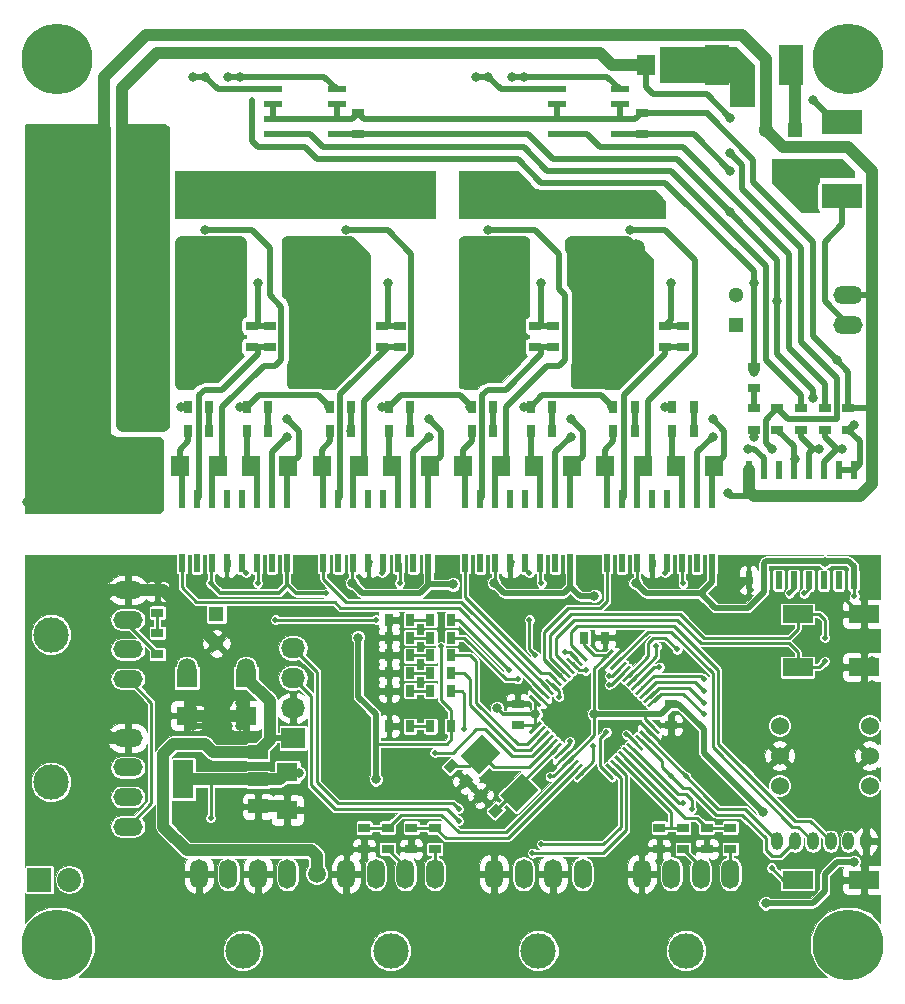
<source format=gbr>
G04 #@! TF.FileFunction,Copper,L1,Top,Signal*
%FSLAX46Y46*%
G04 Gerber Fmt 4.6, Leading zero omitted, Abs format (unit mm)*
G04 Created by KiCad (PCBNEW 4.0.7) date 04/16/18 17:57:04*
%MOMM*%
%LPD*%
G01*
G04 APERTURE LIST*
%ADD10C,0.100000*%
%ADD11C,1.300000*%
%ADD12R,1.300000X1.300000*%
%ADD13O,1.500000X2.500000*%
%ADD14C,3.000000*%
%ADD15O,2.500000X1.500000*%
%ADD16C,1.700000*%
%ADD17R,1.700000X1.700000*%
%ADD18R,0.600000X1.500000*%
%ADD19R,1.600000X1.800000*%
%ADD20R,0.800000X1.000000*%
%ADD21R,1.000000X0.800000*%
%ADD22R,1.800000X1.600000*%
%ADD23R,2.600000X1.500000*%
%ADD24O,1.000000X1.524000*%
%ADD25C,1.524000*%
%ADD26R,3.000000X6.500000*%
%ADD27R,6.451600X3.000000*%
%ADD28R,1.700000X1.200000*%
%ADD29R,1.700000X3.300000*%
%ADD30R,1.550000X0.600000*%
%ADD31R,2.500000X6.500000*%
%ADD32R,2.000000X3.500000*%
%ADD33R,2.032000X1.727200*%
%ADD34O,2.032000X1.727200*%
%ADD35R,3.500000X2.000000*%
%ADD36R,2.400000X5.500000*%
%ADD37R,5.500000X2.400000*%
%ADD38R,2.032000X2.032000*%
%ADD39O,2.032000X2.032000*%
%ADD40C,6.000000*%
%ADD41C,0.500000*%
%ADD42C,0.800000*%
%ADD43C,1.500000*%
%ADD44C,0.250000*%
%ADD45C,0.500000*%
%ADD46C,1.000000*%
%ADD47C,0.300000*%
%ADD48C,0.026000*%
G04 APERTURE END LIST*
D10*
D11*
X63000000Y-9000000D03*
D12*
X65500000Y-9000000D03*
D13*
X52500000Y-72000000D03*
X55000000Y-72000000D03*
X57500000Y-72000000D03*
X60000000Y-72000000D03*
D14*
X56250000Y-78500000D03*
D13*
X15000000Y-72000000D03*
X17500000Y-72000000D03*
X20000000Y-72000000D03*
X22500000Y-72000000D03*
D14*
X18750000Y-78500000D03*
D15*
X9000000Y-60500000D03*
X9000000Y-63000000D03*
X9000000Y-65500000D03*
X9000000Y-68000000D03*
D14*
X2500000Y-64250000D03*
D16*
X4000000Y-33500000D03*
D17*
X9000000Y-33500000D03*
D18*
X25555000Y-45700000D03*
X26825000Y-45700000D03*
X28095000Y-45700000D03*
X29365000Y-45700000D03*
X30635000Y-45700000D03*
X31905000Y-45700000D03*
X33175000Y-45700000D03*
X34445000Y-45700000D03*
X34445000Y-40300000D03*
X33175000Y-40300000D03*
X31905000Y-40300000D03*
X30635000Y-40300000D03*
X29365000Y-40300000D03*
X28095000Y-40300000D03*
X26825000Y-40300000D03*
X25555000Y-40300000D03*
D10*
G36*
X43108311Y-60179379D02*
X42931534Y-60002602D01*
X43850773Y-59083363D01*
X44027550Y-59260140D01*
X43108311Y-60179379D01*
X43108311Y-60179379D01*
G37*
G36*
X43461864Y-60532932D02*
X43285087Y-60356155D01*
X44204326Y-59436916D01*
X44381103Y-59613693D01*
X43461864Y-60532932D01*
X43461864Y-60532932D01*
G37*
G36*
X43815418Y-60886486D02*
X43638641Y-60709709D01*
X44557880Y-59790470D01*
X44734657Y-59967247D01*
X43815418Y-60886486D01*
X43815418Y-60886486D01*
G37*
G36*
X44168971Y-61240039D02*
X43992194Y-61063262D01*
X44911433Y-60144023D01*
X45088210Y-60320800D01*
X44168971Y-61240039D01*
X44168971Y-61240039D01*
G37*
G36*
X44522524Y-61593592D02*
X44345747Y-61416815D01*
X45264986Y-60497576D01*
X45441763Y-60674353D01*
X44522524Y-61593592D01*
X44522524Y-61593592D01*
G37*
G36*
X44876078Y-61947146D02*
X44699301Y-61770369D01*
X45618540Y-60851130D01*
X45795317Y-61027907D01*
X44876078Y-61947146D01*
X44876078Y-61947146D01*
G37*
G36*
X45229631Y-62300699D02*
X45052854Y-62123922D01*
X45972093Y-61204683D01*
X46148870Y-61381460D01*
X45229631Y-62300699D01*
X45229631Y-62300699D01*
G37*
G36*
X45583185Y-62654253D02*
X45406408Y-62477476D01*
X46325647Y-61558237D01*
X46502424Y-61735014D01*
X45583185Y-62654253D01*
X45583185Y-62654253D01*
G37*
G36*
X45936738Y-63007806D02*
X45759961Y-62831029D01*
X46679200Y-61911790D01*
X46855977Y-62088567D01*
X45936738Y-63007806D01*
X45936738Y-63007806D01*
G37*
G36*
X46290291Y-63361359D02*
X46113514Y-63184582D01*
X47032753Y-62265343D01*
X47209530Y-62442120D01*
X46290291Y-63361359D01*
X46290291Y-63361359D01*
G37*
G36*
X46643845Y-63714913D02*
X46467068Y-63538136D01*
X47386307Y-62618897D01*
X47563084Y-62795674D01*
X46643845Y-63714913D01*
X46643845Y-63714913D01*
G37*
G36*
X46997398Y-64068466D02*
X46820621Y-63891689D01*
X47739860Y-62972450D01*
X47916637Y-63149227D01*
X46997398Y-64068466D01*
X46997398Y-64068466D01*
G37*
G36*
X50179379Y-63891689D02*
X50002602Y-64068466D01*
X49083363Y-63149227D01*
X49260140Y-62972450D01*
X50179379Y-63891689D01*
X50179379Y-63891689D01*
G37*
G36*
X50532932Y-63538136D02*
X50356155Y-63714913D01*
X49436916Y-62795674D01*
X49613693Y-62618897D01*
X50532932Y-63538136D01*
X50532932Y-63538136D01*
G37*
G36*
X50886486Y-63184582D02*
X50709709Y-63361359D01*
X49790470Y-62442120D01*
X49967247Y-62265343D01*
X50886486Y-63184582D01*
X50886486Y-63184582D01*
G37*
G36*
X51240039Y-62831029D02*
X51063262Y-63007806D01*
X50144023Y-62088567D01*
X50320800Y-61911790D01*
X51240039Y-62831029D01*
X51240039Y-62831029D01*
G37*
G36*
X51593592Y-62477476D02*
X51416815Y-62654253D01*
X50497576Y-61735014D01*
X50674353Y-61558237D01*
X51593592Y-62477476D01*
X51593592Y-62477476D01*
G37*
G36*
X51947146Y-62123922D02*
X51770369Y-62300699D01*
X50851130Y-61381460D01*
X51027907Y-61204683D01*
X51947146Y-62123922D01*
X51947146Y-62123922D01*
G37*
G36*
X52300699Y-61770369D02*
X52123922Y-61947146D01*
X51204683Y-61027907D01*
X51381460Y-60851130D01*
X52300699Y-61770369D01*
X52300699Y-61770369D01*
G37*
G36*
X52654253Y-61416815D02*
X52477476Y-61593592D01*
X51558237Y-60674353D01*
X51735014Y-60497576D01*
X52654253Y-61416815D01*
X52654253Y-61416815D01*
G37*
G36*
X53007806Y-61063262D02*
X52831029Y-61240039D01*
X51911790Y-60320800D01*
X52088567Y-60144023D01*
X53007806Y-61063262D01*
X53007806Y-61063262D01*
G37*
G36*
X53361359Y-60709709D02*
X53184582Y-60886486D01*
X52265343Y-59967247D01*
X52442120Y-59790470D01*
X53361359Y-60709709D01*
X53361359Y-60709709D01*
G37*
G36*
X53714913Y-60356155D02*
X53538136Y-60532932D01*
X52618897Y-59613693D01*
X52795674Y-59436916D01*
X53714913Y-60356155D01*
X53714913Y-60356155D01*
G37*
G36*
X54068466Y-60002602D02*
X53891689Y-60179379D01*
X52972450Y-59260140D01*
X53149227Y-59083363D01*
X54068466Y-60002602D01*
X54068466Y-60002602D01*
G37*
G36*
X53149227Y-57916637D02*
X52972450Y-57739860D01*
X53891689Y-56820621D01*
X54068466Y-56997398D01*
X53149227Y-57916637D01*
X53149227Y-57916637D01*
G37*
G36*
X52795674Y-57563084D02*
X52618897Y-57386307D01*
X53538136Y-56467068D01*
X53714913Y-56643845D01*
X52795674Y-57563084D01*
X52795674Y-57563084D01*
G37*
G36*
X52442120Y-57209530D02*
X52265343Y-57032753D01*
X53184582Y-56113514D01*
X53361359Y-56290291D01*
X52442120Y-57209530D01*
X52442120Y-57209530D01*
G37*
G36*
X52088567Y-56855977D02*
X51911790Y-56679200D01*
X52831029Y-55759961D01*
X53007806Y-55936738D01*
X52088567Y-56855977D01*
X52088567Y-56855977D01*
G37*
G36*
X51735014Y-56502424D02*
X51558237Y-56325647D01*
X52477476Y-55406408D01*
X52654253Y-55583185D01*
X51735014Y-56502424D01*
X51735014Y-56502424D01*
G37*
G36*
X51381460Y-56148870D02*
X51204683Y-55972093D01*
X52123922Y-55052854D01*
X52300699Y-55229631D01*
X51381460Y-56148870D01*
X51381460Y-56148870D01*
G37*
G36*
X51027907Y-55795317D02*
X50851130Y-55618540D01*
X51770369Y-54699301D01*
X51947146Y-54876078D01*
X51027907Y-55795317D01*
X51027907Y-55795317D01*
G37*
G36*
X50674353Y-55441763D02*
X50497576Y-55264986D01*
X51416815Y-54345747D01*
X51593592Y-54522524D01*
X50674353Y-55441763D01*
X50674353Y-55441763D01*
G37*
G36*
X50320800Y-55088210D02*
X50144023Y-54911433D01*
X51063262Y-53992194D01*
X51240039Y-54168971D01*
X50320800Y-55088210D01*
X50320800Y-55088210D01*
G37*
G36*
X49967247Y-54734657D02*
X49790470Y-54557880D01*
X50709709Y-53638641D01*
X50886486Y-53815418D01*
X49967247Y-54734657D01*
X49967247Y-54734657D01*
G37*
G36*
X49613693Y-54381103D02*
X49436916Y-54204326D01*
X50356155Y-53285087D01*
X50532932Y-53461864D01*
X49613693Y-54381103D01*
X49613693Y-54381103D01*
G37*
G36*
X49260140Y-54027550D02*
X49083363Y-53850773D01*
X50002602Y-52931534D01*
X50179379Y-53108311D01*
X49260140Y-54027550D01*
X49260140Y-54027550D01*
G37*
G36*
X47916637Y-53850773D02*
X47739860Y-54027550D01*
X46820621Y-53108311D01*
X46997398Y-52931534D01*
X47916637Y-53850773D01*
X47916637Y-53850773D01*
G37*
G36*
X47563084Y-54204326D02*
X47386307Y-54381103D01*
X46467068Y-53461864D01*
X46643845Y-53285087D01*
X47563084Y-54204326D01*
X47563084Y-54204326D01*
G37*
G36*
X47209530Y-54557880D02*
X47032753Y-54734657D01*
X46113514Y-53815418D01*
X46290291Y-53638641D01*
X47209530Y-54557880D01*
X47209530Y-54557880D01*
G37*
G36*
X46855977Y-54911433D02*
X46679200Y-55088210D01*
X45759961Y-54168971D01*
X45936738Y-53992194D01*
X46855977Y-54911433D01*
X46855977Y-54911433D01*
G37*
G36*
X46502424Y-55264986D02*
X46325647Y-55441763D01*
X45406408Y-54522524D01*
X45583185Y-54345747D01*
X46502424Y-55264986D01*
X46502424Y-55264986D01*
G37*
G36*
X46148870Y-55618540D02*
X45972093Y-55795317D01*
X45052854Y-54876078D01*
X45229631Y-54699301D01*
X46148870Y-55618540D01*
X46148870Y-55618540D01*
G37*
G36*
X45795317Y-55972093D02*
X45618540Y-56148870D01*
X44699301Y-55229631D01*
X44876078Y-55052854D01*
X45795317Y-55972093D01*
X45795317Y-55972093D01*
G37*
G36*
X45441763Y-56325647D02*
X45264986Y-56502424D01*
X44345747Y-55583185D01*
X44522524Y-55406408D01*
X45441763Y-56325647D01*
X45441763Y-56325647D01*
G37*
G36*
X45088210Y-56679200D02*
X44911433Y-56855977D01*
X43992194Y-55936738D01*
X44168971Y-55759961D01*
X45088210Y-56679200D01*
X45088210Y-56679200D01*
G37*
G36*
X44734657Y-57032753D02*
X44557880Y-57209530D01*
X43638641Y-56290291D01*
X43815418Y-56113514D01*
X44734657Y-57032753D01*
X44734657Y-57032753D01*
G37*
G36*
X44381103Y-57386307D02*
X44204326Y-57563084D01*
X43285087Y-56643845D01*
X43461864Y-56467068D01*
X44381103Y-57386307D01*
X44381103Y-57386307D01*
G37*
G36*
X44027550Y-57739860D02*
X43850773Y-57916637D01*
X42931534Y-56997398D01*
X43108311Y-56820621D01*
X44027550Y-57739860D01*
X44027550Y-57739860D01*
G37*
D11*
X16500000Y-52500000D03*
D12*
X16500000Y-50000000D03*
D19*
X25400000Y-37500000D03*
X28600000Y-37500000D03*
X31400000Y-37500000D03*
X34600000Y-37500000D03*
X13400000Y-37500000D03*
X16600000Y-37500000D03*
X19400000Y-37500000D03*
X22600000Y-37500000D03*
X49400000Y-37500000D03*
X52600000Y-37500000D03*
X55400000Y-37500000D03*
X58600000Y-37500000D03*
X37400000Y-37500000D03*
X40600000Y-37500000D03*
X43400000Y-37500000D03*
X46600000Y-37500000D03*
D18*
X13555000Y-45700000D03*
X14825000Y-45700000D03*
X16095000Y-45700000D03*
X17365000Y-45700000D03*
X18635000Y-45700000D03*
X19905000Y-45700000D03*
X21175000Y-45700000D03*
X22445000Y-45700000D03*
X22445000Y-40300000D03*
X21175000Y-40300000D03*
X19905000Y-40300000D03*
X18635000Y-40300000D03*
X17365000Y-40300000D03*
X16095000Y-40300000D03*
X14825000Y-40300000D03*
X13555000Y-40300000D03*
X49555000Y-45700000D03*
X50825000Y-45700000D03*
X52095000Y-45700000D03*
X53365000Y-45700000D03*
X54635000Y-45700000D03*
X55905000Y-45700000D03*
X57175000Y-45700000D03*
X58445000Y-45700000D03*
X58445000Y-40300000D03*
X57175000Y-40300000D03*
X55905000Y-40300000D03*
X54635000Y-40300000D03*
X53365000Y-40300000D03*
X52095000Y-40300000D03*
X50825000Y-40300000D03*
X49555000Y-40300000D03*
X37555000Y-45700000D03*
X38825000Y-45700000D03*
X40095000Y-45700000D03*
X41365000Y-45700000D03*
X42635000Y-45700000D03*
X43905000Y-45700000D03*
X45175000Y-45700000D03*
X46445000Y-45700000D03*
X46445000Y-40300000D03*
X45175000Y-40300000D03*
X43905000Y-40300000D03*
X42635000Y-40300000D03*
X41365000Y-40300000D03*
X40095000Y-40300000D03*
X38825000Y-40300000D03*
X37555000Y-40300000D03*
D10*
G36*
X35727208Y-62934315D02*
X36434315Y-62227208D01*
X37000000Y-62792893D01*
X36292893Y-63500000D01*
X35727208Y-62934315D01*
X35727208Y-62934315D01*
G37*
G36*
X37000000Y-64207107D02*
X37707107Y-63500000D01*
X38272792Y-64065685D01*
X37565685Y-64772792D01*
X37000000Y-64207107D01*
X37000000Y-64207107D01*
G37*
G36*
X40772792Y-66565685D02*
X40065685Y-67272792D01*
X39500000Y-66707107D01*
X40207107Y-66000000D01*
X40772792Y-66565685D01*
X40772792Y-66565685D01*
G37*
G36*
X39500000Y-65292893D02*
X38792893Y-66000000D01*
X38227208Y-65434315D01*
X38934315Y-64727208D01*
X39500000Y-65292893D01*
X39500000Y-65292893D01*
G37*
D20*
X49400000Y-52000000D03*
X47600000Y-52000000D03*
D21*
X42000000Y-57600000D03*
X42000000Y-59400000D03*
D20*
X32900000Y-52000000D03*
X31100000Y-52000000D03*
D21*
X55000000Y-59400000D03*
X55000000Y-57600000D03*
X30500000Y-27400000D03*
X30500000Y-25600000D03*
X19500000Y-27400000D03*
X19500000Y-25600000D03*
X56000000Y-27400000D03*
X56000000Y-25600000D03*
X43500000Y-27400000D03*
X43500000Y-25600000D03*
D20*
X32900000Y-59500000D03*
X31100000Y-59500000D03*
D21*
X11500000Y-49900000D03*
X11500000Y-48100000D03*
X62000000Y-32600000D03*
X62000000Y-34400000D03*
D20*
X26100000Y-32500000D03*
X27900000Y-32500000D03*
X14100000Y-32500000D03*
X15900000Y-32500000D03*
X31100000Y-32500000D03*
X32900000Y-32500000D03*
X50100000Y-32500000D03*
X51900000Y-32500000D03*
X38100000Y-32500000D03*
X39900000Y-32500000D03*
X43100000Y-32500000D03*
X44900000Y-32500000D03*
X19100000Y-32500000D03*
X20900000Y-32500000D03*
X55100000Y-32500000D03*
X56900000Y-32500000D03*
D22*
X22500000Y-63400000D03*
X22500000Y-66600000D03*
D20*
X32900000Y-50500000D03*
X31100000Y-50500000D03*
X36400000Y-52000000D03*
X34600000Y-52000000D03*
X36400000Y-59500000D03*
X34600000Y-59500000D03*
D21*
X11500000Y-53400000D03*
X11500000Y-51600000D03*
X62000000Y-29100000D03*
X62000000Y-30900000D03*
D20*
X36400000Y-50500000D03*
X34600000Y-50500000D03*
D22*
X14000000Y-55400000D03*
X14000000Y-58600000D03*
X19000000Y-55400000D03*
X19000000Y-58600000D03*
D23*
X71300000Y-72500000D03*
X65700000Y-72500000D03*
X71300000Y-54500000D03*
X65700000Y-54500000D03*
X71300000Y-50000000D03*
X65700000Y-50000000D03*
D24*
X71500000Y-69250000D03*
X70000000Y-69250000D03*
X68500000Y-69250000D03*
X67000000Y-69250000D03*
X65500000Y-69250000D03*
X64000000Y-69250000D03*
D25*
X71810000Y-64540000D03*
X71810000Y-62000000D03*
X71810000Y-59460000D03*
X64190000Y-59460000D03*
X64190000Y-62000000D03*
X64190000Y-64540000D03*
D10*
G36*
X37176598Y-62015075D02*
X39015075Y-60176598D01*
X40570710Y-61732233D01*
X38732233Y-63570710D01*
X37176598Y-62015075D01*
X37176598Y-62015075D01*
G37*
G36*
X40500000Y-65338478D02*
X42338478Y-63500000D01*
X43752692Y-64914214D01*
X41914214Y-66752692D01*
X40500000Y-65338478D01*
X40500000Y-65338478D01*
G37*
D15*
X9000000Y-48000000D03*
X9000000Y-50500000D03*
X9000000Y-53000000D03*
X9000000Y-55500000D03*
D14*
X2500000Y-51750000D03*
D26*
X9800000Y-14000000D03*
D27*
X4100000Y-14400000D03*
D20*
X27900000Y-34500000D03*
X26100000Y-34500000D03*
X15900000Y-34500000D03*
X14100000Y-34500000D03*
X51900000Y-34500000D03*
X50100000Y-34500000D03*
X39900000Y-34500000D03*
X38100000Y-34500000D03*
X32900000Y-34500000D03*
X31100000Y-34500000D03*
X20900000Y-34500000D03*
X19100000Y-34500000D03*
X56900000Y-34500000D03*
X55100000Y-34500000D03*
X44900000Y-34500000D03*
X43100000Y-34500000D03*
D28*
X20000000Y-66300000D03*
X20000000Y-64000000D03*
X20000000Y-61700000D03*
D29*
X13700000Y-64000000D03*
D13*
X27500000Y-72000000D03*
X30000000Y-72000000D03*
X32500000Y-72000000D03*
X35000000Y-72000000D03*
D14*
X31250000Y-78500000D03*
D19*
X52900000Y-3500000D03*
X56100000Y-3500000D03*
D21*
X31000000Y-68100000D03*
X31000000Y-69900000D03*
X35000000Y-68100000D03*
X35000000Y-69900000D03*
X29000000Y-69900000D03*
X29000000Y-68100000D03*
X33000000Y-69900000D03*
X33000000Y-68100000D03*
X54000000Y-69900000D03*
X54000000Y-68100000D03*
X56000000Y-68100000D03*
X56000000Y-69900000D03*
X58000000Y-69900000D03*
X58000000Y-68100000D03*
X60000000Y-68100000D03*
X60000000Y-69900000D03*
D18*
X70445000Y-37850000D03*
X69175000Y-37850000D03*
X67905000Y-37850000D03*
X66635000Y-37850000D03*
X65365000Y-37850000D03*
X64095000Y-37850000D03*
X62825000Y-37850000D03*
X61555000Y-37850000D03*
X61555000Y-47150000D03*
X62825000Y-47150000D03*
X64095000Y-47150000D03*
X65365000Y-47150000D03*
X66635000Y-47150000D03*
X67905000Y-47150000D03*
X69175000Y-47150000D03*
X70445000Y-47150000D03*
D30*
X45300000Y-5595000D03*
X45300000Y-6865000D03*
X45300000Y-8135000D03*
X45300000Y-9405000D03*
X50700000Y-9405000D03*
X50700000Y-8135000D03*
X50700000Y-6865000D03*
X50700000Y-5595000D03*
X21300000Y-5595000D03*
X21300000Y-6865000D03*
X21300000Y-8135000D03*
X21300000Y-9405000D03*
X26700000Y-9405000D03*
X26700000Y-8135000D03*
X26700000Y-6865000D03*
X26700000Y-5595000D03*
D21*
X70000000Y-34400000D03*
X70000000Y-32600000D03*
X52500000Y-9400000D03*
X52500000Y-7600000D03*
X28500000Y-9400000D03*
X28500000Y-7600000D03*
D13*
X40000000Y-72000000D03*
X42500000Y-72000000D03*
X45000000Y-72000000D03*
X47500000Y-72000000D03*
D14*
X43750000Y-78500000D03*
D21*
X64000000Y-32600000D03*
X64000000Y-34400000D03*
D31*
X11300000Y-22500000D03*
D27*
X4100000Y-23400000D03*
D21*
X68000000Y-34400000D03*
X68000000Y-32600000D03*
X66000000Y-34400000D03*
X66000000Y-32600000D03*
D20*
X36400000Y-56500000D03*
X34600000Y-56500000D03*
X36400000Y-55000000D03*
X34600000Y-55000000D03*
X36400000Y-53500000D03*
X34600000Y-53500000D03*
X32900000Y-56500000D03*
X31100000Y-56500000D03*
X32900000Y-55000000D03*
X31100000Y-55000000D03*
X32900000Y-53500000D03*
X31100000Y-53500000D03*
D32*
X65150000Y-3500000D03*
X58850000Y-3500000D03*
D33*
X23000000Y-60500000D03*
D34*
X23000000Y-57960000D03*
X23000000Y-55420000D03*
X23000000Y-52880000D03*
D35*
X69500000Y-14650000D03*
X69500000Y-8350000D03*
D36*
X41700000Y-21000000D03*
D37*
X48900000Y-20100000D03*
D36*
X17700000Y-21000000D03*
D37*
X24900000Y-20100000D03*
D15*
X70000000Y-25500000D03*
X70000000Y-23000000D03*
D11*
X60500000Y-23000000D03*
D12*
X60500000Y-25500000D03*
D38*
X1500000Y-72500000D03*
D39*
X4040000Y-72500000D03*
D21*
X54500000Y-25600000D03*
X54500000Y-27400000D03*
X45000000Y-25600000D03*
X45000000Y-27400000D03*
X32000000Y-25600000D03*
X32000000Y-27400000D03*
X21000000Y-25600000D03*
X21000000Y-27400000D03*
D40*
X70000000Y-3000000D03*
X3000000Y-3000000D03*
X3000000Y-78000000D03*
X70000000Y-78000000D03*
D41*
X67250000Y-48500000D03*
X57000000Y-47000000D03*
X23500000Y-66500000D03*
X22500000Y-67500000D03*
X50000000Y-52000000D03*
X55000000Y-60000000D03*
X21250000Y-47500000D03*
X26750000Y-47250000D03*
X33250000Y-47250000D03*
X45500000Y-47250000D03*
D42*
X11000000Y-46000000D03*
X9000000Y-46000000D03*
D41*
X51500000Y-52000000D03*
X55250000Y-54500000D03*
D42*
X42000000Y-56500000D03*
D41*
X31500000Y-53500000D03*
D42*
X64500000Y-80000000D03*
X64500000Y-76000000D03*
X64500000Y-78000000D03*
X72000000Y-66000000D03*
X72000000Y-56000000D03*
X72000000Y-58000000D03*
X72000000Y-52000000D03*
X72000000Y-54000000D03*
X72000000Y-46000000D03*
X72000000Y-48000000D03*
X72000000Y-50000000D03*
X8500000Y-78000000D03*
X8500000Y-80000000D03*
X10500000Y-80000000D03*
X8500000Y-76000000D03*
X72000000Y-74500000D03*
X58500000Y-80000000D03*
X60500000Y-80000000D03*
X62500000Y-80000000D03*
X54000000Y-80000000D03*
X52000000Y-80000000D03*
X46000000Y-80000000D03*
X48000000Y-80000000D03*
X50000000Y-80000000D03*
X41500000Y-80000000D03*
X39500000Y-80000000D03*
X33500000Y-80000000D03*
X37500000Y-80000000D03*
X35500000Y-80000000D03*
X16500000Y-80000000D03*
X14500000Y-80000000D03*
X12500000Y-80000000D03*
X29000000Y-80000000D03*
X27000000Y-80000000D03*
X25000000Y-80000000D03*
X23000000Y-80000000D03*
X21000000Y-80000000D03*
X1000000Y-70000000D03*
X1000000Y-68000000D03*
X1000000Y-66000000D03*
X1000000Y-62000000D03*
X1000000Y-60000000D03*
X1000000Y-58000000D03*
X1000000Y-56000000D03*
X1000000Y-54000000D03*
X7000000Y-46000000D03*
X5000000Y-46000000D03*
X3000000Y-46000000D03*
X1000000Y-46000000D03*
X1000000Y-50000000D03*
X1000000Y-48000000D03*
D41*
X61750000Y-48000000D03*
X69500000Y-48500000D03*
D42*
X17500000Y-60500000D03*
X18500000Y-60500000D03*
X18500000Y-58500000D03*
X17500000Y-58500000D03*
X16500000Y-58500000D03*
X15500000Y-58500000D03*
X14500000Y-58500000D03*
X18500000Y-57500000D03*
X16500000Y-59500000D03*
X17500000Y-59500000D03*
X18500000Y-59500000D03*
X15500000Y-59500000D03*
X14500000Y-59500000D03*
X14500000Y-57500000D03*
X15500000Y-57500000D03*
X16500000Y-57500000D03*
X17500000Y-57500000D03*
X23500000Y-65000000D03*
X60000000Y-48500000D03*
D41*
X14750000Y-47000000D03*
X53750000Y-47250000D03*
X51750000Y-53750000D03*
X12500000Y-45500000D03*
X24000000Y-45600000D03*
X48000000Y-45600000D03*
X36000000Y-45600000D03*
X19500000Y-66000000D03*
X53500000Y-45600000D03*
X41500000Y-45600000D03*
X29500000Y-45600000D03*
X17500000Y-45600000D03*
X49250000Y-59250000D03*
X49250000Y-57750000D03*
X47750000Y-59250000D03*
X47750000Y-57750000D03*
X63500000Y-71500000D03*
X46400000Y-60800000D03*
X16000000Y-47400000D03*
D42*
X62750000Y-66750000D03*
X36500000Y-47500000D03*
X48500000Y-48500000D03*
X28500000Y-52000000D03*
D41*
X70500000Y-48500000D03*
X44750000Y-63750000D03*
D42*
X40250000Y-58000000D03*
X43500000Y-58500000D03*
D41*
X35500000Y-52750000D03*
X30000000Y-58500000D03*
D42*
X30000000Y-64000000D03*
X23500000Y-63500000D03*
X68000000Y-45600000D03*
D41*
X62825000Y-47150000D03*
D42*
X52000000Y-47400000D03*
D41*
X25750000Y-48250000D03*
D42*
X40000000Y-47400000D03*
D41*
X16000000Y-67250000D03*
D42*
X48500000Y-58500000D03*
X28000000Y-47400000D03*
X72000000Y-27000000D03*
X69000000Y-28500000D03*
X500000Y-40500000D03*
X1500000Y-40500000D03*
X2500000Y-40500000D03*
X3500000Y-40500000D03*
X4500000Y-40500000D03*
X5500000Y-40500000D03*
X6500000Y-40500000D03*
X7500000Y-40500000D03*
X8500000Y-40500000D03*
X9500000Y-40500000D03*
X11500000Y-35500000D03*
X11500000Y-36500000D03*
X11500000Y-37500000D03*
X11500000Y-38500000D03*
X11500000Y-39500000D03*
X11500000Y-40500000D03*
X10500000Y-40500000D03*
X10500000Y-39500000D03*
X10500000Y-38500000D03*
X10500000Y-37500000D03*
X10500000Y-36500000D03*
X10500000Y-35500000D03*
X1500000Y-10500000D03*
X2500000Y-10500000D03*
X3500000Y-10500000D03*
X4500000Y-10500000D03*
X5500000Y-10500000D03*
X6500000Y-10500000D03*
X6500000Y-9500000D03*
X5500000Y-9500000D03*
X4500000Y-9500000D03*
X3500000Y-9500000D03*
X2500000Y-9500000D03*
X1500000Y-9500000D03*
X68000000Y-12000000D03*
X67000000Y-14000000D03*
X66000000Y-14000000D03*
X65000000Y-14000000D03*
X67000000Y-15000000D03*
X66000000Y-15000000D03*
X64000000Y-12000000D03*
X65000000Y-12000000D03*
X66000000Y-12000000D03*
X67000000Y-12000000D03*
X67000000Y-13000000D03*
X66000000Y-13000000D03*
X65000000Y-13000000D03*
X64000000Y-13000000D03*
X72000000Y-35000000D03*
X62000000Y-35000000D03*
X59800000Y-39800000D03*
X58500000Y-33500000D03*
X46500000Y-33500000D03*
X34500000Y-33500000D03*
X22500000Y-33500000D03*
X15500000Y-17500000D03*
D43*
X14500000Y-19000000D03*
X16000000Y-19000000D03*
X16000000Y-29500000D03*
X17500000Y-28000000D03*
X17500000Y-26500000D03*
X17500000Y-25000000D03*
X14500000Y-20500000D03*
X16000000Y-20500000D03*
X16000000Y-22000000D03*
X14500000Y-22000000D03*
X14500000Y-23500000D03*
X16000000Y-23500000D03*
X16000000Y-25000000D03*
X14500000Y-25000000D03*
X14500000Y-26500000D03*
X16000000Y-26500000D03*
X16000000Y-28000000D03*
X14500000Y-28000000D03*
X14500000Y-29500000D03*
D42*
X39500000Y-17500000D03*
D43*
X38500000Y-19000000D03*
X41500000Y-25000000D03*
X41500000Y-26500000D03*
X41500000Y-28000000D03*
X40000000Y-19000000D03*
X40000000Y-20500000D03*
X38500000Y-20500000D03*
X38500000Y-22000000D03*
X40000000Y-22000000D03*
X40000000Y-23500000D03*
X38500000Y-23500000D03*
X38500000Y-25000000D03*
X40000000Y-25000000D03*
X40000000Y-26500000D03*
X38500000Y-26500000D03*
X38500000Y-28000000D03*
X40000000Y-28000000D03*
X40000000Y-29500000D03*
X38500000Y-29500000D03*
D42*
X42500000Y-4500000D03*
X18500000Y-4500000D03*
X60000000Y-8000000D03*
X60000000Y-11000000D03*
X63500000Y-36000000D03*
X41500000Y-4500000D03*
X17500000Y-4500000D03*
D43*
X9000000Y-19500000D03*
X9000000Y-21000000D03*
X9000000Y-22500000D03*
X9000000Y-24000000D03*
X9000000Y-25500000D03*
X10500000Y-27000000D03*
X9000000Y-27000000D03*
X9000000Y-18000000D03*
X10500000Y-18000000D03*
D41*
X56250000Y-63750000D03*
X37000000Y-67500000D03*
X55000000Y-63750000D03*
X37000000Y-66500000D03*
D42*
X27500000Y-17500000D03*
D43*
X28000000Y-22000000D03*
X26500000Y-22000000D03*
X25000000Y-22000000D03*
X28000000Y-20500000D03*
X28000000Y-19000000D03*
X26500000Y-29500000D03*
X25000000Y-29500000D03*
X25000000Y-28000000D03*
X26500000Y-28000000D03*
X28000000Y-28000000D03*
X28000000Y-26500000D03*
X26500000Y-26500000D03*
X25000000Y-26500000D03*
X25000000Y-25000000D03*
X26500000Y-25000000D03*
X28000000Y-25000000D03*
X28000000Y-23500000D03*
X26500000Y-23500000D03*
X25000000Y-23500000D03*
X52000000Y-19000000D03*
D42*
X51500000Y-17500000D03*
D43*
X52000000Y-20500000D03*
X49000000Y-22000000D03*
X52000000Y-23500000D03*
X52000000Y-22000000D03*
X50500000Y-22000000D03*
X52000000Y-25000000D03*
X52000000Y-26500000D03*
X52000000Y-28000000D03*
X50500000Y-28000000D03*
X50500000Y-26500000D03*
X50500000Y-25000000D03*
X50500000Y-23500000D03*
X49000000Y-23500000D03*
X49000000Y-25000000D03*
X49000000Y-26500000D03*
X49000000Y-28000000D03*
X49000000Y-29500000D03*
X50500000Y-29500000D03*
D41*
X45500000Y-57000000D03*
X32000000Y-47400000D03*
X20000000Y-47400000D03*
X56000000Y-47400000D03*
X44000000Y-47400000D03*
X49750000Y-56000000D03*
X49750000Y-55250000D03*
D42*
X62000000Y-22000000D03*
X62000000Y-29500000D03*
X50000000Y-32500000D03*
X38000000Y-32500000D03*
X26000000Y-32500000D03*
X54500000Y-32500000D03*
X42500000Y-32500000D03*
X30500000Y-32500000D03*
X18500000Y-32500000D03*
X13500000Y-32500000D03*
D41*
X57750000Y-55500000D03*
X57750000Y-57500000D03*
D43*
X14000000Y-54500000D03*
D42*
X63000000Y-74500000D03*
X70500000Y-71000000D03*
D43*
X25000000Y-72000000D03*
X19000000Y-54500000D03*
D41*
X42000000Y-55500000D03*
X47750000Y-54750000D03*
X41250000Y-54750000D03*
X46000000Y-53250000D03*
X68000000Y-54000000D03*
X68000000Y-52000000D03*
X57750000Y-58500000D03*
X53750000Y-52750000D03*
X30500000Y-46500000D03*
X19000000Y-46500000D03*
X54000000Y-54500000D03*
X43000000Y-46500000D03*
X54500000Y-46500000D03*
D42*
X67000000Y-31750000D03*
X64000000Y-23500000D03*
X70500000Y-34000000D03*
X60000000Y-12500000D03*
X60000000Y-16000000D03*
X65500000Y-36900000D03*
X61500000Y-36000000D03*
D41*
X65000000Y-48250000D03*
X49500000Y-60000000D03*
X48400000Y-61200000D03*
X66250000Y-48250000D03*
D42*
X38500000Y-4500000D03*
X39500000Y-4500000D03*
X38000000Y-15000000D03*
X39000000Y-13000000D03*
X38000000Y-13000000D03*
X38000000Y-14000000D03*
X39000000Y-14000000D03*
X40000000Y-14000000D03*
X40000000Y-13000000D03*
X41000000Y-13000000D03*
X41000000Y-14000000D03*
X42000000Y-14000000D03*
X38000000Y-16000000D03*
X53000000Y-15000000D03*
X54000000Y-16000000D03*
X53000000Y-16000000D03*
X52000000Y-16000000D03*
X51000000Y-16000000D03*
X50000000Y-16000000D03*
X49000000Y-16000000D03*
X48000000Y-16000000D03*
X47000000Y-16000000D03*
X46000000Y-16000000D03*
X45000000Y-16000000D03*
X44000000Y-16000000D03*
X43000000Y-16000000D03*
X42000000Y-16000000D03*
X41000000Y-16000000D03*
X40000000Y-16000000D03*
X39000000Y-16000000D03*
X52000000Y-15000000D03*
X51000000Y-15000000D03*
X50000000Y-15000000D03*
X49000000Y-15000000D03*
X48000000Y-15000000D03*
X47000000Y-15000000D03*
X46000000Y-15000000D03*
X45000000Y-15000000D03*
X44000000Y-15000000D03*
X43000000Y-15000000D03*
X42000000Y-15000000D03*
X41000000Y-15000000D03*
X40000000Y-15000000D03*
X39000000Y-15000000D03*
X14500000Y-4500000D03*
X15500000Y-4500000D03*
X24000000Y-13000000D03*
X23000000Y-13000000D03*
X22000000Y-13000000D03*
X21000000Y-13000000D03*
X25000000Y-13000000D03*
X26000000Y-13000000D03*
X27000000Y-13000000D03*
X28000000Y-13000000D03*
X29000000Y-13000000D03*
X30000000Y-13000000D03*
X31000000Y-13000000D03*
X32000000Y-13000000D03*
X33000000Y-13000000D03*
X34000000Y-13000000D03*
X25000000Y-15000000D03*
X24000000Y-15000000D03*
X23000000Y-15000000D03*
X28000000Y-15000000D03*
X27000000Y-15000000D03*
X26000000Y-15000000D03*
X29000000Y-15000000D03*
X30000000Y-15000000D03*
X31000000Y-15000000D03*
X32000000Y-15000000D03*
X33000000Y-15000000D03*
X34000000Y-15000000D03*
X34000000Y-14000000D03*
X33000000Y-14000000D03*
X32000000Y-14000000D03*
X31000000Y-14000000D03*
X30000000Y-14000000D03*
X29000000Y-14000000D03*
X28000000Y-14000000D03*
X27000000Y-14000000D03*
X26000000Y-14000000D03*
X25000000Y-14000000D03*
X24000000Y-14000000D03*
X23000000Y-14000000D03*
X22000000Y-14000000D03*
X21000000Y-14000000D03*
X20000000Y-14000000D03*
X19000000Y-14000000D03*
X18000000Y-14000000D03*
X17000000Y-14000000D03*
X16000000Y-14000000D03*
X15000000Y-14000000D03*
X14000000Y-14000000D03*
X14000000Y-13000000D03*
X15000000Y-13000000D03*
X16000000Y-13000000D03*
X17000000Y-13000000D03*
X18000000Y-13000000D03*
X19000000Y-13000000D03*
X20000000Y-13000000D03*
X34000000Y-16000000D03*
X14000000Y-15000000D03*
X14000000Y-16000000D03*
X15000000Y-16000000D03*
X16000000Y-16000000D03*
X17000000Y-16000000D03*
X18000000Y-16000000D03*
X19000000Y-16000000D03*
X20000000Y-16000000D03*
X21000000Y-16000000D03*
X22000000Y-16000000D03*
X23000000Y-16000000D03*
X24000000Y-16000000D03*
X25000000Y-16000000D03*
X26000000Y-16000000D03*
X27000000Y-16000000D03*
X28000000Y-16000000D03*
X29000000Y-16000000D03*
X30000000Y-16000000D03*
X31000000Y-16000000D03*
X32000000Y-16000000D03*
X33000000Y-16000000D03*
X15000000Y-15000000D03*
X16000000Y-15000000D03*
X17000000Y-15000000D03*
X18000000Y-15000000D03*
X19000000Y-15000000D03*
X20000000Y-15000000D03*
X21000000Y-15000000D03*
X22000000Y-15000000D03*
D41*
X44000000Y-69500000D03*
X43250000Y-70250000D03*
X56000000Y-66000000D03*
X56750000Y-66500000D03*
X57750000Y-56500000D03*
D42*
X69500000Y-36000000D03*
X67500000Y-36000000D03*
D41*
X37500000Y-59750000D03*
X51200000Y-60200000D03*
X55500000Y-53000000D03*
D42*
X55500000Y-2500000D03*
X57500000Y-2500000D03*
X56500000Y-2500000D03*
X54500000Y-2500000D03*
X58500000Y-2500000D03*
X60500000Y-2500000D03*
X60500000Y-3500000D03*
X59500000Y-2500000D03*
X67000000Y-6500000D03*
X61500000Y-3500000D03*
X61500000Y-4500000D03*
X61500000Y-5500000D03*
X61500000Y-6500000D03*
X60500000Y-6500000D03*
X60500000Y-5500000D03*
X60500000Y-4500000D03*
D41*
X35000000Y-61750000D03*
X21500000Y-50500000D03*
X30000000Y-50500000D03*
X43000000Y-50500000D03*
X43500000Y-53500000D03*
D42*
X55000000Y-22000000D03*
X58500000Y-35000000D03*
X44000000Y-22000000D03*
X46500000Y-35000000D03*
X31000000Y-22000000D03*
X34500000Y-35000000D03*
X20000000Y-22000000D03*
X22500000Y-35000000D03*
D44*
X71300000Y-50000000D02*
X68750000Y-50000000D01*
X68750000Y-50000000D02*
X67250000Y-48500000D01*
X22500000Y-66600000D02*
X23400000Y-66600000D01*
X23400000Y-66600000D02*
X23500000Y-66500000D01*
X22500000Y-66600000D02*
X22500000Y-67500000D01*
D45*
X9000000Y-46000000D02*
X9000000Y-48000000D01*
D44*
X51500000Y-52000000D02*
X51000000Y-52500000D01*
X31500000Y-53500000D02*
X31100000Y-53500000D01*
D45*
X64500000Y-80000000D02*
X64500000Y-78000000D01*
X72000000Y-54000000D02*
X71500000Y-54500000D01*
X71500000Y-54500000D02*
X71300000Y-54500000D01*
X71300000Y-46700000D02*
X72000000Y-46000000D01*
X71300000Y-50000000D02*
X71300000Y-46700000D01*
X72000000Y-50000000D02*
X71300000Y-50000000D01*
X10500000Y-80000000D02*
X12500000Y-80000000D01*
X8500000Y-78000000D02*
X8500000Y-80000000D01*
X52500000Y-74000000D02*
X53000000Y-74500000D01*
X60500000Y-80000000D02*
X58500000Y-80000000D01*
X62500000Y-75500000D02*
X62500000Y-80000000D01*
X61500000Y-74500000D02*
X62500000Y-75500000D01*
X53000000Y-74500000D02*
X61500000Y-74500000D01*
X52000000Y-80000000D02*
X54000000Y-80000000D01*
X50000000Y-74500000D02*
X50000000Y-80000000D01*
X48000000Y-80000000D02*
X46000000Y-80000000D01*
X39500000Y-80000000D02*
X41500000Y-80000000D01*
X33500000Y-80000000D02*
X35500000Y-80000000D01*
X37500000Y-80000000D02*
X37500000Y-74500000D01*
X12500000Y-72000000D02*
X12500000Y-80000000D01*
X14500000Y-80000000D02*
X16500000Y-80000000D01*
X21000000Y-74500000D02*
X21000000Y-80000000D01*
X27000000Y-80000000D02*
X29000000Y-80000000D01*
X23000000Y-80000000D02*
X25000000Y-80000000D01*
X6500000Y-67000000D02*
X2000000Y-67000000D01*
X1000000Y-68000000D02*
X1000000Y-70000000D01*
X2000000Y-67000000D02*
X1000000Y-66000000D01*
X6500000Y-55000000D02*
X2000000Y-55000000D01*
X1000000Y-60000000D02*
X1000000Y-62000000D01*
X1000000Y-56000000D02*
X1000000Y-58000000D01*
X2000000Y-55000000D02*
X1000000Y-54000000D01*
X1000000Y-46000000D02*
X1000000Y-48000000D01*
X9000000Y-46000000D02*
X7000000Y-46000000D01*
X5000000Y-46000000D02*
X3000000Y-46000000D01*
D44*
X61555000Y-47150000D02*
X61555000Y-47805000D01*
X61555000Y-47805000D02*
X61750000Y-48000000D01*
X69500000Y-48500000D02*
X71000000Y-50000000D01*
X71000000Y-50000000D02*
X71300000Y-50000000D01*
D45*
X17500000Y-60500000D02*
X18500000Y-60500000D01*
X18500000Y-57500000D02*
X18500000Y-58500000D01*
X17500000Y-58500000D02*
X16500000Y-58500000D01*
X15500000Y-58500000D02*
X14500000Y-58500000D01*
X18500000Y-57500000D02*
X18500000Y-59500000D01*
X17500000Y-59500000D02*
X16500000Y-59500000D01*
X15500000Y-59500000D02*
X14500000Y-59500000D01*
X14500000Y-57500000D02*
X15500000Y-57500000D01*
X16500000Y-57500000D02*
X17500000Y-57500000D01*
X22500000Y-66600000D02*
X22500000Y-65000000D01*
X22500000Y-65000000D02*
X23500000Y-65000000D01*
D44*
X27500000Y-72000000D02*
X27500000Y-70500000D01*
X28100000Y-69900000D02*
X29000000Y-69900000D01*
X27500000Y-70500000D02*
X28100000Y-69900000D01*
X33000000Y-69900000D02*
X33000000Y-69000000D01*
X29000000Y-69000000D02*
X29000000Y-69900000D01*
X33000000Y-69000000D02*
X29000000Y-69000000D01*
X58000000Y-69000000D02*
X54000000Y-69000000D01*
X58000000Y-69900000D02*
X58000000Y-69000000D01*
X54000000Y-69000000D02*
X54000000Y-69900000D01*
D45*
X7500000Y-60500000D02*
X6500000Y-61500000D01*
X6500000Y-69000000D02*
X9500000Y-72000000D01*
X6500000Y-61500000D02*
X6500000Y-67000000D01*
X6500000Y-67000000D02*
X6500000Y-69000000D01*
D44*
X71500000Y-69250000D02*
X71500000Y-67500000D01*
X71500000Y-67500000D02*
X70500000Y-66500000D01*
X52500000Y-72000000D02*
X52500000Y-70500000D01*
X53100000Y-69900000D02*
X54000000Y-69900000D01*
X52500000Y-70500000D02*
X53100000Y-69900000D01*
D45*
X52500000Y-72000000D02*
X52500000Y-74000000D01*
X52500000Y-74000000D02*
X52000000Y-74500000D01*
X45000000Y-74000000D02*
X45500000Y-74500000D01*
X45500000Y-74500000D02*
X50000000Y-74500000D01*
X50000000Y-74500000D02*
X52000000Y-74500000D01*
X40000000Y-74000000D02*
X40500000Y-74500000D01*
X45000000Y-74000000D02*
X45000000Y-72000000D01*
X44500000Y-74500000D02*
X45000000Y-74000000D01*
X40500000Y-74500000D02*
X44500000Y-74500000D01*
X27500000Y-74000000D02*
X28000000Y-74500000D01*
X40000000Y-74000000D02*
X40000000Y-72000000D01*
X39500000Y-74500000D02*
X40000000Y-74000000D01*
X28000000Y-74500000D02*
X37500000Y-74500000D01*
X37500000Y-74500000D02*
X39500000Y-74500000D01*
X20000000Y-74000000D02*
X20500000Y-74500000D01*
X27500000Y-74000000D02*
X27500000Y-72000000D01*
X27000000Y-74500000D02*
X27500000Y-74000000D01*
X20500000Y-74500000D02*
X21000000Y-74500000D01*
X21000000Y-74500000D02*
X27000000Y-74500000D01*
X15000000Y-72000000D02*
X15000000Y-74000000D01*
X20000000Y-74000000D02*
X20000000Y-72000000D01*
X19500000Y-74500000D02*
X20000000Y-74000000D01*
X15500000Y-74500000D02*
X19500000Y-74500000D01*
X15000000Y-74000000D02*
X15500000Y-74500000D01*
D44*
X31100000Y-56500000D02*
X31100000Y-59500000D01*
D45*
X61555000Y-47150000D02*
X61350000Y-47150000D01*
X61350000Y-47150000D02*
X60000000Y-48500000D01*
D44*
X31100000Y-52000000D02*
X31100000Y-50500000D01*
X31100000Y-53500000D02*
X31100000Y-52000000D01*
X31100000Y-55000000D02*
X31100000Y-53500000D01*
X31100000Y-56500000D02*
X31100000Y-55000000D01*
X53365000Y-45700000D02*
X53365000Y-46865000D01*
X53365000Y-46865000D02*
X53750000Y-47250000D01*
X64190000Y-62000000D02*
X64940000Y-62750000D01*
X64940000Y-62750000D02*
X71060000Y-62750000D01*
X71060000Y-62750000D02*
X71810000Y-62000000D01*
X24000000Y-45600000D02*
X24000000Y-45500000D01*
X48000000Y-45600000D02*
X48000000Y-45500000D01*
X36000000Y-45600000D02*
X36000000Y-45500000D01*
D45*
X71500000Y-69250000D02*
X71500000Y-72300000D01*
X71500000Y-72300000D02*
X71300000Y-72500000D01*
D44*
X71810000Y-62000000D02*
X70500000Y-63310000D01*
X70500000Y-63310000D02*
X70500000Y-66500000D01*
X71300000Y-54500000D02*
X71300000Y-56700000D01*
X70500000Y-60690000D02*
X71810000Y-62000000D01*
X70500000Y-57500000D02*
X70500000Y-60690000D01*
X71300000Y-56700000D02*
X70500000Y-57500000D01*
X19500000Y-66000000D02*
X19700000Y-66000000D01*
X19700000Y-66000000D02*
X20000000Y-66300000D01*
X49984924Y-53833095D02*
X49000000Y-54818019D01*
X49000000Y-57500000D02*
X49250000Y-57750000D01*
X49000000Y-54818019D02*
X49000000Y-57500000D01*
X47750000Y-57750000D02*
X47500000Y-58000000D01*
X47500000Y-59000000D02*
X47750000Y-59250000D01*
X47500000Y-58000000D02*
X47500000Y-59000000D01*
D46*
X20000000Y-66300000D02*
X22200000Y-66300000D01*
X22200000Y-66300000D02*
X22500000Y-66600000D01*
X16500000Y-52500000D02*
X12000000Y-48000000D01*
X12000000Y-48000000D02*
X9000000Y-48000000D01*
D44*
X71300000Y-50000000D02*
X71300000Y-54500000D01*
X55000000Y-59400000D02*
X55000000Y-60000000D01*
X55000000Y-60000000D02*
X55000000Y-60500000D01*
X54181981Y-61000000D02*
X53166905Y-59984924D01*
X54500000Y-61000000D02*
X54181981Y-61000000D01*
X55000000Y-60500000D02*
X54500000Y-61000000D01*
X42000000Y-57600000D02*
X42000000Y-56500000D01*
X42818019Y-56000000D02*
X43833095Y-57015076D01*
X42500000Y-56000000D02*
X42818019Y-56000000D01*
X42000000Y-56500000D02*
X42500000Y-56000000D01*
X49400000Y-52000000D02*
X50000000Y-52000000D01*
X50000000Y-52000000D02*
X50500000Y-52000000D01*
X51000000Y-52818019D02*
X49984924Y-53833095D01*
X51000000Y-52500000D02*
X51000000Y-52818019D01*
X50500000Y-52000000D02*
X51000000Y-52500000D01*
D46*
X19000000Y-58600000D02*
X14000000Y-58600000D01*
D45*
X15000000Y-72000000D02*
X12500000Y-72000000D01*
X12500000Y-72000000D02*
X12000000Y-72000000D01*
X12000000Y-72000000D02*
X9500000Y-72000000D01*
X53500000Y-45600000D02*
X53400000Y-45700000D01*
X53400000Y-45700000D02*
X53365000Y-45700000D01*
X41500000Y-45600000D02*
X41400000Y-45700000D01*
X41400000Y-45700000D02*
X41365000Y-45700000D01*
X29500000Y-45600000D02*
X29400000Y-45700000D01*
X29400000Y-45700000D02*
X29365000Y-45700000D01*
X17500000Y-45600000D02*
X17400000Y-45700000D01*
X17400000Y-45700000D02*
X17365000Y-45700000D01*
D46*
X9000000Y-48000000D02*
X7500000Y-48000000D01*
X6500000Y-49000000D02*
X6500000Y-55000000D01*
X7500000Y-48000000D02*
X6500000Y-49000000D01*
X6500000Y-55000000D02*
X6500000Y-59500000D01*
X6500000Y-59500000D02*
X7500000Y-60500000D01*
X7500000Y-60500000D02*
X9000000Y-60500000D01*
D44*
X53166905Y-59984924D02*
X52431981Y-59250000D01*
X52431981Y-59250000D02*
X49250000Y-59250000D01*
X47750000Y-60310661D02*
X47750000Y-59250000D01*
X45954416Y-62106245D02*
X47750000Y-60310661D01*
X44568019Y-57750000D02*
X43833095Y-57015076D01*
X47750000Y-57750000D02*
X44568019Y-57750000D01*
X37636396Y-64136396D02*
X38863604Y-65363604D01*
X52500000Y-71400000D02*
X52500000Y-72000000D01*
X27500000Y-71400000D02*
X27500000Y-72000000D01*
X65700000Y-72500000D02*
X64500000Y-72500000D01*
X64500000Y-72500000D02*
X63500000Y-71500000D01*
X45600862Y-61752691D02*
X46400000Y-60953553D01*
X46400000Y-60953553D02*
X46400000Y-60800000D01*
X36363604Y-62863604D02*
X37883704Y-62863604D01*
X37883704Y-62863604D02*
X38873654Y-61873654D01*
X44893755Y-61045584D02*
X42939339Y-63000000D01*
X40000000Y-63000000D02*
X38873654Y-61873654D01*
X42939339Y-63000000D02*
X40000000Y-63000000D01*
X40136396Y-66636396D02*
X41646446Y-65126346D01*
X41646446Y-65126346D02*
X42126346Y-65126346D01*
X45247309Y-61399138D02*
X42126346Y-64520101D01*
X42126346Y-64520101D02*
X42126346Y-65126346D01*
X16050000Y-47450000D02*
X16000000Y-47400000D01*
X16000000Y-47400000D02*
X16050000Y-47450000D01*
D45*
X57750000Y-59750000D02*
X57750000Y-61750000D01*
X57750000Y-61750000D02*
X62750000Y-66750000D01*
D47*
X16000000Y-47400000D02*
X16800000Y-48200000D01*
X16800000Y-48200000D02*
X21800000Y-48200000D01*
D45*
X28000000Y-47400000D02*
X28850000Y-48250000D01*
X28850000Y-48250000D02*
X33750000Y-48250000D01*
X36500000Y-47500000D02*
X34445000Y-47500000D01*
X34445000Y-47500000D02*
X34445000Y-47555000D01*
X34445000Y-45700000D02*
X34445000Y-47555000D01*
X34445000Y-47555000D02*
X33750000Y-48250000D01*
X46445000Y-47695000D02*
X45890000Y-48250000D01*
X45890000Y-48250000D02*
X40850000Y-48250000D01*
X40850000Y-48250000D02*
X40000000Y-47400000D01*
X48500000Y-48500000D02*
X47250000Y-48500000D01*
X47250000Y-48500000D02*
X46445000Y-47695000D01*
X46445000Y-47695000D02*
X46445000Y-45700000D01*
D47*
X40850000Y-48250000D02*
X40000000Y-47400000D01*
X45890000Y-48250000D02*
X40850000Y-48250000D01*
X46445000Y-47695000D02*
X46445000Y-45700000D01*
X47250000Y-48500000D02*
X46445000Y-47695000D01*
X34500000Y-47500000D02*
X34445000Y-47555000D01*
D45*
X28500000Y-57000000D02*
X30000000Y-58500000D01*
X28500000Y-52000000D02*
X28500000Y-57000000D01*
D44*
X70445000Y-47150000D02*
X70500000Y-47205000D01*
X70500000Y-47205000D02*
X70500000Y-48500000D01*
X44750000Y-63750000D02*
X45017767Y-63750000D01*
X45017767Y-63750000D02*
X46307969Y-62459798D01*
D45*
X55600000Y-57600000D02*
X55000000Y-57600000D01*
X57750000Y-59750000D02*
X55600000Y-57600000D01*
D47*
X40750000Y-58500000D02*
X40250000Y-58000000D01*
X40750000Y-58500000D02*
X43479542Y-58500000D01*
D44*
X43500000Y-58500000D02*
X43479542Y-58500000D01*
X36400000Y-58150000D02*
X36400000Y-59500000D01*
X35500000Y-57250000D02*
X36400000Y-58150000D01*
X35500000Y-52750000D02*
X35500000Y-57250000D01*
X36400000Y-59500000D02*
X36400000Y-60600000D01*
X36000000Y-61000000D02*
X30000000Y-61000000D01*
X36400000Y-60600000D02*
X36000000Y-61000000D01*
D45*
X30000000Y-58500000D02*
X30000000Y-61000000D01*
X30000000Y-61000000D02*
X30000000Y-64000000D01*
D44*
X23500000Y-63500000D02*
X22600000Y-63500000D01*
D45*
X68000000Y-45600000D02*
X68000000Y-45500000D01*
D44*
X22600000Y-63500000D02*
X22500000Y-63400000D01*
D45*
X55100000Y-57600000D02*
X55000000Y-57600000D01*
D47*
X52000000Y-47400000D02*
X52050000Y-47450000D01*
X52050000Y-47450000D02*
X52000000Y-47400000D01*
X22445000Y-47500000D02*
X23195000Y-48250000D01*
X23195000Y-48250000D02*
X25750000Y-48250000D01*
D45*
X62825000Y-47150000D02*
X62825000Y-48175000D01*
X58750000Y-49500000D02*
X57500000Y-48250000D01*
X61500000Y-49500000D02*
X58750000Y-49500000D01*
X62825000Y-48175000D02*
X61500000Y-49500000D01*
X52000000Y-47400000D02*
X52850000Y-48250000D01*
D44*
X52095000Y-47305000D02*
X52000000Y-47400000D01*
X52095000Y-45700000D02*
X52095000Y-47305000D01*
D45*
X52850000Y-48250000D02*
X57500000Y-48250000D01*
X57500000Y-48250000D02*
X58445000Y-47305000D01*
X58445000Y-47305000D02*
X58445000Y-45700000D01*
D44*
X57500000Y-48250000D02*
X58445000Y-47305000D01*
X58445000Y-47305000D02*
X58445000Y-45700000D01*
X40095000Y-47305000D02*
X40000000Y-47400000D01*
X40095000Y-45700000D02*
X40095000Y-47305000D01*
X53520458Y-59631371D02*
X52750000Y-58860913D01*
X52750000Y-58860913D02*
X52750000Y-58500000D01*
D45*
X48500000Y-58500000D02*
X52750000Y-58500000D01*
X52750000Y-58500000D02*
X54100000Y-58500000D01*
X54100000Y-58500000D02*
X55000000Y-57600000D01*
D46*
X22500000Y-63400000D02*
X22600000Y-63500000D01*
D44*
X16000000Y-67250000D02*
X16000000Y-64000000D01*
X43479542Y-57368629D02*
X43479542Y-58500000D01*
X43479542Y-58500000D02*
X43479542Y-59631371D01*
D46*
X20000000Y-64000000D02*
X16000000Y-64000000D01*
X16000000Y-64000000D02*
X13700000Y-64000000D01*
X20000000Y-64000000D02*
X21900000Y-64000000D01*
X21900000Y-64000000D02*
X22500000Y-63400000D01*
D45*
X62825000Y-47150000D02*
X62825000Y-45675000D01*
X70445000Y-45945000D02*
X70445000Y-47150000D01*
X70000000Y-45500000D02*
X70445000Y-45945000D01*
X63000000Y-45500000D02*
X68000000Y-45500000D01*
X68000000Y-45500000D02*
X70000000Y-45500000D01*
X62825000Y-45675000D02*
X63000000Y-45500000D01*
D44*
X16000000Y-45795000D02*
X16000000Y-47400000D01*
D47*
X22445000Y-47555000D02*
X22445000Y-47500000D01*
X21800000Y-48200000D02*
X22445000Y-47555000D01*
X22445000Y-47500000D02*
X22445000Y-45700000D01*
D44*
X28000000Y-45795000D02*
X28000000Y-47400000D01*
X28000000Y-45795000D02*
X28095000Y-45700000D01*
X16000000Y-45795000D02*
X16095000Y-45700000D01*
D47*
X16095000Y-45700000D02*
X16000000Y-45795000D01*
X52095000Y-45700000D02*
X52000000Y-45795000D01*
X40095000Y-45700000D02*
X40000000Y-45795000D01*
X28095000Y-45700000D02*
X28000000Y-45795000D01*
D44*
X42000000Y-59400000D02*
X43248171Y-59400000D01*
X43248171Y-59400000D02*
X43479542Y-59631371D01*
X47600000Y-52000000D02*
X47600000Y-52600000D01*
X48500000Y-53500000D02*
X49610913Y-53500000D01*
X47600000Y-52600000D02*
X48500000Y-53500000D01*
X49610913Y-53500000D02*
X49631371Y-53479542D01*
X49631371Y-53479542D02*
X48500000Y-54610913D01*
X48500000Y-54610913D02*
X48500000Y-58500000D01*
X48500000Y-60267767D02*
X46307969Y-62459798D01*
X48500000Y-58500000D02*
X48500000Y-60267767D01*
D45*
X26100000Y-34500000D02*
X26100000Y-35400000D01*
X25400000Y-36100000D02*
X25400000Y-37500000D01*
X26100000Y-35400000D02*
X25400000Y-36100000D01*
X25400000Y-37500000D02*
X25555000Y-37655000D01*
X25555000Y-37655000D02*
X25555000Y-40300000D01*
D44*
X11500000Y-53400000D02*
X9000000Y-50900000D01*
X9000000Y-50900000D02*
X9000000Y-50500000D01*
D46*
X72000000Y-27000000D02*
X72000000Y-23500000D01*
D45*
X10500000Y-40500000D02*
X9500000Y-40500000D01*
X2500000Y-40500000D02*
X1500000Y-40500000D01*
X4500000Y-40500000D02*
X3500000Y-40500000D01*
X6500000Y-40500000D02*
X5500000Y-40500000D01*
X8500000Y-40500000D02*
X7500000Y-40500000D01*
X4000000Y-33500000D02*
X6000000Y-35500000D01*
X11500000Y-37500000D02*
X11500000Y-36500000D01*
X11500000Y-39500000D02*
X11500000Y-38500000D01*
X10500000Y-40500000D02*
X11500000Y-40500000D01*
X10500000Y-38500000D02*
X10500000Y-39500000D01*
X10500000Y-36500000D02*
X10500000Y-37500000D01*
X6000000Y-35500000D02*
X10500000Y-35500000D01*
X4100000Y-14400000D02*
X1500000Y-11800000D01*
X3500000Y-10500000D02*
X2500000Y-10500000D01*
X5500000Y-10500000D02*
X4500000Y-10500000D01*
X6500000Y-9500000D02*
X6500000Y-10500000D01*
X4500000Y-9500000D02*
X5500000Y-9500000D01*
X2500000Y-9500000D02*
X3500000Y-9500000D01*
X1500000Y-11800000D02*
X1500000Y-9500000D01*
X67000000Y-12000000D02*
X68000000Y-12000000D01*
X65000000Y-13000000D02*
X65000000Y-14000000D01*
X66000000Y-14000000D02*
X67000000Y-14000000D01*
X67000000Y-15000000D02*
X66000000Y-15000000D01*
X64000000Y-12000000D02*
X65000000Y-12000000D01*
X66000000Y-12000000D02*
X67000000Y-12000000D01*
X67000000Y-13000000D02*
X66000000Y-13000000D01*
X65000000Y-13000000D02*
X64000000Y-13000000D01*
D46*
X71000000Y-40000000D02*
X72000000Y-39000000D01*
X62600000Y-40000000D02*
X65000000Y-40000000D01*
X65000000Y-40000000D02*
X66000000Y-40000000D01*
X66500000Y-40000000D02*
X69000000Y-40000000D01*
X69000000Y-40000000D02*
X71000000Y-40000000D01*
X66000000Y-40000000D02*
X66500000Y-40000000D01*
X72000000Y-39000000D02*
X72000000Y-35000000D01*
D45*
X70000000Y-23000000D02*
X72000000Y-23000000D01*
X61950000Y-11550000D02*
X61950000Y-13450000D01*
X67000000Y-18500000D02*
X67000000Y-26500000D01*
X67000000Y-26500000D02*
X69000000Y-28500000D01*
X69000000Y-28500000D02*
X70000000Y-29500000D01*
X58000000Y-7600000D02*
X61950000Y-11550000D01*
X61950000Y-13450000D02*
X67000000Y-18500000D01*
X70000000Y-29500000D02*
X70000000Y-32000000D01*
X70000000Y-32600000D02*
X70000000Y-32000000D01*
D46*
X4100000Y-14400000D02*
X7000000Y-11500000D01*
X7000000Y-4500000D02*
X10500000Y-1000000D01*
X7000000Y-11500000D02*
X7000000Y-4500000D01*
D45*
X70000000Y-32600000D02*
X72000000Y-32600000D01*
X72000000Y-32600000D02*
X72000000Y-32500000D01*
X62000000Y-34400000D02*
X62000000Y-35000000D01*
D46*
X64500000Y-10500000D02*
X63000000Y-9000000D01*
X72000000Y-32500000D02*
X72000000Y-27000000D01*
X72000000Y-23500000D02*
X72000000Y-23000000D01*
X72000000Y-23000000D02*
X72000000Y-12500000D01*
X72000000Y-12500000D02*
X70000000Y-10500000D01*
X70000000Y-10500000D02*
X64500000Y-10500000D01*
X72000000Y-35000000D02*
X72000000Y-32500000D01*
D45*
X62600000Y-40000000D02*
X60000000Y-40000000D01*
X60000000Y-40000000D02*
X59800000Y-39800000D01*
D46*
X61555000Y-39555000D02*
X62000000Y-40000000D01*
D45*
X58100000Y-7600000D02*
X58000000Y-7600000D01*
X58000000Y-7600000D02*
X52500000Y-7600000D01*
D46*
X61555000Y-37850000D02*
X61555000Y-39555000D01*
X62000000Y-40000000D02*
X62600000Y-40000000D01*
D45*
X45300000Y-8135000D02*
X29035000Y-8135000D01*
X29035000Y-8135000D02*
X28500000Y-7600000D01*
X50700000Y-8135000D02*
X51965000Y-8135000D01*
X51965000Y-8135000D02*
X52500000Y-7600000D01*
X50700000Y-8135000D02*
X50700000Y-6865000D01*
X45300000Y-8135000D02*
X50700000Y-8135000D01*
X45300000Y-6865000D02*
X45300000Y-8135000D01*
X26700000Y-8135000D02*
X27965000Y-8135000D01*
X27965000Y-8135000D02*
X28500000Y-7600000D01*
X21300000Y-8135000D02*
X26700000Y-8135000D01*
X26700000Y-6865000D02*
X26700000Y-8135000D01*
X21300000Y-6865000D02*
X21300000Y-8135000D01*
D46*
X10500000Y-1000000D02*
X61000000Y-1000000D01*
X61000000Y-1000000D02*
X63000000Y-3000000D01*
X63000000Y-3000000D02*
X63000000Y-9000000D01*
D45*
X58600000Y-37500000D02*
X58445000Y-37655000D01*
X58445000Y-37655000D02*
X58445000Y-40300000D01*
X46600000Y-37500000D02*
X46445000Y-37655000D01*
X46445000Y-37655000D02*
X46445000Y-40300000D01*
X34600000Y-37500000D02*
X34445000Y-37655000D01*
X34445000Y-37655000D02*
X34445000Y-40300000D01*
X58500000Y-33500000D02*
X59500000Y-34500000D01*
X59500000Y-36600000D02*
X58600000Y-37500000D01*
X59500000Y-34500000D02*
X59500000Y-36600000D01*
X47500000Y-36600000D02*
X46600000Y-37500000D01*
X47500000Y-34500000D02*
X47500000Y-36600000D01*
X46500000Y-33500000D02*
X47500000Y-34500000D01*
X35500000Y-36600000D02*
X34600000Y-37500000D01*
X35500000Y-34500000D02*
X35500000Y-36600000D01*
X34500000Y-33500000D02*
X35500000Y-34500000D01*
X22600000Y-37500000D02*
X23500000Y-36600000D01*
X23500000Y-34500000D02*
X22500000Y-33500000D01*
X23500000Y-36600000D02*
X23500000Y-34500000D01*
X22445000Y-40300000D02*
X22445000Y-37655000D01*
X22445000Y-37655000D02*
X22600000Y-37500000D01*
X14100000Y-34500000D02*
X14100000Y-35400000D01*
X13400000Y-36100000D02*
X13400000Y-37500000D01*
X14100000Y-35400000D02*
X13400000Y-36100000D01*
X13400000Y-37500000D02*
X13555000Y-37655000D01*
X13555000Y-37655000D02*
X13555000Y-40300000D01*
X17000000Y-32500000D02*
X20500000Y-29000000D01*
X21500000Y-29000000D02*
X22000000Y-28500000D01*
X20500000Y-29000000D02*
X21500000Y-29000000D01*
X22000000Y-24000000D02*
X22000000Y-28500000D01*
X21000000Y-19000000D02*
X21000000Y-23000000D01*
X19500000Y-17500000D02*
X21000000Y-19000000D01*
X15500000Y-17500000D02*
X19500000Y-17500000D01*
X21000000Y-23000000D02*
X22000000Y-24000000D01*
X16000000Y-19000000D02*
X14500000Y-19000000D01*
X17000000Y-37100000D02*
X17000000Y-32500000D01*
D44*
X16000000Y-25000000D02*
X17500000Y-25000000D01*
X17500000Y-26500000D02*
X17500000Y-28000000D01*
D46*
X14500000Y-22000000D02*
X14500000Y-20500000D01*
X16000000Y-20500000D02*
X16000000Y-22000000D01*
X14500000Y-22000000D02*
X14500000Y-23500000D01*
X16000000Y-23500000D02*
X16000000Y-25000000D01*
X14500000Y-25000000D02*
X14500000Y-26500000D01*
X16000000Y-26500000D02*
X16000000Y-28000000D01*
X14500000Y-28000000D02*
X14500000Y-29500000D01*
D45*
X16600000Y-37500000D02*
X16095000Y-38005000D01*
X16095000Y-38005000D02*
X16095000Y-40300000D01*
X17000000Y-37100000D02*
X16600000Y-37500000D01*
X17000000Y-37100000D02*
X16600000Y-37500000D01*
X50100000Y-34500000D02*
X50100000Y-35400000D01*
X49400000Y-36100000D02*
X49400000Y-37500000D01*
X50100000Y-35400000D02*
X49400000Y-36100000D01*
X49400000Y-37500000D02*
X49555000Y-37655000D01*
X49555000Y-37655000D02*
X49555000Y-40300000D01*
X38100000Y-34500000D02*
X38100000Y-35400000D01*
X37400000Y-36100000D02*
X37400000Y-37500000D01*
X38100000Y-35400000D02*
X37400000Y-36100000D01*
X37400000Y-37500000D02*
X37555000Y-37655000D01*
X37555000Y-37655000D02*
X37555000Y-40300000D01*
X41000000Y-32500000D02*
X44500000Y-29000000D01*
X45500000Y-29000000D02*
X46000000Y-28500000D01*
X44500000Y-29000000D02*
X45500000Y-29000000D01*
X46000000Y-23000000D02*
X46000000Y-28500000D01*
X43500000Y-17500000D02*
X45500000Y-19500000D01*
X45500000Y-19500000D02*
X45500000Y-22500000D01*
X43500000Y-17500000D02*
X39500000Y-17500000D01*
X45500000Y-22500000D02*
X46000000Y-23000000D01*
X38500000Y-20500000D02*
X38500000Y-19000000D01*
X41000000Y-37000000D02*
X41000000Y-32500000D01*
X40000000Y-28000000D02*
X41500000Y-28000000D01*
X41500000Y-26500000D02*
X41500000Y-25000000D01*
X40000000Y-19000000D02*
X40000000Y-20500000D01*
X38500000Y-20500000D02*
X38500000Y-22000000D01*
X40000000Y-22000000D02*
X40000000Y-23500000D01*
X38500000Y-23500000D02*
X38500000Y-25000000D01*
X40000000Y-25000000D02*
X40000000Y-26500000D01*
X38500000Y-26500000D02*
X38500000Y-28000000D01*
X40000000Y-28000000D02*
X40000000Y-29500000D01*
X41000000Y-37000000D02*
X40500000Y-37500000D01*
X40500000Y-37500000D02*
X40600000Y-37500000D01*
X40500000Y-37000000D02*
X40600000Y-37500000D01*
X40600000Y-37500000D02*
X40095000Y-38005000D01*
X40095000Y-38005000D02*
X40095000Y-40300000D01*
X41000000Y-37100000D02*
X40600000Y-37500000D01*
X61000000Y-12000000D02*
X61000000Y-14000000D01*
X61000000Y-14000000D02*
X66000000Y-19000000D01*
X69000000Y-33500000D02*
X69000000Y-30000000D01*
X64900000Y-33500000D02*
X69000000Y-33500000D01*
X64000000Y-32600000D02*
X64900000Y-33500000D01*
X69000000Y-30000000D02*
X66000000Y-27000000D01*
X66000000Y-27000000D02*
X66000000Y-19000000D01*
X61000000Y-12000000D02*
X60000000Y-11000000D01*
D46*
X9800000Y-14000000D02*
X8500000Y-12700000D01*
X8500000Y-12700000D02*
X8500000Y-5500000D01*
X8500000Y-5500000D02*
X11500000Y-2500000D01*
D45*
X60000000Y-8000000D02*
X58000000Y-6000000D01*
X52900000Y-5400000D02*
X52900000Y-3500000D01*
X53500000Y-6000000D02*
X52900000Y-5400000D01*
X58000000Y-6000000D02*
X53500000Y-6000000D01*
D46*
X52900000Y-3500000D02*
X50000000Y-3500000D01*
X50000000Y-3500000D02*
X49000000Y-2500000D01*
X49000000Y-2500000D02*
X11500000Y-2500000D01*
D45*
X63000000Y-33600000D02*
X64000000Y-32600000D01*
X63000000Y-35500000D02*
X63500000Y-36000000D01*
X63000000Y-33600000D02*
X63000000Y-35500000D01*
X64100000Y-32600000D02*
X64000000Y-32600000D01*
X49605000Y-4500000D02*
X50700000Y-5595000D01*
X41500000Y-4500000D02*
X42500000Y-4500000D01*
X42500000Y-4500000D02*
X49605000Y-4500000D01*
X25605000Y-4500000D02*
X26700000Y-5595000D01*
X17500000Y-4500000D02*
X18500000Y-4500000D01*
X18500000Y-4500000D02*
X25605000Y-4500000D01*
D44*
X9000000Y-21000000D02*
X9000000Y-22500000D01*
X9000000Y-24000000D02*
X9000000Y-25500000D01*
X9000000Y-18000000D02*
X9000000Y-19500000D01*
X9000000Y-27000000D02*
X10500000Y-27000000D01*
X9800000Y-14000000D02*
X9800000Y-17200000D01*
X9800000Y-17200000D02*
X9000000Y-18000000D01*
X34600000Y-52000000D02*
X32900000Y-52000000D01*
X35000000Y-69900000D02*
X35000000Y-72000000D01*
X31000000Y-69900000D02*
X32500000Y-71400000D01*
X32500000Y-71400000D02*
X32500000Y-72000000D01*
X32500000Y-71400000D02*
X32500000Y-72000000D01*
X60000000Y-69900000D02*
X60000000Y-72000000D01*
X56000000Y-69900000D02*
X57500000Y-71400000D01*
X57500000Y-71400000D02*
X57500000Y-72000000D01*
X9000000Y-55500000D02*
X11000000Y-57500000D01*
X11000000Y-66000000D02*
X9000000Y-68000000D01*
X11000000Y-57500000D02*
X11000000Y-66000000D01*
X56250000Y-63750001D02*
X56237437Y-63762564D01*
X56250000Y-63750000D02*
X56250000Y-63750001D01*
X23000000Y-55420000D02*
X24500000Y-56920000D01*
X24500000Y-56920000D02*
X24500000Y-64500000D01*
X36000000Y-66500000D02*
X37000000Y-67500000D01*
X26500000Y-66500000D02*
X36000000Y-66500000D01*
X24500000Y-64500000D02*
X26500000Y-66500000D01*
X64000000Y-69250000D02*
X61250000Y-66500000D01*
X58974873Y-66500000D02*
X57987437Y-65512564D01*
X57987437Y-65512564D02*
X56237437Y-63762564D01*
X56237437Y-63762564D02*
X52813351Y-60338478D01*
X59500000Y-66500000D02*
X58974873Y-66500000D01*
X61250000Y-66500000D02*
X59500000Y-66500000D01*
X52459798Y-60692031D02*
X54250000Y-62482233D01*
X54250000Y-62482233D02*
X54250000Y-63000000D01*
X55000000Y-63750000D02*
X56000000Y-64750000D01*
X56000000Y-64750000D02*
X56517767Y-64750000D01*
X54250000Y-63000000D02*
X55000000Y-63750000D01*
X25000000Y-64250000D02*
X25000000Y-54880000D01*
X37000000Y-66500000D02*
X36500000Y-66000000D01*
X36500000Y-66000000D02*
X26750000Y-66000000D01*
X26750000Y-66000000D02*
X25000000Y-64250000D01*
X25000000Y-54880000D02*
X23000000Y-52880000D01*
X56517767Y-64750000D02*
X58767767Y-67000000D01*
X58767767Y-67000000D02*
X61000000Y-67000000D01*
X61000000Y-67000000D02*
X63000000Y-69000000D01*
X63000000Y-69000000D02*
X63000000Y-70000000D01*
X63000000Y-70000000D02*
X63500000Y-70500000D01*
X63500000Y-70500000D02*
X64250000Y-70500000D01*
X64250000Y-70500000D02*
X65500000Y-69250000D01*
X67000000Y-69250000D02*
X65750000Y-68000000D01*
X53025127Y-51500000D02*
X50338478Y-54186649D01*
X55000000Y-51500000D02*
X53025127Y-51500000D01*
X58500000Y-55000000D02*
X55000000Y-51500000D01*
X58500000Y-61250000D02*
X58500000Y-55000000D01*
X65250000Y-68000000D02*
X58500000Y-61250000D01*
X65750000Y-68000000D02*
X65250000Y-68000000D01*
X55250000Y-51000000D02*
X59000000Y-54750000D01*
X59000000Y-61000000D02*
X65500000Y-67500000D01*
X59000000Y-54750000D02*
X59000000Y-61000000D01*
X46500000Y-52610913D02*
X46500000Y-51500000D01*
X46500000Y-51500000D02*
X47000000Y-51000000D01*
X47000000Y-51000000D02*
X55250000Y-51000000D01*
X47368629Y-53479542D02*
X46500000Y-52610913D01*
X66750000Y-67500000D02*
X68500000Y-69250000D01*
X65500000Y-67500000D02*
X66750000Y-67500000D01*
D45*
X27500000Y-17500000D02*
X31000000Y-17500000D01*
X31000000Y-17500000D02*
X33000000Y-19500000D01*
X33000000Y-28000000D02*
X33000000Y-19500000D01*
X29000000Y-37100000D02*
X29000000Y-32000000D01*
X33000000Y-28000000D02*
X29000000Y-32000000D01*
X28000000Y-22000000D02*
X28000000Y-20500000D01*
X25000000Y-22000000D02*
X26500000Y-22000000D01*
X26500000Y-29500000D02*
X25000000Y-29500000D01*
X25000000Y-28000000D02*
X26500000Y-28000000D01*
X28000000Y-28000000D02*
X28000000Y-26500000D01*
X26500000Y-26500000D02*
X25000000Y-26500000D01*
X25000000Y-25000000D02*
X26500000Y-25000000D01*
X28000000Y-25000000D02*
X28000000Y-23500000D01*
X26500000Y-23500000D02*
X25000000Y-23500000D01*
X28600000Y-37500000D02*
X28095000Y-38005000D01*
X28095000Y-38005000D02*
X28095000Y-40300000D01*
X29000000Y-37100000D02*
X28600000Y-37500000D01*
X52000000Y-20500000D02*
X52000000Y-19000000D01*
X51500000Y-17500000D02*
X54500000Y-17500000D01*
X54500000Y-17500000D02*
X57000000Y-20000000D01*
X57000000Y-28000000D02*
X57000000Y-20000000D01*
X57000000Y-28000000D02*
X53000000Y-32000000D01*
X53000000Y-37100000D02*
X53000000Y-32000000D01*
X52000000Y-22000000D02*
X52000000Y-20500000D01*
X52000000Y-22000000D02*
X52000000Y-23500000D01*
X50500000Y-22000000D02*
X49000000Y-22000000D01*
X52000000Y-25000000D02*
X52000000Y-26500000D01*
X52000000Y-28000000D02*
X50500000Y-28000000D01*
X50500000Y-26500000D02*
X50500000Y-25000000D01*
X50500000Y-23500000D02*
X49000000Y-23500000D01*
X49000000Y-25000000D02*
X49000000Y-26500000D01*
X49000000Y-28000000D02*
X49000000Y-29500000D01*
X52600000Y-37500000D02*
X52095000Y-38005000D01*
X52095000Y-38005000D02*
X52095000Y-40300000D01*
X53000000Y-37100000D02*
X52600000Y-37500000D01*
D44*
X45500000Y-57000000D02*
X45500000Y-56560661D01*
X45500000Y-56560661D02*
X44893755Y-55954416D01*
X32000000Y-47400000D02*
X32000000Y-45795000D01*
X32000000Y-45795000D02*
X31905000Y-45700000D01*
D47*
X31905000Y-45700000D02*
X32000000Y-45795000D01*
D44*
X20000000Y-47400000D02*
X20000000Y-45795000D01*
X20000000Y-45795000D02*
X19905000Y-45700000D01*
D47*
X19905000Y-45700000D02*
X20000000Y-45795000D01*
D44*
X55905000Y-45700000D02*
X55905000Y-47305000D01*
X55905000Y-47305000D02*
X56000000Y-47400000D01*
D47*
X55905000Y-45700000D02*
X56000000Y-45795000D01*
D44*
X43905000Y-45700000D02*
X43905000Y-47305000D01*
X43905000Y-47305000D02*
X44000000Y-47400000D01*
D47*
X43905000Y-45700000D02*
X44000000Y-45795000D01*
D44*
X49939339Y-56000000D02*
X49750000Y-56000000D01*
X51045584Y-54893755D02*
X49939339Y-56000000D01*
X44540202Y-56307969D02*
X37232233Y-49000000D01*
X37232233Y-49000000D02*
X27500000Y-49000000D01*
X25555000Y-45700000D02*
X25555000Y-47055000D01*
X25555000Y-47055000D02*
X27500000Y-49000000D01*
X44186649Y-56661522D02*
X37025127Y-49500000D01*
X37025127Y-49500000D02*
X27000000Y-49500000D01*
X13555000Y-45700000D02*
X13555000Y-47755000D01*
X27000000Y-49500000D02*
X26500000Y-49000000D01*
X14800000Y-49000000D02*
X26500000Y-49000000D01*
X13555000Y-47755000D02*
X14800000Y-49000000D01*
X45600862Y-55247309D02*
X44250000Y-53896447D01*
X44250000Y-53896447D02*
X44250000Y-51500000D01*
X49555000Y-45700000D02*
X49555000Y-48945000D01*
X49555000Y-48945000D02*
X49000000Y-49500000D01*
X49000000Y-49500000D02*
X46250000Y-49500000D01*
X46250000Y-49500000D02*
X44250000Y-51500000D01*
X44250000Y-53825737D02*
X45636217Y-55211954D01*
X44250000Y-51500000D02*
X44250000Y-53825737D01*
X45636217Y-55211954D02*
X45600862Y-55247309D01*
X45247309Y-55600862D02*
X44646447Y-55000000D01*
X37555000Y-48555000D02*
X37555000Y-45700000D01*
X44000000Y-55000000D02*
X37555000Y-48555000D01*
X44646447Y-55000000D02*
X44000000Y-55000000D01*
X49982233Y-55250000D02*
X49750000Y-55250000D01*
X49982233Y-55250000D02*
X50692031Y-54540202D01*
D45*
X19500000Y-6500000D02*
X19500000Y-10000000D01*
X62000000Y-21000000D02*
X54500000Y-13500000D01*
X20000000Y-10500000D02*
X19500000Y-10000000D01*
X54500000Y-13500000D02*
X44000000Y-13500000D01*
X44000000Y-13500000D02*
X42000000Y-11500000D01*
X42000000Y-11500000D02*
X25000000Y-11500000D01*
X25000000Y-11500000D02*
X24000000Y-10500000D01*
X24000000Y-10500000D02*
X20000000Y-10500000D01*
X62000000Y-21000000D02*
X62000000Y-22000000D01*
X62000000Y-29100000D02*
X62000000Y-28500000D01*
X62000000Y-28500000D02*
X62000000Y-22000000D01*
X62000000Y-29100000D02*
X62000000Y-29500000D01*
X62000000Y-29000000D02*
X62000000Y-29100000D01*
X50000000Y-32500000D02*
X50100000Y-32500000D01*
X43100000Y-32500000D02*
X44100000Y-31500000D01*
X44100000Y-31500000D02*
X49100000Y-31500000D01*
X49100000Y-31500000D02*
X50100000Y-32500000D01*
X38000000Y-32500000D02*
X38100000Y-32500000D01*
X31100000Y-32500000D02*
X32100000Y-31500000D01*
X32100000Y-31500000D02*
X37100000Y-31500000D01*
X37100000Y-31500000D02*
X38100000Y-32500000D01*
X19100000Y-32500000D02*
X20100000Y-31500000D01*
X25100000Y-31500000D02*
X26100000Y-32500000D01*
X20100000Y-31500000D02*
X25100000Y-31500000D01*
X26000000Y-32500000D02*
X26100000Y-32500000D01*
X54500000Y-32500000D02*
X55100000Y-32500000D01*
X42500000Y-32500000D02*
X43100000Y-32500000D01*
X30500000Y-32500000D02*
X31100000Y-32500000D01*
X14100000Y-32500000D02*
X13500000Y-32500000D01*
X18500000Y-32500000D02*
X19100000Y-32500000D01*
X31100000Y-34500000D02*
X31100000Y-37200000D01*
X31100000Y-37200000D02*
X31400000Y-37500000D01*
X31400000Y-37500000D02*
X31905000Y-38005000D01*
X31905000Y-38005000D02*
X31905000Y-40300000D01*
X19100000Y-34500000D02*
X19100000Y-37200000D01*
X19100000Y-37200000D02*
X19400000Y-37500000D01*
X19400000Y-37500000D02*
X19905000Y-38005000D01*
X19905000Y-38005000D02*
X19905000Y-40300000D01*
X55400000Y-37500000D02*
X55100000Y-37200000D01*
X55100000Y-37200000D02*
X55100000Y-34500000D01*
X55400000Y-37500000D02*
X55905000Y-38005000D01*
X55905000Y-38005000D02*
X55905000Y-40300000D01*
X43100000Y-34500000D02*
X43100000Y-37200000D01*
X43100000Y-37200000D02*
X43400000Y-37500000D01*
X43400000Y-37500000D02*
X43905000Y-38005000D01*
X43905000Y-38005000D02*
X43905000Y-40300000D01*
D44*
X32900000Y-59500000D02*
X34600000Y-59500000D01*
X11500000Y-49900000D02*
X11500000Y-51600000D01*
D45*
X62000000Y-30900000D02*
X62000000Y-32600000D01*
X27900000Y-32500000D02*
X27900000Y-34300002D01*
X27900000Y-34300002D02*
X27700002Y-34500000D01*
X27700002Y-34500000D02*
X27900000Y-34500000D01*
X15900000Y-32500000D02*
X15900000Y-34500000D01*
X51900000Y-32500000D02*
X51900000Y-34500000D01*
X39900000Y-32500000D02*
X39900000Y-34500000D01*
X32900000Y-32500000D02*
X32900000Y-34500000D01*
X20900000Y-32500000D02*
X20900000Y-34500000D01*
X56900000Y-32500000D02*
X56900000Y-34500000D01*
X44900000Y-32500000D02*
X44900000Y-34500000D01*
D44*
X57500000Y-55250000D02*
X53517767Y-55250000D01*
X57750000Y-55500000D02*
X57500000Y-55250000D01*
X53517767Y-55250000D02*
X52459798Y-56307969D01*
X53166905Y-57015076D02*
X53931981Y-56250000D01*
X53931981Y-56250000D02*
X56500000Y-56250000D01*
X56500000Y-56250000D02*
X57750000Y-57500000D01*
D46*
X14000000Y-55400000D02*
X14000000Y-54500000D01*
D44*
X32900000Y-50500000D02*
X34600000Y-50500000D01*
D46*
X65150000Y-3500000D02*
X65500000Y-3850000D01*
X65500000Y-3850000D02*
X65500000Y-9000000D01*
X65048000Y-3500000D02*
X65500000Y-3952000D01*
D45*
X67000000Y-74500000D02*
X63000000Y-74500000D01*
X68000000Y-73500000D02*
X67000000Y-74500000D01*
X68000000Y-72000000D02*
X68000000Y-73500000D01*
X69000000Y-71000000D02*
X68000000Y-72000000D01*
X70500000Y-71000000D02*
X69000000Y-71000000D01*
X23000000Y-60500000D02*
X21000000Y-60500000D01*
X21000000Y-60500000D02*
X21500000Y-60500000D01*
X21500000Y-60500000D02*
X21000000Y-60500000D01*
D46*
X16200000Y-61700000D02*
X15500000Y-61000000D01*
X15500000Y-61000000D02*
X12825002Y-61000000D01*
X12825002Y-61000000D02*
X12000000Y-61825002D01*
X12000000Y-61825002D02*
X12000000Y-68000000D01*
X12000000Y-68000000D02*
X14000000Y-70000000D01*
X14000000Y-70000000D02*
X24500000Y-70000000D01*
X24500000Y-70000000D02*
X25000000Y-70500000D01*
X25000000Y-70500000D02*
X25000000Y-72000000D01*
X16200000Y-61700000D02*
X20000000Y-61700000D01*
X19000000Y-55400000D02*
X19000000Y-54500000D01*
X20000000Y-61700000D02*
X21000000Y-60700000D01*
X21000000Y-57400000D02*
X19000000Y-55400000D01*
X21000000Y-60700000D02*
X21000000Y-60500000D01*
X21000000Y-60500000D02*
X21000000Y-58500000D01*
X21000000Y-58500000D02*
X21000000Y-57400000D01*
D44*
X36400000Y-52000000D02*
X37500000Y-52000000D01*
X41000000Y-55500000D02*
X42000000Y-55500000D01*
X37500000Y-52000000D02*
X41000000Y-55500000D01*
X47224873Y-54750000D02*
X46661522Y-54186649D01*
X47750000Y-54750000D02*
X47224873Y-54750000D01*
X37000000Y-50500000D02*
X36400000Y-50500000D01*
X41250000Y-54750000D02*
X37000000Y-50500000D01*
X47015076Y-53833095D02*
X46431981Y-53250000D01*
X46431981Y-53250000D02*
X46000000Y-53250000D01*
X67500000Y-54500000D02*
X68000000Y-54000000D01*
X67500000Y-54500000D02*
X65700000Y-54500000D01*
X57500000Y-52500000D02*
X65000000Y-52500000D01*
X57500000Y-52500000D02*
X55500000Y-50500000D01*
X55500000Y-50500000D02*
X46750000Y-50500000D01*
X46750000Y-50500000D02*
X45250000Y-52000000D01*
X45250000Y-52000000D02*
X45250000Y-53482233D01*
X46307969Y-54540202D02*
X45250000Y-53482233D01*
X65700000Y-53200000D02*
X65700000Y-54500000D01*
X65000000Y-52500000D02*
X65700000Y-53200000D01*
X67500000Y-50000000D02*
X65700000Y-50000000D01*
X68000000Y-50500000D02*
X67500000Y-50000000D01*
X68000000Y-52000000D02*
X68000000Y-50500000D01*
X57750000Y-52000000D02*
X65000000Y-52000000D01*
X44750000Y-53689339D02*
X44750000Y-51750000D01*
X44750000Y-51750000D02*
X46500000Y-50000000D01*
X46500000Y-50000000D02*
X55750000Y-50000000D01*
X55750000Y-50000000D02*
X57750000Y-52000000D01*
X45954416Y-54893755D02*
X44750000Y-53689339D01*
X65700000Y-51300000D02*
X65700000Y-50000000D01*
X65000000Y-52000000D02*
X65700000Y-51300000D01*
X53520458Y-57368629D02*
X54139087Y-56750000D01*
X54139087Y-56750000D02*
X56000000Y-56750000D01*
X56000000Y-56750000D02*
X57750000Y-58500000D01*
X51752691Y-55600862D02*
X53750000Y-53603553D01*
X53750000Y-53603553D02*
X53750000Y-52750000D01*
X18635000Y-45700000D02*
X18635000Y-46135000D01*
X18635000Y-46135000D02*
X19000000Y-46500000D01*
X30635000Y-45700000D02*
X30635000Y-46365000D01*
X30635000Y-46365000D02*
X30500000Y-46500000D01*
X53560661Y-54500000D02*
X52106245Y-55954416D01*
X54000000Y-54500000D02*
X53560661Y-54500000D01*
X42635000Y-45700000D02*
X42635000Y-46135000D01*
X42635000Y-46135000D02*
X43000000Y-46500000D01*
X54500000Y-46500000D02*
X54635000Y-46365000D01*
X54635000Y-46365000D02*
X54635000Y-45700000D01*
X46661522Y-62813351D02*
X40974873Y-68500000D01*
X37000000Y-68500000D02*
X35500000Y-67000000D01*
X40974873Y-68500000D02*
X37000000Y-68500000D01*
X32100000Y-67000000D02*
X31000000Y-68100000D01*
X35500000Y-67000000D02*
X32100000Y-67000000D01*
X29000000Y-68100000D02*
X31000000Y-68100000D01*
X35000000Y-68100000D02*
X35900000Y-69000000D01*
X41181981Y-69000000D02*
X47015076Y-63166905D01*
X35900000Y-69000000D02*
X41181981Y-69000000D01*
X33000000Y-68100000D02*
X35000000Y-68100000D01*
X50692031Y-62459798D02*
X55000000Y-66767767D01*
X55000000Y-66767767D02*
X55000000Y-68100000D01*
X54000000Y-68100000D02*
X55000000Y-68100000D01*
X55000000Y-68100000D02*
X56000000Y-68100000D01*
X51045584Y-62106245D02*
X56189339Y-67250000D01*
X57150000Y-67250000D02*
X58000000Y-68100000D01*
X56189339Y-67250000D02*
X57150000Y-67250000D01*
X58000000Y-68100000D02*
X60000000Y-68100000D01*
D45*
X67000000Y-31000000D02*
X67000000Y-31750000D01*
X64000000Y-20000000D02*
X64000000Y-23500000D01*
X64000000Y-23500000D02*
X64000000Y-28000000D01*
X64000000Y-28000000D02*
X67000000Y-31000000D01*
X64000000Y-20000000D02*
X60000000Y-16000000D01*
X70000000Y-34400000D02*
X70400000Y-34000000D01*
X70400000Y-34000000D02*
X70500000Y-34000000D01*
X52500000Y-9400000D02*
X56900000Y-9400000D01*
X56900000Y-9400000D02*
X60000000Y-12500000D01*
X42900000Y-9400000D02*
X45000000Y-11500000D01*
X55500000Y-11500000D02*
X60000000Y-16000000D01*
X45000000Y-11500000D02*
X55500000Y-11500000D01*
X42900000Y-9400000D02*
X28500000Y-9400000D01*
X70445000Y-37850000D02*
X71000000Y-37295000D01*
X71000000Y-35400000D02*
X70000000Y-34400000D01*
X71000000Y-37295000D02*
X71000000Y-35400000D01*
X50700000Y-9405000D02*
X52495000Y-9405000D01*
X52495000Y-9405000D02*
X52500000Y-9400000D01*
X26700000Y-9405000D02*
X28495000Y-9405000D01*
X28495000Y-9405000D02*
X28500000Y-9400000D01*
X70445000Y-37850000D02*
X69175000Y-37850000D01*
X66000000Y-32600000D02*
X66000000Y-31500000D01*
X63000000Y-28500000D02*
X63000000Y-20500000D01*
X66000000Y-31500000D02*
X63000000Y-28500000D01*
X24405000Y-9405000D02*
X25500000Y-10500000D01*
X25500000Y-10500000D02*
X42500000Y-10500000D01*
X42500000Y-10500000D02*
X44500000Y-12500000D01*
X44500000Y-12500000D02*
X55000000Y-12500000D01*
X24405000Y-9405000D02*
X21300000Y-9405000D01*
X63000000Y-20500000D02*
X55000000Y-12500000D01*
X64000000Y-34400000D02*
X65365000Y-35765000D01*
X65365000Y-35765000D02*
X65365000Y-37850000D01*
X65365000Y-37850000D02*
X65365000Y-37035000D01*
X65365000Y-37035000D02*
X65500000Y-36900000D01*
X62825000Y-36825000D02*
X62825000Y-37850000D01*
X62000000Y-36000000D02*
X62825000Y-36825000D01*
X61500000Y-36000000D02*
X62000000Y-36000000D01*
D47*
X65000000Y-48250000D02*
X65365000Y-47885000D01*
D44*
X49631371Y-63520458D02*
X49000000Y-62889087D01*
X49000000Y-62889087D02*
X49000000Y-60500000D01*
X49000000Y-60500000D02*
X49500000Y-60000000D01*
X49631371Y-63520458D02*
X50000000Y-63889087D01*
D47*
X65365000Y-47150000D02*
X65365000Y-47885000D01*
D44*
X47368629Y-63520458D02*
X48400000Y-62489087D01*
X48400000Y-62489087D02*
X48400000Y-61200000D01*
X66635000Y-47865000D02*
X66250000Y-48250000D01*
X66635000Y-47150000D02*
X66635000Y-47865000D01*
D45*
X45300000Y-5595000D02*
X40595000Y-5595000D01*
X40595000Y-5595000D02*
X39500000Y-4500000D01*
X38500000Y-4500000D02*
X39500000Y-4500000D01*
X38000000Y-15000000D02*
X38000000Y-14000000D01*
X38000000Y-13000000D02*
X39000000Y-13000000D01*
X39000000Y-14000000D02*
X40000000Y-14000000D01*
X40000000Y-13000000D02*
X41000000Y-13000000D01*
X41000000Y-14000000D02*
X42000000Y-14000000D01*
X54000000Y-16000000D02*
X53000000Y-15000000D01*
X52000000Y-16000000D02*
X53000000Y-16000000D01*
X50000000Y-16000000D02*
X51000000Y-16000000D01*
X48000000Y-16000000D02*
X49000000Y-16000000D01*
X46000000Y-16000000D02*
X47000000Y-16000000D01*
X44000000Y-16000000D02*
X45000000Y-16000000D01*
X42000000Y-16000000D02*
X43000000Y-16000000D01*
X40000000Y-16000000D02*
X41000000Y-16000000D01*
X39000000Y-16000000D02*
X38000000Y-16000000D01*
X52000000Y-15000000D02*
X51000000Y-15000000D01*
X50000000Y-15000000D02*
X49000000Y-15000000D01*
X48000000Y-15000000D02*
X47000000Y-15000000D01*
X46000000Y-15000000D02*
X45000000Y-15000000D01*
X44000000Y-15000000D02*
X43000000Y-15000000D01*
X42000000Y-15000000D02*
X41000000Y-15000000D01*
X40000000Y-15000000D02*
X39000000Y-15000000D01*
X68000000Y-32600000D02*
X68000000Y-30500000D01*
X65000000Y-27500000D02*
X65000000Y-19500000D01*
X68000000Y-30500000D02*
X65000000Y-27500000D01*
X56000000Y-10500000D02*
X65000000Y-19500000D01*
X47905000Y-9405000D02*
X49000000Y-10500000D01*
X49000000Y-10500000D02*
X56000000Y-10500000D01*
X45300000Y-9405000D02*
X47905000Y-9405000D01*
X14500000Y-4500000D02*
X15500000Y-4500000D01*
X15500000Y-4500000D02*
X16595000Y-5595000D01*
X16595000Y-5595000D02*
X21300000Y-5595000D01*
X23000000Y-13000000D02*
X24000000Y-13000000D01*
X21000000Y-13000000D02*
X22000000Y-13000000D01*
X25000000Y-13000000D02*
X26000000Y-13000000D01*
X27000000Y-13000000D02*
X28000000Y-13000000D01*
X29000000Y-13000000D02*
X30000000Y-13000000D01*
X31000000Y-13000000D02*
X32000000Y-13000000D01*
X33000000Y-13000000D02*
X34000000Y-13000000D01*
X25000000Y-15000000D02*
X26000000Y-15000000D01*
X23000000Y-15000000D02*
X24000000Y-15000000D01*
X27000000Y-15000000D02*
X28000000Y-15000000D01*
X29000000Y-15000000D02*
X30000000Y-15000000D01*
X31000000Y-15000000D02*
X32000000Y-15000000D01*
X33000000Y-15000000D02*
X34000000Y-15000000D01*
X34000000Y-14000000D02*
X33000000Y-14000000D01*
X32000000Y-14000000D02*
X31000000Y-14000000D01*
X30000000Y-14000000D02*
X29000000Y-14000000D01*
X28000000Y-14000000D02*
X27000000Y-14000000D01*
X26000000Y-14000000D02*
X25000000Y-14000000D01*
X24000000Y-14000000D02*
X23000000Y-14000000D01*
X22000000Y-14000000D02*
X21000000Y-14000000D01*
X20000000Y-14000000D02*
X19000000Y-14000000D01*
X18000000Y-14000000D02*
X17000000Y-14000000D01*
X16000000Y-14000000D02*
X15000000Y-14000000D01*
X14000000Y-14000000D02*
X14000000Y-13000000D01*
X15000000Y-13000000D02*
X16000000Y-13000000D01*
X17000000Y-13000000D02*
X18000000Y-13000000D01*
X19000000Y-13000000D02*
X20000000Y-13000000D01*
X14000000Y-16000000D02*
X14000000Y-15000000D01*
X16000000Y-16000000D02*
X15000000Y-16000000D01*
X18000000Y-16000000D02*
X17000000Y-16000000D01*
X20000000Y-16000000D02*
X19000000Y-16000000D01*
X22000000Y-16000000D02*
X21000000Y-16000000D01*
X24000000Y-16000000D02*
X23000000Y-16000000D01*
X26000000Y-16000000D02*
X25000000Y-16000000D01*
X28000000Y-16000000D02*
X27000000Y-16000000D01*
X30000000Y-16000000D02*
X29000000Y-16000000D01*
X32000000Y-16000000D02*
X31000000Y-16000000D01*
X33000000Y-16000000D02*
X34000000Y-16000000D01*
X15000000Y-15000000D02*
X16000000Y-15000000D01*
X17000000Y-15000000D02*
X18000000Y-15000000D01*
X19000000Y-15000000D02*
X20000000Y-15000000D01*
X21000000Y-15000000D02*
X22000000Y-15000000D01*
D44*
X50750000Y-68000000D02*
X49250000Y-69500000D01*
X49250000Y-69500000D02*
X44000000Y-69500000D01*
X49984924Y-63166905D02*
X50750000Y-63931981D01*
X50750000Y-63931981D02*
X50750000Y-68000000D01*
X51200002Y-68299998D02*
X49250000Y-70250000D01*
X49250000Y-70250000D02*
X43250000Y-70250000D01*
X50338478Y-62813351D02*
X51200002Y-63674875D01*
X51200002Y-63674875D02*
X51200002Y-68299998D01*
X51399138Y-61752691D02*
X55646447Y-66000000D01*
X55646447Y-66000000D02*
X56000000Y-66000000D01*
X56250000Y-65250000D02*
X56750000Y-65750000D01*
X55603553Y-65250000D02*
X56250000Y-65250000D01*
X51752691Y-61399138D02*
X55603553Y-65250000D01*
X56750000Y-65750000D02*
X56750000Y-66500000D01*
X53724873Y-55750000D02*
X57000000Y-55750000D01*
X57000000Y-55750000D02*
X57750000Y-56500000D01*
X52813351Y-56661522D02*
X53724873Y-55750000D01*
D45*
X69000000Y-36000000D02*
X68000000Y-35000000D01*
X68000000Y-35000000D02*
X68000000Y-34400000D01*
X67905000Y-37850000D02*
X67905000Y-37095000D01*
X67905000Y-37095000D02*
X69000000Y-36000000D01*
X69000000Y-36000000D02*
X69500000Y-36000000D01*
X68000000Y-34400000D02*
X67905000Y-34495000D01*
X67000000Y-36000000D02*
X66635000Y-36365000D01*
X66635000Y-36365000D02*
X66635000Y-37850000D01*
X66000000Y-35000000D02*
X66000000Y-34400000D01*
X67000000Y-36000000D02*
X66000000Y-35000000D01*
X67500000Y-36000000D02*
X67000000Y-36000000D01*
D44*
X37500000Y-59750000D02*
X37500000Y-56750000D01*
X37500000Y-56750000D02*
X37250000Y-56500000D01*
X37250000Y-56500000D02*
X36400000Y-56500000D01*
X32900000Y-56500000D02*
X34600000Y-56500000D01*
X44186649Y-60338478D02*
X43025127Y-61500000D01*
X37500000Y-55000000D02*
X36400000Y-55000000D01*
X38000000Y-55500000D02*
X37500000Y-55000000D01*
X38000000Y-57750000D02*
X38000000Y-55500000D01*
X41750000Y-61500000D02*
X38000000Y-57750000D01*
X43025127Y-61500000D02*
X41750000Y-61500000D01*
X34600000Y-55000000D02*
X32900000Y-55000000D01*
X43833095Y-59984924D02*
X42818019Y-61000000D01*
X42818019Y-61000000D02*
X42000000Y-61000000D01*
X36400000Y-53500000D02*
X38000000Y-53500000D01*
X38500000Y-57500000D02*
X42000000Y-61000000D01*
X38500000Y-54000000D02*
X38500000Y-57500000D01*
X38000000Y-53500000D02*
X38500000Y-54000000D01*
X32900000Y-53500000D02*
X34600000Y-53500000D01*
X51260661Y-60200000D02*
X52106245Y-61045584D01*
X51200000Y-60200000D02*
X51260661Y-60200000D01*
X54500000Y-52000000D02*
X53500000Y-52000000D01*
X53500000Y-52000000D02*
X53073224Y-52426776D01*
X53073224Y-52426776D02*
X53073224Y-53573223D01*
X53073224Y-53573223D02*
X51399138Y-55247309D01*
X55500000Y-53000000D02*
X54500000Y-52000000D01*
D45*
X58500000Y-2500000D02*
X58850000Y-2850000D01*
X58850000Y-2850000D02*
X58850000Y-3500000D01*
X59500000Y-2500000D02*
X58850000Y-3150000D01*
X58850000Y-3150000D02*
X58850000Y-3500000D01*
X60500000Y-3500000D02*
X58850000Y-3500000D01*
X67000000Y-6500000D02*
X68850000Y-8350000D01*
X61500000Y-4500000D02*
X61500000Y-3500000D01*
X61500000Y-6500000D02*
X61500000Y-5500000D01*
X60500000Y-5500000D02*
X60500000Y-6500000D01*
X60500000Y-3500000D02*
X60500000Y-4500000D01*
X58850000Y-3500000D02*
X59500000Y-3500000D01*
X69500000Y-8350000D02*
X68850000Y-8350000D01*
D46*
X58850000Y-3500000D02*
X56100000Y-3500000D01*
D45*
X70000000Y-25500000D02*
X68000000Y-23500000D01*
X69500000Y-17000000D02*
X68000000Y-18500000D01*
X69500000Y-17000000D02*
X69500000Y-14650000D01*
X68000000Y-23500000D02*
X68000000Y-18500000D01*
D44*
X44540202Y-60692031D02*
X43232233Y-62000000D01*
X36500000Y-61750000D02*
X35000000Y-61750000D01*
X38500000Y-59750000D02*
X36500000Y-61750000D01*
X39250000Y-59750000D02*
X38500000Y-59750000D01*
X41500000Y-62000000D02*
X39250000Y-59750000D01*
X43232233Y-62000000D02*
X41500000Y-62000000D01*
X30000000Y-50500000D02*
X21500000Y-50500000D01*
X43000000Y-50500000D02*
X43000000Y-53000000D01*
X43000000Y-53000000D02*
X43500000Y-53500000D01*
D45*
X55000000Y-22000000D02*
X55000000Y-25100000D01*
X55000000Y-25100000D02*
X54500000Y-25600000D01*
X54500000Y-25600000D02*
X56000000Y-25600000D01*
X51000000Y-31500000D02*
X54500000Y-28000000D01*
X51000000Y-40125000D02*
X51000000Y-31500000D01*
X54500000Y-28000000D02*
X54500000Y-27400000D01*
X54500000Y-27400000D02*
X56000000Y-27400000D01*
X51000000Y-40125000D02*
X50825000Y-40300000D01*
X57175000Y-40300000D02*
X57175000Y-36325000D01*
X57175000Y-36325000D02*
X58500000Y-35000000D01*
X43500000Y-25600000D02*
X45000000Y-25600000D01*
X44000000Y-25600000D02*
X44000000Y-22000000D01*
X44000000Y-25500000D02*
X44000000Y-25600000D01*
X45000000Y-27400000D02*
X43500000Y-27400000D01*
X44000000Y-27400000D02*
X44000000Y-28000000D01*
X39000000Y-31500000D02*
X39000000Y-40000000D01*
X39500000Y-31000000D02*
X39000000Y-31500000D01*
X41000000Y-31000000D02*
X39500000Y-31000000D01*
X44000000Y-28000000D02*
X41000000Y-31000000D01*
X39000000Y-40000000D02*
X38825000Y-40300000D01*
X39000000Y-40125000D02*
X38825000Y-40300000D01*
X45175000Y-40300000D02*
X45175000Y-36325000D01*
X45175000Y-36325000D02*
X46500000Y-35000000D01*
X32000000Y-25600000D02*
X30500000Y-25600000D01*
X31000000Y-25600000D02*
X31000000Y-22000000D01*
X31000000Y-27400000D02*
X27000000Y-31400000D01*
X26825000Y-40300000D02*
X27000000Y-40125000D01*
X30500000Y-27400000D02*
X32000000Y-27400000D01*
X27000000Y-31400000D02*
X27000000Y-40125000D01*
X33175000Y-40300000D02*
X33175000Y-36325000D01*
X33175000Y-36325000D02*
X34500000Y-35000000D01*
X21000000Y-25600000D02*
X19500000Y-25600000D01*
X20000000Y-25600000D02*
X20000000Y-22000000D01*
X19500000Y-27400000D02*
X21000000Y-27400000D01*
X14825000Y-40300000D02*
X15000000Y-40125000D01*
X15000000Y-40125000D02*
X15000000Y-31500000D01*
X15000000Y-31500000D02*
X15500000Y-31000000D01*
X15500000Y-31000000D02*
X17000000Y-31000000D01*
X17000000Y-31000000D02*
X20000000Y-28000000D01*
X20000000Y-28000000D02*
X20000000Y-27500000D01*
X20000000Y-27500000D02*
X20000000Y-27400000D01*
X21175000Y-40300000D02*
X21175000Y-36325000D01*
X21175000Y-36325000D02*
X22500000Y-35000000D01*
D48*
G36*
X13037828Y-46450000D02*
X13052680Y-46528933D01*
X13099329Y-46601428D01*
X13170508Y-46650062D01*
X13217000Y-46659477D01*
X13217000Y-47755000D01*
X13242729Y-47884347D01*
X13315998Y-47994002D01*
X14560998Y-49239002D01*
X14670653Y-49312271D01*
X14800000Y-49338000D01*
X15635258Y-49338000D01*
X15632828Y-49350000D01*
X15632828Y-50650000D01*
X15647680Y-50728933D01*
X15694329Y-50801428D01*
X15765508Y-50850062D01*
X15850000Y-50867172D01*
X17150000Y-50867172D01*
X17228933Y-50852320D01*
X17301428Y-50805671D01*
X17350062Y-50734492D01*
X17367172Y-50650000D01*
X17367172Y-49350000D01*
X17364914Y-49338000D01*
X26359996Y-49338000D01*
X26760998Y-49739002D01*
X26870653Y-49812271D01*
X27000000Y-49838000D01*
X30203176Y-49838000D01*
X30179000Y-49896366D01*
X30179000Y-50072998D01*
X30092500Y-50037080D01*
X29908308Y-50036920D01*
X29738074Y-50107259D01*
X29683237Y-50162000D01*
X21816800Y-50162000D01*
X21762611Y-50107716D01*
X21592500Y-50037080D01*
X21408308Y-50036920D01*
X21238074Y-50107259D01*
X21107716Y-50237389D01*
X21037080Y-50407500D01*
X21036920Y-50591692D01*
X21107259Y-50761926D01*
X21237389Y-50892284D01*
X21407500Y-50962920D01*
X21591692Y-50963080D01*
X21761926Y-50892741D01*
X21816763Y-50838000D01*
X29683200Y-50838000D01*
X29737389Y-50892284D01*
X29907500Y-50962920D01*
X30091692Y-50963080D01*
X30179000Y-50927005D01*
X30179000Y-51103634D01*
X30239627Y-51250000D01*
X30179000Y-51396366D01*
X30179000Y-51628750D01*
X30309250Y-51759000D01*
X30900000Y-51759000D01*
X30900000Y-50741000D01*
X31300000Y-50741000D01*
X31300000Y-51759000D01*
X31890750Y-51759000D01*
X32021000Y-51628750D01*
X32021000Y-51396366D01*
X31960373Y-51250000D01*
X32021000Y-51103634D01*
X32021000Y-50871250D01*
X31890750Y-50741000D01*
X31300000Y-50741000D01*
X30900000Y-50741000D01*
X30839000Y-50741000D01*
X30839000Y-50259000D01*
X30900000Y-50259000D01*
X30900000Y-50239000D01*
X31300000Y-50239000D01*
X31300000Y-50259000D01*
X31890750Y-50259000D01*
X32021000Y-50128750D01*
X32021000Y-49896366D01*
X31996824Y-49838000D01*
X32358408Y-49838000D01*
X32348572Y-49844329D01*
X32299938Y-49915508D01*
X32282828Y-50000000D01*
X32282828Y-51000000D01*
X32297680Y-51078933D01*
X32344329Y-51151428D01*
X32415508Y-51200062D01*
X32500000Y-51217172D01*
X33300000Y-51217172D01*
X33378933Y-51202320D01*
X33451428Y-51155671D01*
X33500062Y-51084492D01*
X33517172Y-51000000D01*
X33517172Y-50838000D01*
X33982828Y-50838000D01*
X33982828Y-51000000D01*
X33997680Y-51078933D01*
X34044329Y-51151428D01*
X34115508Y-51200062D01*
X34200000Y-51217172D01*
X35000000Y-51217172D01*
X35078933Y-51202320D01*
X35151428Y-51155671D01*
X35200062Y-51084492D01*
X35217172Y-51000000D01*
X35217172Y-50000000D01*
X35202320Y-49921067D01*
X35155671Y-49848572D01*
X35140198Y-49838000D01*
X35858408Y-49838000D01*
X35848572Y-49844329D01*
X35799938Y-49915508D01*
X35782828Y-50000000D01*
X35782828Y-51000000D01*
X35797680Y-51078933D01*
X35844329Y-51151428D01*
X35915508Y-51200062D01*
X36000000Y-51217172D01*
X36800000Y-51217172D01*
X36878933Y-51202320D01*
X36951428Y-51155671D01*
X37000062Y-51084492D01*
X37017172Y-51000000D01*
X37017172Y-50995176D01*
X40786987Y-54764991D01*
X40786948Y-54808944D01*
X37739002Y-51760998D01*
X37629347Y-51687729D01*
X37500000Y-51662000D01*
X37017172Y-51662000D01*
X37017172Y-51500000D01*
X37002320Y-51421067D01*
X36955671Y-51348572D01*
X36884492Y-51299938D01*
X36800000Y-51282828D01*
X36000000Y-51282828D01*
X35921067Y-51297680D01*
X35848572Y-51344329D01*
X35799938Y-51415508D01*
X35782828Y-51500000D01*
X35782828Y-52377968D01*
X35762611Y-52357716D01*
X35592500Y-52287080D01*
X35408308Y-52286920D01*
X35238074Y-52357259D01*
X35217172Y-52378124D01*
X35217172Y-51500000D01*
X35202320Y-51421067D01*
X35155671Y-51348572D01*
X35084492Y-51299938D01*
X35000000Y-51282828D01*
X34200000Y-51282828D01*
X34121067Y-51297680D01*
X34048572Y-51344329D01*
X33999938Y-51415508D01*
X33982828Y-51500000D01*
X33982828Y-51662000D01*
X33517172Y-51662000D01*
X33517172Y-51500000D01*
X33502320Y-51421067D01*
X33455671Y-51348572D01*
X33384492Y-51299938D01*
X33300000Y-51282828D01*
X32500000Y-51282828D01*
X32421067Y-51297680D01*
X32348572Y-51344329D01*
X32299938Y-51415508D01*
X32282828Y-51500000D01*
X32282828Y-52500000D01*
X32297680Y-52578933D01*
X32344329Y-52651428D01*
X32415508Y-52700062D01*
X32500000Y-52717172D01*
X33300000Y-52717172D01*
X33378933Y-52702320D01*
X33451428Y-52655671D01*
X33500062Y-52584492D01*
X33517172Y-52500000D01*
X33517172Y-52338000D01*
X33982828Y-52338000D01*
X33982828Y-52500000D01*
X33997680Y-52578933D01*
X34044329Y-52651428D01*
X34115508Y-52700062D01*
X34200000Y-52717172D01*
X35000000Y-52717172D01*
X35037034Y-52710204D01*
X35036965Y-52790313D01*
X35000000Y-52782828D01*
X34200000Y-52782828D01*
X34121067Y-52797680D01*
X34048572Y-52844329D01*
X33999938Y-52915508D01*
X33982828Y-53000000D01*
X33982828Y-53162000D01*
X33517172Y-53162000D01*
X33517172Y-53000000D01*
X33502320Y-52921067D01*
X33455671Y-52848572D01*
X33384492Y-52799938D01*
X33300000Y-52782828D01*
X32500000Y-52782828D01*
X32421067Y-52797680D01*
X32348572Y-52844329D01*
X32299938Y-52915508D01*
X32282828Y-53000000D01*
X32282828Y-54000000D01*
X32297680Y-54078933D01*
X32344329Y-54151428D01*
X32415508Y-54200062D01*
X32500000Y-54217172D01*
X33300000Y-54217172D01*
X33378933Y-54202320D01*
X33451428Y-54155671D01*
X33500062Y-54084492D01*
X33517172Y-54000000D01*
X33517172Y-53838000D01*
X33982828Y-53838000D01*
X33982828Y-54000000D01*
X33997680Y-54078933D01*
X34044329Y-54151428D01*
X34115508Y-54200062D01*
X34200000Y-54217172D01*
X35000000Y-54217172D01*
X35078933Y-54202320D01*
X35151428Y-54155671D01*
X35162000Y-54140198D01*
X35162000Y-54358408D01*
X35155671Y-54348572D01*
X35084492Y-54299938D01*
X35000000Y-54282828D01*
X34200000Y-54282828D01*
X34121067Y-54297680D01*
X34048572Y-54344329D01*
X33999938Y-54415508D01*
X33982828Y-54500000D01*
X33982828Y-54662000D01*
X33517172Y-54662000D01*
X33517172Y-54500000D01*
X33502320Y-54421067D01*
X33455671Y-54348572D01*
X33384492Y-54299938D01*
X33300000Y-54282828D01*
X32500000Y-54282828D01*
X32421067Y-54297680D01*
X32348572Y-54344329D01*
X32299938Y-54415508D01*
X32282828Y-54500000D01*
X32282828Y-55500000D01*
X32297680Y-55578933D01*
X32344329Y-55651428D01*
X32415508Y-55700062D01*
X32500000Y-55717172D01*
X33300000Y-55717172D01*
X33378933Y-55702320D01*
X33451428Y-55655671D01*
X33500062Y-55584492D01*
X33517172Y-55500000D01*
X33517172Y-55338000D01*
X33982828Y-55338000D01*
X33982828Y-55500000D01*
X33997680Y-55578933D01*
X34044329Y-55651428D01*
X34115508Y-55700062D01*
X34200000Y-55717172D01*
X35000000Y-55717172D01*
X35078933Y-55702320D01*
X35151428Y-55655671D01*
X35162000Y-55640198D01*
X35162000Y-55858408D01*
X35155671Y-55848572D01*
X35084492Y-55799938D01*
X35000000Y-55782828D01*
X34200000Y-55782828D01*
X34121067Y-55797680D01*
X34048572Y-55844329D01*
X33999938Y-55915508D01*
X33982828Y-56000000D01*
X33982828Y-56162000D01*
X33517172Y-56162000D01*
X33517172Y-56000000D01*
X33502320Y-55921067D01*
X33455671Y-55848572D01*
X33384492Y-55799938D01*
X33300000Y-55782828D01*
X32500000Y-55782828D01*
X32421067Y-55797680D01*
X32348572Y-55844329D01*
X32299938Y-55915508D01*
X32282828Y-56000000D01*
X32282828Y-57000000D01*
X32297680Y-57078933D01*
X32344329Y-57151428D01*
X32415508Y-57200062D01*
X32500000Y-57217172D01*
X33300000Y-57217172D01*
X33378933Y-57202320D01*
X33451428Y-57155671D01*
X33500062Y-57084492D01*
X33517172Y-57000000D01*
X33517172Y-56838000D01*
X33982828Y-56838000D01*
X33982828Y-57000000D01*
X33997680Y-57078933D01*
X34044329Y-57151428D01*
X34115508Y-57200062D01*
X34200000Y-57217172D01*
X35000000Y-57217172D01*
X35078933Y-57202320D01*
X35151428Y-57155671D01*
X35162000Y-57140198D01*
X35162000Y-57250000D01*
X35187729Y-57379347D01*
X35260998Y-57489002D01*
X36062000Y-58290004D01*
X36062000Y-58782828D01*
X36000000Y-58782828D01*
X35921067Y-58797680D01*
X35848572Y-58844329D01*
X35799938Y-58915508D01*
X35782828Y-59000000D01*
X35782828Y-60000000D01*
X35797680Y-60078933D01*
X35844329Y-60151428D01*
X35915508Y-60200062D01*
X36000000Y-60217172D01*
X36062000Y-60217172D01*
X36062000Y-60459996D01*
X35859996Y-60662000D01*
X30463000Y-60662000D01*
X30463000Y-60465758D01*
X30596367Y-60521000D01*
X30769750Y-60521000D01*
X30900000Y-60390750D01*
X30900000Y-59741000D01*
X31300000Y-59741000D01*
X31300000Y-60390750D01*
X31430250Y-60521000D01*
X31603633Y-60521000D01*
X31795122Y-60441683D01*
X31941682Y-60295123D01*
X32021000Y-60103634D01*
X32021000Y-59871250D01*
X31890750Y-59741000D01*
X31300000Y-59741000D01*
X30900000Y-59741000D01*
X30839000Y-59741000D01*
X30839000Y-59259000D01*
X30900000Y-59259000D01*
X30900000Y-58609250D01*
X31300000Y-58609250D01*
X31300000Y-59259000D01*
X31890750Y-59259000D01*
X32021000Y-59128750D01*
X32021000Y-59000000D01*
X32282828Y-59000000D01*
X32282828Y-60000000D01*
X32297680Y-60078933D01*
X32344329Y-60151428D01*
X32415508Y-60200062D01*
X32500000Y-60217172D01*
X33300000Y-60217172D01*
X33378933Y-60202320D01*
X33451428Y-60155671D01*
X33500062Y-60084492D01*
X33517172Y-60000000D01*
X33517172Y-59838000D01*
X33982828Y-59838000D01*
X33982828Y-60000000D01*
X33997680Y-60078933D01*
X34044329Y-60151428D01*
X34115508Y-60200062D01*
X34200000Y-60217172D01*
X35000000Y-60217172D01*
X35078933Y-60202320D01*
X35151428Y-60155671D01*
X35200062Y-60084492D01*
X35217172Y-60000000D01*
X35217172Y-59000000D01*
X35202320Y-58921067D01*
X35155671Y-58848572D01*
X35084492Y-58799938D01*
X35000000Y-58782828D01*
X34200000Y-58782828D01*
X34121067Y-58797680D01*
X34048572Y-58844329D01*
X33999938Y-58915508D01*
X33982828Y-59000000D01*
X33982828Y-59162000D01*
X33517172Y-59162000D01*
X33517172Y-59000000D01*
X33502320Y-58921067D01*
X33455671Y-58848572D01*
X33384492Y-58799938D01*
X33300000Y-58782828D01*
X32500000Y-58782828D01*
X32421067Y-58797680D01*
X32348572Y-58844329D01*
X32299938Y-58915508D01*
X32282828Y-59000000D01*
X32021000Y-59000000D01*
X32021000Y-58896366D01*
X31941682Y-58704877D01*
X31795122Y-58558317D01*
X31603633Y-58479000D01*
X31430250Y-58479000D01*
X31300000Y-58609250D01*
X30900000Y-58609250D01*
X30769750Y-58479000D01*
X30596367Y-58479000D01*
X30463000Y-58534242D01*
X30463000Y-58500000D01*
X30463080Y-58408308D01*
X30392741Y-58238074D01*
X30262611Y-58107716D01*
X30262416Y-58107635D01*
X29026031Y-56871250D01*
X30179000Y-56871250D01*
X30179000Y-57103634D01*
X30258318Y-57295123D01*
X30404878Y-57441683D01*
X30596367Y-57521000D01*
X30769750Y-57521000D01*
X30900000Y-57390750D01*
X30900000Y-56741000D01*
X31300000Y-56741000D01*
X31300000Y-57390750D01*
X31430250Y-57521000D01*
X31603633Y-57521000D01*
X31795122Y-57441683D01*
X31941682Y-57295123D01*
X32021000Y-57103634D01*
X32021000Y-56871250D01*
X31890750Y-56741000D01*
X31300000Y-56741000D01*
X30900000Y-56741000D01*
X30309250Y-56741000D01*
X30179000Y-56871250D01*
X29026031Y-56871250D01*
X28963000Y-56808220D01*
X28963000Y-55371250D01*
X30179000Y-55371250D01*
X30179000Y-55603634D01*
X30239627Y-55750000D01*
X30179000Y-55896366D01*
X30179000Y-56128750D01*
X30309250Y-56259000D01*
X30900000Y-56259000D01*
X30900000Y-55241000D01*
X31300000Y-55241000D01*
X31300000Y-56259000D01*
X31890750Y-56259000D01*
X32021000Y-56128750D01*
X32021000Y-55896366D01*
X31960373Y-55750000D01*
X32021000Y-55603634D01*
X32021000Y-55371250D01*
X31890750Y-55241000D01*
X31300000Y-55241000D01*
X30900000Y-55241000D01*
X30309250Y-55241000D01*
X30179000Y-55371250D01*
X28963000Y-55371250D01*
X28963000Y-53871250D01*
X30179000Y-53871250D01*
X30179000Y-54103634D01*
X30239627Y-54250000D01*
X30179000Y-54396366D01*
X30179000Y-54628750D01*
X30309250Y-54759000D01*
X30900000Y-54759000D01*
X30900000Y-53741000D01*
X31300000Y-53741000D01*
X31300000Y-54759000D01*
X31890750Y-54759000D01*
X32021000Y-54628750D01*
X32021000Y-54396366D01*
X31960373Y-54250000D01*
X32021000Y-54103634D01*
X32021000Y-53871250D01*
X31890750Y-53741000D01*
X31300000Y-53741000D01*
X30900000Y-53741000D01*
X30309250Y-53741000D01*
X30179000Y-53871250D01*
X28963000Y-53871250D01*
X28963000Y-52403965D01*
X28995771Y-52371250D01*
X30179000Y-52371250D01*
X30179000Y-52603634D01*
X30239627Y-52750000D01*
X30179000Y-52896366D01*
X30179000Y-53128750D01*
X30309250Y-53259000D01*
X30900000Y-53259000D01*
X30900000Y-52241000D01*
X31300000Y-52241000D01*
X31300000Y-53259000D01*
X31890750Y-53259000D01*
X32021000Y-53128750D01*
X32021000Y-52896366D01*
X31960373Y-52750000D01*
X32021000Y-52603634D01*
X32021000Y-52371250D01*
X31890750Y-52241000D01*
X31300000Y-52241000D01*
X30900000Y-52241000D01*
X30309250Y-52241000D01*
X30179000Y-52371250D01*
X28995771Y-52371250D01*
X29019373Y-52347690D01*
X29112893Y-52122468D01*
X29113106Y-51878602D01*
X29019979Y-51653217D01*
X28847690Y-51480627D01*
X28622468Y-51387107D01*
X28378602Y-51386894D01*
X28153217Y-51480021D01*
X27980627Y-51652310D01*
X27887107Y-51877532D01*
X27886894Y-52121398D01*
X27980021Y-52346783D01*
X28037000Y-52403862D01*
X28037000Y-57000000D01*
X28065106Y-57141295D01*
X28072244Y-57177183D01*
X28172610Y-57327390D01*
X29537000Y-58691781D01*
X29537000Y-63596035D01*
X29480627Y-63652310D01*
X29387107Y-63877532D01*
X29386894Y-64121398D01*
X29480021Y-64346783D01*
X29652310Y-64519373D01*
X29877532Y-64612893D01*
X30121398Y-64613106D01*
X30346783Y-64519979D01*
X30519373Y-64347690D01*
X30612893Y-64122468D01*
X30612909Y-64103474D01*
X36479000Y-64103474D01*
X36479000Y-64310741D01*
X36558318Y-64502230D01*
X36680918Y-64624830D01*
X36865119Y-64624830D01*
X37324562Y-64165387D01*
X36906839Y-63747664D01*
X36722637Y-63747664D01*
X36558317Y-63911984D01*
X36479000Y-64103474D01*
X30612909Y-64103474D01*
X30613106Y-63878602D01*
X30519979Y-63653217D01*
X30463000Y-63596138D01*
X30463000Y-61338000D01*
X34784685Y-61338000D01*
X34738074Y-61357259D01*
X34607716Y-61487389D01*
X34537080Y-61657500D01*
X34536920Y-61841692D01*
X34607259Y-62011926D01*
X34737389Y-62142284D01*
X34907500Y-62212920D01*
X35091692Y-62213080D01*
X35261926Y-62142741D01*
X35316763Y-62088000D01*
X36266395Y-62088000D01*
X35573644Y-62780751D01*
X35528332Y-62847067D01*
X35510057Y-62931315D01*
X35525998Y-63016035D01*
X35573644Y-63087879D01*
X36139329Y-63653564D01*
X36205645Y-63698876D01*
X36289893Y-63717151D01*
X36374613Y-63701210D01*
X36446457Y-63653564D01*
X36898417Y-63201604D01*
X37268697Y-63201604D01*
X37247664Y-63222637D01*
X37247664Y-63406839D01*
X37665387Y-63824562D01*
X37679530Y-63810420D01*
X37962373Y-64093263D01*
X37948230Y-64107405D01*
X38365953Y-64525128D01*
X38474872Y-64525128D01*
X38474872Y-64634047D01*
X38892595Y-65051770D01*
X39352038Y-64592327D01*
X39352038Y-64408126D01*
X39229438Y-64285526D01*
X39037949Y-64206208D01*
X38830682Y-64206208D01*
X38767707Y-64232293D01*
X38793792Y-64169318D01*
X38793792Y-63962051D01*
X38720890Y-63786051D01*
X38729233Y-63787861D01*
X38813953Y-63771920D01*
X38885797Y-63724274D01*
X39566034Y-63044038D01*
X39760998Y-63239002D01*
X39870653Y-63312271D01*
X40000000Y-63338000D01*
X42197634Y-63338000D01*
X42184914Y-63346436D01*
X40346436Y-65184914D01*
X40301124Y-65251230D01*
X40282849Y-65335478D01*
X40298790Y-65420198D01*
X40346436Y-65492042D01*
X40574591Y-65720197D01*
X40404512Y-65890277D01*
X40360671Y-65846436D01*
X40294355Y-65801124D01*
X40210107Y-65782849D01*
X40125387Y-65798790D01*
X40053543Y-65846436D01*
X39346436Y-66553543D01*
X39301124Y-66619859D01*
X39282849Y-66704107D01*
X39298790Y-66788827D01*
X39346436Y-66860671D01*
X39912121Y-67426356D01*
X39978437Y-67471668D01*
X40062685Y-67489943D01*
X40147405Y-67474002D01*
X40219249Y-67426356D01*
X40926356Y-66719249D01*
X40971668Y-66652933D01*
X40989943Y-66568685D01*
X40974002Y-66483965D01*
X40926356Y-66412121D01*
X40882516Y-66368281D01*
X41052595Y-66198201D01*
X41760650Y-66906256D01*
X41826966Y-66951568D01*
X41911214Y-66969843D01*
X41995934Y-66953902D01*
X42067778Y-66906256D01*
X43906256Y-65067778D01*
X43951568Y-65001462D01*
X43969843Y-64917214D01*
X43953902Y-64832494D01*
X43906256Y-64760650D01*
X43135029Y-63989423D01*
X44878426Y-62246025D01*
X44899290Y-62277486D01*
X44917696Y-62295892D01*
X44885408Y-62373842D01*
X44885408Y-62581109D01*
X44964725Y-62772598D01*
X44990099Y-62797972D01*
X45174300Y-62797972D01*
X45739809Y-62232464D01*
X45695615Y-62188270D01*
X46036441Y-61847444D01*
X46080635Y-61891638D01*
X46646143Y-61326129D01*
X46646143Y-61199262D01*
X46661926Y-61192741D01*
X46792284Y-61062611D01*
X46862920Y-60892500D01*
X46863080Y-60708308D01*
X46792741Y-60538074D01*
X46662611Y-60407716D01*
X46492500Y-60337080D01*
X46308308Y-60336920D01*
X46138074Y-60407259D01*
X46007716Y-60537389D01*
X45937080Y-60707500D01*
X45936945Y-60862407D01*
X45772104Y-60697566D01*
X45705788Y-60652254D01*
X45651996Y-60640585D01*
X45642973Y-60592633D01*
X45595327Y-60520789D01*
X45418550Y-60344012D01*
X45352234Y-60298700D01*
X45298443Y-60287032D01*
X45289420Y-60239080D01*
X45241774Y-60167236D01*
X45064997Y-59990459D01*
X44998681Y-59945147D01*
X44944890Y-59933479D01*
X44935867Y-59885527D01*
X44888221Y-59813683D01*
X44711444Y-59636906D01*
X44645128Y-59591594D01*
X44591336Y-59579925D01*
X44582313Y-59531973D01*
X44534667Y-59460129D01*
X44357890Y-59283352D01*
X44291574Y-59238040D01*
X44237783Y-59226372D01*
X44228760Y-59178420D01*
X44181114Y-59106576D01*
X44004337Y-58929799D01*
X43964433Y-58902534D01*
X44019373Y-58847690D01*
X44112893Y-58622468D01*
X44113106Y-58378602D01*
X44019979Y-58153217D01*
X43963887Y-58097027D01*
X44004337Y-58070201D01*
X44022742Y-58051796D01*
X44100692Y-58084084D01*
X44307959Y-58084084D01*
X44499448Y-58004767D01*
X44524822Y-57979393D01*
X44524822Y-57795192D01*
X43959314Y-57229683D01*
X43915120Y-57273877D01*
X43574294Y-56933051D01*
X43618488Y-56888857D01*
X43052979Y-56323349D01*
X42868778Y-56323349D01*
X42843404Y-56348723D01*
X42764087Y-56540212D01*
X42764087Y-56745462D01*
X42603634Y-56679000D01*
X42371250Y-56679000D01*
X42241000Y-56809250D01*
X42241000Y-57400000D01*
X42890750Y-57400000D01*
X42958879Y-57331871D01*
X43141542Y-57514534D01*
X43141542Y-57991676D01*
X43015086Y-58117911D01*
X43021000Y-58103633D01*
X43021000Y-57930250D01*
X42890750Y-57800000D01*
X42241000Y-57800000D01*
X42241000Y-57861000D01*
X41759000Y-57861000D01*
X41759000Y-57800000D01*
X41109250Y-57800000D01*
X40979000Y-57930250D01*
X40979000Y-58103633D01*
X40992821Y-58137000D01*
X40900360Y-58137000D01*
X40862913Y-58099553D01*
X40863106Y-57878602D01*
X40769979Y-57653217D01*
X40597690Y-57480627D01*
X40372468Y-57387107D01*
X40128602Y-57386894D01*
X39903217Y-57480021D01*
X39730627Y-57652310D01*
X39637107Y-57877532D01*
X39636894Y-58121398D01*
X39663293Y-58185289D01*
X38838000Y-57359996D01*
X38838000Y-57096367D01*
X40979000Y-57096367D01*
X40979000Y-57269750D01*
X41109250Y-57400000D01*
X41759000Y-57400000D01*
X41759000Y-56809250D01*
X41628750Y-56679000D01*
X41396366Y-56679000D01*
X41204877Y-56758318D01*
X41058317Y-56904878D01*
X40979000Y-57096367D01*
X38838000Y-57096367D01*
X38838000Y-54000000D01*
X38812271Y-53870653D01*
X38739002Y-53760998D01*
X38239002Y-53260998D01*
X38129347Y-53187729D01*
X38000000Y-53162000D01*
X37017172Y-53162000D01*
X37017172Y-53000000D01*
X37002320Y-52921067D01*
X36955671Y-52848572D01*
X36884492Y-52799938D01*
X36800000Y-52782828D01*
X36000000Y-52782828D01*
X35962966Y-52789796D01*
X35963035Y-52709687D01*
X36000000Y-52717172D01*
X36800000Y-52717172D01*
X36878933Y-52702320D01*
X36951428Y-52655671D01*
X37000062Y-52584492D01*
X37017172Y-52500000D01*
X37017172Y-52338000D01*
X37359996Y-52338000D01*
X40760998Y-55739002D01*
X40870653Y-55812271D01*
X41000000Y-55838000D01*
X41683200Y-55838000D01*
X41737389Y-55892284D01*
X41907500Y-55962920D01*
X42091692Y-55963080D01*
X42261926Y-55892741D01*
X42392284Y-55762611D01*
X42462920Y-55592500D01*
X42463073Y-55415950D01*
X43141368Y-56094245D01*
X43141368Y-56234960D01*
X43706876Y-56800469D01*
X43751070Y-56756275D01*
X44091896Y-57097101D01*
X44047702Y-57141295D01*
X44613211Y-57706803D01*
X44797412Y-57706803D01*
X44822786Y-57681429D01*
X44902103Y-57489940D01*
X44902103Y-57282673D01*
X44869815Y-57204723D01*
X44888221Y-57186317D01*
X44933533Y-57120001D01*
X44945201Y-57066210D01*
X44993153Y-57057187D01*
X45036975Y-57028125D01*
X45036920Y-57091692D01*
X45107259Y-57261926D01*
X45237389Y-57392284D01*
X45407500Y-57462920D01*
X45591692Y-57463080D01*
X45761926Y-57392741D01*
X45892284Y-57262611D01*
X45962920Y-57092500D01*
X45963080Y-56908308D01*
X45892741Y-56738074D01*
X45838000Y-56683237D01*
X45838000Y-56560661D01*
X45812271Y-56431314D01*
X45740265Y-56323549D01*
X45772104Y-56302434D01*
X45948881Y-56125657D01*
X45994193Y-56059341D01*
X46005861Y-56005550D01*
X46053813Y-55996527D01*
X46125657Y-55948881D01*
X46302434Y-55772104D01*
X46347746Y-55705788D01*
X46359415Y-55651996D01*
X46407367Y-55642973D01*
X46479211Y-55595327D01*
X46655988Y-55418550D01*
X46701300Y-55352234D01*
X46712968Y-55298443D01*
X46760920Y-55289420D01*
X46832764Y-55241774D01*
X47009541Y-55064997D01*
X47037771Y-55023681D01*
X47095526Y-55062271D01*
X47224873Y-55088000D01*
X47433200Y-55088000D01*
X47487389Y-55142284D01*
X47657500Y-55212920D01*
X47841692Y-55213080D01*
X48011926Y-55142741D01*
X48142284Y-55012611D01*
X48162000Y-54965129D01*
X48162000Y-57976392D01*
X48153217Y-57980021D01*
X47980627Y-58152310D01*
X47887107Y-58377532D01*
X47886894Y-58621398D01*
X47980021Y-58846783D01*
X48152310Y-59019373D01*
X48162000Y-59023397D01*
X48162000Y-60127763D01*
X46875245Y-61414518D01*
X46734532Y-61414518D01*
X46169023Y-61980026D01*
X46213217Y-62024220D01*
X45872391Y-62365046D01*
X45828197Y-62320852D01*
X45262689Y-62886361D01*
X45262689Y-63027074D01*
X44955685Y-63334078D01*
X44842500Y-63287080D01*
X44658308Y-63286920D01*
X44488074Y-63357259D01*
X44357716Y-63487389D01*
X44287080Y-63657500D01*
X44286920Y-63841692D01*
X44357259Y-64011926D01*
X44487389Y-64142284D01*
X44657500Y-64212920D01*
X44783839Y-64213030D01*
X40834869Y-68162000D01*
X37140004Y-68162000D01*
X36940953Y-67962949D01*
X37091692Y-67963080D01*
X37261926Y-67892741D01*
X37392284Y-67762611D01*
X37462920Y-67592500D01*
X37463080Y-67408308D01*
X37392741Y-67238074D01*
X37262611Y-67107716D01*
X37092500Y-67037080D01*
X37015017Y-67037013D01*
X36940953Y-66962949D01*
X37091692Y-66963080D01*
X37261926Y-66892741D01*
X37392284Y-66762611D01*
X37462920Y-66592500D01*
X37463080Y-66408308D01*
X37392741Y-66238074D01*
X37289729Y-66134881D01*
X38375170Y-66134881D01*
X38375170Y-66319082D01*
X38497770Y-66441682D01*
X38689259Y-66521000D01*
X38896526Y-66521000D01*
X39088016Y-66441683D01*
X39252336Y-66277363D01*
X39252336Y-66093161D01*
X38834613Y-65675438D01*
X38375170Y-66134881D01*
X37289729Y-66134881D01*
X37262611Y-66107716D01*
X37092500Y-66037080D01*
X37015017Y-66037013D01*
X36739002Y-65760998D01*
X36629347Y-65687729D01*
X36500000Y-65662000D01*
X26890004Y-65662000D01*
X26135677Y-64907673D01*
X37147962Y-64907673D01*
X37147962Y-65091874D01*
X37270562Y-65214474D01*
X37462051Y-65293792D01*
X37669318Y-65293792D01*
X37732293Y-65267707D01*
X37706208Y-65330682D01*
X37706208Y-65537949D01*
X37785526Y-65729438D01*
X37908126Y-65852038D01*
X38092327Y-65852038D01*
X38551770Y-65392595D01*
X38493788Y-65334613D01*
X39175438Y-65334613D01*
X39593161Y-65752336D01*
X39777363Y-65752336D01*
X39941683Y-65588016D01*
X40021000Y-65396526D01*
X40021000Y-65189259D01*
X39941682Y-64997770D01*
X39819082Y-64875170D01*
X39634881Y-64875170D01*
X39175438Y-65334613D01*
X38493788Y-65334613D01*
X38134047Y-64974872D01*
X38025128Y-64974872D01*
X38025128Y-64865953D01*
X37607405Y-64448230D01*
X37147962Y-64907673D01*
X26135677Y-64907673D01*
X25338000Y-64109996D01*
X25338000Y-54880000D01*
X25312271Y-54750653D01*
X25239002Y-54640998D01*
X24058524Y-53460520D01*
X24171127Y-53291997D01*
X24253078Y-52880000D01*
X24171127Y-52468003D01*
X23937749Y-52118729D01*
X23588475Y-51885351D01*
X23176478Y-51803400D01*
X22823522Y-51803400D01*
X22411525Y-51885351D01*
X22062251Y-52118729D01*
X21828873Y-52468003D01*
X21746922Y-52880000D01*
X21828873Y-53291997D01*
X22062251Y-53641271D01*
X22411525Y-53874649D01*
X22823522Y-53956600D01*
X23176478Y-53956600D01*
X23528562Y-53886566D01*
X24662000Y-55020004D01*
X24662000Y-56603996D01*
X24058524Y-56000520D01*
X24171127Y-55831997D01*
X24253078Y-55420000D01*
X24171127Y-55008003D01*
X23937749Y-54658729D01*
X23588475Y-54425351D01*
X23176478Y-54343400D01*
X22823522Y-54343400D01*
X22411525Y-54425351D01*
X22062251Y-54658729D01*
X21828873Y-55008003D01*
X21746922Y-55420000D01*
X21828873Y-55831997D01*
X22062251Y-56181271D01*
X22411525Y-56414649D01*
X22823522Y-56496600D01*
X23176478Y-56496600D01*
X23528562Y-56426566D01*
X23923900Y-56821904D01*
X23455300Y-56613937D01*
X23241000Y-56713375D01*
X23241000Y-57719000D01*
X23261000Y-57719000D01*
X23261000Y-58201000D01*
X23241000Y-58201000D01*
X23241000Y-59206625D01*
X23455300Y-59306063D01*
X23947359Y-59087685D01*
X24162000Y-58862039D01*
X24162000Y-59478364D01*
X24100492Y-59436338D01*
X24016000Y-59419228D01*
X21984000Y-59419228D01*
X21905067Y-59434080D01*
X21832572Y-59480729D01*
X21783938Y-59551908D01*
X21766828Y-59636400D01*
X21766828Y-60037000D01*
X21713000Y-60037000D01*
X21713000Y-58730630D01*
X22052641Y-59087685D01*
X22544700Y-59306063D01*
X22759000Y-59206625D01*
X22759000Y-58201000D01*
X22739000Y-58201000D01*
X22739000Y-57719000D01*
X22759000Y-57719000D01*
X22759000Y-56713375D01*
X22544700Y-56613937D01*
X22052641Y-56832315D01*
X21681607Y-57222373D01*
X21678790Y-57228014D01*
X21658726Y-57127146D01*
X21504167Y-56895833D01*
X20117172Y-55508838D01*
X20117172Y-54600000D01*
X20102320Y-54521067D01*
X20055671Y-54448572D01*
X19984492Y-54399938D01*
X19963092Y-54395604D01*
X19963167Y-54309288D01*
X19816867Y-53955217D01*
X19546208Y-53684085D01*
X19192393Y-53537168D01*
X18809288Y-53536833D01*
X18455217Y-53683133D01*
X18184085Y-53953792D01*
X18037168Y-54307607D01*
X18037092Y-54394665D01*
X18021067Y-54397680D01*
X17948572Y-54444329D01*
X17899938Y-54515508D01*
X17882828Y-54600000D01*
X17882828Y-56200000D01*
X17897680Y-56278933D01*
X17944329Y-56351428D01*
X18015508Y-56400062D01*
X18100000Y-56417172D01*
X19008838Y-56417172D01*
X19870666Y-57279000D01*
X19371250Y-57279000D01*
X19241000Y-57409250D01*
X19241000Y-58359000D01*
X19261000Y-58359000D01*
X19261000Y-58841000D01*
X19241000Y-58841000D01*
X19241000Y-59790750D01*
X19371250Y-59921000D01*
X20003634Y-59921000D01*
X20195123Y-59841682D01*
X20287000Y-59749805D01*
X20287000Y-60404666D01*
X19808838Y-60882828D01*
X19150000Y-60882828D01*
X19071067Y-60897680D01*
X18998572Y-60944329D01*
X18969416Y-60987000D01*
X16495334Y-60987000D01*
X16004167Y-60495833D01*
X15772853Y-60341274D01*
X15500000Y-60287000D01*
X12825002Y-60287000D01*
X12552149Y-60341274D01*
X12320835Y-60495833D01*
X11495833Y-61320835D01*
X11341274Y-61552149D01*
X11338000Y-61568608D01*
X11338000Y-58971250D01*
X12579000Y-58971250D01*
X12579000Y-59503633D01*
X12658317Y-59695122D01*
X12804877Y-59841682D01*
X12996366Y-59921000D01*
X13628750Y-59921000D01*
X13759000Y-59790750D01*
X13759000Y-58841000D01*
X14241000Y-58841000D01*
X14241000Y-59790750D01*
X14371250Y-59921000D01*
X15003634Y-59921000D01*
X15195123Y-59841682D01*
X15341683Y-59695122D01*
X15421000Y-59503633D01*
X15421000Y-58971250D01*
X17579000Y-58971250D01*
X17579000Y-59503633D01*
X17658317Y-59695122D01*
X17804877Y-59841682D01*
X17996366Y-59921000D01*
X18628750Y-59921000D01*
X18759000Y-59790750D01*
X18759000Y-58841000D01*
X17709250Y-58841000D01*
X17579000Y-58971250D01*
X15421000Y-58971250D01*
X15290750Y-58841000D01*
X14241000Y-58841000D01*
X13759000Y-58841000D01*
X12709250Y-58841000D01*
X12579000Y-58971250D01*
X11338000Y-58971250D01*
X11338000Y-57696367D01*
X12579000Y-57696367D01*
X12579000Y-58228750D01*
X12709250Y-58359000D01*
X13759000Y-58359000D01*
X13759000Y-57409250D01*
X14241000Y-57409250D01*
X14241000Y-58359000D01*
X15290750Y-58359000D01*
X15421000Y-58228750D01*
X15421000Y-57696367D01*
X17579000Y-57696367D01*
X17579000Y-58228750D01*
X17709250Y-58359000D01*
X18759000Y-58359000D01*
X18759000Y-57409250D01*
X18628750Y-57279000D01*
X17996366Y-57279000D01*
X17804877Y-57358318D01*
X17658317Y-57504878D01*
X17579000Y-57696367D01*
X15421000Y-57696367D01*
X15341683Y-57504878D01*
X15195123Y-57358318D01*
X15003634Y-57279000D01*
X14371250Y-57279000D01*
X14241000Y-57409250D01*
X13759000Y-57409250D01*
X13628750Y-57279000D01*
X12996366Y-57279000D01*
X12804877Y-57358318D01*
X12658317Y-57504878D01*
X12579000Y-57696367D01*
X11338000Y-57696367D01*
X11338000Y-57500000D01*
X11312271Y-57370653D01*
X11239002Y-57260998D01*
X10179239Y-56201235D01*
X10209606Y-56180944D01*
X10418358Y-55868524D01*
X10491662Y-55500000D01*
X10418358Y-55131476D01*
X10209606Y-54819056D01*
X9897186Y-54610304D01*
X9845385Y-54600000D01*
X12882828Y-54600000D01*
X12882828Y-56200000D01*
X12897680Y-56278933D01*
X12944329Y-56351428D01*
X13015508Y-56400062D01*
X13100000Y-56417172D01*
X14900000Y-56417172D01*
X14978933Y-56402320D01*
X15051428Y-56355671D01*
X15100062Y-56284492D01*
X15117172Y-56200000D01*
X15117172Y-54600000D01*
X15102320Y-54521067D01*
X15055671Y-54448572D01*
X14984492Y-54399938D01*
X14963092Y-54395604D01*
X14963167Y-54309288D01*
X14816867Y-53955217D01*
X14546208Y-53684085D01*
X14192393Y-53537168D01*
X13809288Y-53536833D01*
X13455217Y-53683133D01*
X13184085Y-53953792D01*
X13037168Y-54307607D01*
X13037092Y-54394665D01*
X13021067Y-54397680D01*
X12948572Y-54444329D01*
X12899938Y-54515508D01*
X12882828Y-54600000D01*
X9845385Y-54600000D01*
X9528662Y-54537000D01*
X8471338Y-54537000D01*
X8102814Y-54610304D01*
X7790394Y-54819056D01*
X7581642Y-55131476D01*
X7508338Y-55500000D01*
X7581642Y-55868524D01*
X7790394Y-56180944D01*
X8102814Y-56389696D01*
X8471338Y-56463000D01*
X9484996Y-56463000D01*
X10662000Y-57640004D01*
X10662000Y-59989590D01*
X10569146Y-59771680D01*
X10209046Y-59417976D01*
X9741000Y-59229000D01*
X9241000Y-59229000D01*
X9241000Y-60259000D01*
X9261000Y-60259000D01*
X9261000Y-60741000D01*
X9241000Y-60741000D01*
X9241000Y-61771000D01*
X9741000Y-61771000D01*
X10209046Y-61582024D01*
X10569146Y-61228320D01*
X10662000Y-61010410D01*
X10662000Y-65859996D01*
X9484996Y-67037000D01*
X8471338Y-67037000D01*
X8102814Y-67110304D01*
X7790394Y-67319056D01*
X7581642Y-67631476D01*
X7508338Y-68000000D01*
X7581642Y-68368524D01*
X7790394Y-68680944D01*
X8102814Y-68889696D01*
X8471338Y-68963000D01*
X9528662Y-68963000D01*
X9897186Y-68889696D01*
X10209606Y-68680944D01*
X10418358Y-68368524D01*
X10491662Y-68000000D01*
X10418358Y-67631476D01*
X10209606Y-67319056D01*
X10179239Y-67298765D01*
X11239002Y-66239002D01*
X11287000Y-66167168D01*
X11287000Y-68000000D01*
X11341274Y-68272853D01*
X11495833Y-68504167D01*
X13495833Y-70504167D01*
X13727146Y-70658726D01*
X13995437Y-70712092D01*
X13917976Y-70790954D01*
X13729000Y-71259000D01*
X13729000Y-71759000D01*
X14759000Y-71759000D01*
X14759000Y-71739000D01*
X15241000Y-71739000D01*
X15241000Y-71759000D01*
X16271000Y-71759000D01*
X16271000Y-71259000D01*
X16082024Y-70790954D01*
X16005455Y-70713000D01*
X16934885Y-70713000D01*
X16819056Y-70790394D01*
X16610304Y-71102814D01*
X16537000Y-71471338D01*
X16537000Y-72528662D01*
X16610304Y-72897186D01*
X16819056Y-73209606D01*
X17131476Y-73418358D01*
X17500000Y-73491662D01*
X17868524Y-73418358D01*
X18180944Y-73209606D01*
X18389696Y-72897186D01*
X18463000Y-72528662D01*
X18463000Y-72241000D01*
X18729000Y-72241000D01*
X18729000Y-72741000D01*
X18917976Y-73209046D01*
X19271680Y-73569146D01*
X19566746Y-73694877D01*
X19759000Y-73615002D01*
X19759000Y-72241000D01*
X20241000Y-72241000D01*
X20241000Y-73615002D01*
X20433254Y-73694877D01*
X20728320Y-73569146D01*
X21082024Y-73209046D01*
X21271000Y-72741000D01*
X21271000Y-72241000D01*
X20241000Y-72241000D01*
X19759000Y-72241000D01*
X18729000Y-72241000D01*
X18463000Y-72241000D01*
X18463000Y-71471338D01*
X18389696Y-71102814D01*
X18180944Y-70790394D01*
X18065115Y-70713000D01*
X18994545Y-70713000D01*
X18917976Y-70790954D01*
X18729000Y-71259000D01*
X18729000Y-71759000D01*
X19759000Y-71759000D01*
X19759000Y-71739000D01*
X20241000Y-71739000D01*
X20241000Y-71759000D01*
X21271000Y-71759000D01*
X21271000Y-71259000D01*
X21082024Y-70790954D01*
X21005455Y-70713000D01*
X21934885Y-70713000D01*
X21819056Y-70790394D01*
X21610304Y-71102814D01*
X21537000Y-71471338D01*
X21537000Y-72528662D01*
X21610304Y-72897186D01*
X21819056Y-73209606D01*
X22131476Y-73418358D01*
X22500000Y-73491662D01*
X22868524Y-73418358D01*
X23180944Y-73209606D01*
X23389696Y-72897186D01*
X23463000Y-72528662D01*
X23463000Y-71471338D01*
X23389696Y-71102814D01*
X23180944Y-70790394D01*
X23065115Y-70713000D01*
X24204666Y-70713000D01*
X24287000Y-70795334D01*
X24287000Y-71351057D01*
X24184085Y-71453792D01*
X24037168Y-71807607D01*
X24036833Y-72190712D01*
X24183133Y-72544783D01*
X24453792Y-72815915D01*
X24807607Y-72962832D01*
X25190712Y-72963167D01*
X25544783Y-72816867D01*
X25815915Y-72546208D01*
X25942648Y-72241000D01*
X26229000Y-72241000D01*
X26229000Y-72741000D01*
X26417976Y-73209046D01*
X26771680Y-73569146D01*
X27066746Y-73694877D01*
X27259000Y-73615002D01*
X27259000Y-72241000D01*
X27741000Y-72241000D01*
X27741000Y-73615002D01*
X27933254Y-73694877D01*
X28228320Y-73569146D01*
X28582024Y-73209046D01*
X28771000Y-72741000D01*
X28771000Y-72241000D01*
X27741000Y-72241000D01*
X27259000Y-72241000D01*
X26229000Y-72241000D01*
X25942648Y-72241000D01*
X25962832Y-72192393D01*
X25963167Y-71809288D01*
X25816867Y-71455217D01*
X25713000Y-71351168D01*
X25713000Y-71259000D01*
X26229000Y-71259000D01*
X26229000Y-71759000D01*
X27259000Y-71759000D01*
X27259000Y-70384998D01*
X27741000Y-70384998D01*
X27741000Y-71759000D01*
X28771000Y-71759000D01*
X28771000Y-71471338D01*
X29037000Y-71471338D01*
X29037000Y-72528662D01*
X29110304Y-72897186D01*
X29319056Y-73209606D01*
X29631476Y-73418358D01*
X30000000Y-73491662D01*
X30368524Y-73418358D01*
X30680944Y-73209606D01*
X30889696Y-72897186D01*
X30963000Y-72528662D01*
X30963000Y-71471338D01*
X30889696Y-71102814D01*
X30680944Y-70790394D01*
X30368524Y-70581642D01*
X30000000Y-70508338D01*
X29975621Y-70513187D01*
X30021000Y-70403633D01*
X30021000Y-70230250D01*
X29890750Y-70100000D01*
X29241000Y-70100000D01*
X29241000Y-70690750D01*
X29331997Y-70781747D01*
X29319056Y-70790394D01*
X29110304Y-71102814D01*
X29037000Y-71471338D01*
X28771000Y-71471338D01*
X28771000Y-71259000D01*
X28594155Y-70821000D01*
X28628750Y-70821000D01*
X28759000Y-70690750D01*
X28759000Y-70100000D01*
X28109250Y-70100000D01*
X27979000Y-70230250D01*
X27979000Y-70324616D01*
X27933254Y-70305123D01*
X27741000Y-70384998D01*
X27259000Y-70384998D01*
X27066746Y-70305123D01*
X26771680Y-70430854D01*
X26417976Y-70790954D01*
X26229000Y-71259000D01*
X25713000Y-71259000D01*
X25713000Y-70500000D01*
X25658726Y-70227147D01*
X25504167Y-69995833D01*
X25004167Y-69495833D01*
X24855306Y-69396367D01*
X27979000Y-69396367D01*
X27979000Y-69569750D01*
X28109250Y-69700000D01*
X28759000Y-69700000D01*
X28759000Y-69109250D01*
X29241000Y-69109250D01*
X29241000Y-69700000D01*
X29890750Y-69700000D01*
X30021000Y-69569750D01*
X30021000Y-69500000D01*
X30282828Y-69500000D01*
X30282828Y-70300000D01*
X30297680Y-70378933D01*
X30344329Y-70451428D01*
X30415508Y-70500062D01*
X30500000Y-70517172D01*
X31139168Y-70517172D01*
X31656169Y-71034173D01*
X31610304Y-71102814D01*
X31537000Y-71471338D01*
X31537000Y-72528662D01*
X31610304Y-72897186D01*
X31819056Y-73209606D01*
X32131476Y-73418358D01*
X32500000Y-73491662D01*
X32868524Y-73418358D01*
X33180944Y-73209606D01*
X33389696Y-72897186D01*
X33463000Y-72528662D01*
X33463000Y-71471338D01*
X34037000Y-71471338D01*
X34037000Y-72528662D01*
X34110304Y-72897186D01*
X34319056Y-73209606D01*
X34631476Y-73418358D01*
X35000000Y-73491662D01*
X35368524Y-73418358D01*
X35680944Y-73209606D01*
X35889696Y-72897186D01*
X35963000Y-72528662D01*
X35963000Y-72241000D01*
X38729000Y-72241000D01*
X38729000Y-72741000D01*
X38917976Y-73209046D01*
X39271680Y-73569146D01*
X39566746Y-73694877D01*
X39759000Y-73615002D01*
X39759000Y-72241000D01*
X40241000Y-72241000D01*
X40241000Y-73615002D01*
X40433254Y-73694877D01*
X40728320Y-73569146D01*
X41082024Y-73209046D01*
X41271000Y-72741000D01*
X41271000Y-72241000D01*
X40241000Y-72241000D01*
X39759000Y-72241000D01*
X38729000Y-72241000D01*
X35963000Y-72241000D01*
X35963000Y-71471338D01*
X35920764Y-71259000D01*
X38729000Y-71259000D01*
X38729000Y-71759000D01*
X39759000Y-71759000D01*
X39759000Y-70384998D01*
X40241000Y-70384998D01*
X40241000Y-71759000D01*
X41271000Y-71759000D01*
X41271000Y-71471338D01*
X41537000Y-71471338D01*
X41537000Y-72528662D01*
X41610304Y-72897186D01*
X41819056Y-73209606D01*
X42131476Y-73418358D01*
X42500000Y-73491662D01*
X42868524Y-73418358D01*
X43180944Y-73209606D01*
X43389696Y-72897186D01*
X43463000Y-72528662D01*
X43463000Y-72241000D01*
X43729000Y-72241000D01*
X43729000Y-72741000D01*
X43917976Y-73209046D01*
X44271680Y-73569146D01*
X44566746Y-73694877D01*
X44759000Y-73615002D01*
X44759000Y-72241000D01*
X45241000Y-72241000D01*
X45241000Y-73615002D01*
X45433254Y-73694877D01*
X45728320Y-73569146D01*
X46082024Y-73209046D01*
X46271000Y-72741000D01*
X46271000Y-72241000D01*
X45241000Y-72241000D01*
X44759000Y-72241000D01*
X43729000Y-72241000D01*
X43463000Y-72241000D01*
X43463000Y-71471338D01*
X43389696Y-71102814D01*
X43180944Y-70790394D01*
X42868524Y-70581642D01*
X42500000Y-70508338D01*
X42131476Y-70581642D01*
X41819056Y-70790394D01*
X41610304Y-71102814D01*
X41537000Y-71471338D01*
X41271000Y-71471338D01*
X41271000Y-71259000D01*
X41082024Y-70790954D01*
X40728320Y-70430854D01*
X40433254Y-70305123D01*
X40241000Y-70384998D01*
X39759000Y-70384998D01*
X39566746Y-70305123D01*
X39271680Y-70430854D01*
X38917976Y-70790954D01*
X38729000Y-71259000D01*
X35920764Y-71259000D01*
X35889696Y-71102814D01*
X35680944Y-70790394D01*
X35368524Y-70581642D01*
X35338000Y-70575570D01*
X35338000Y-70517172D01*
X35500000Y-70517172D01*
X35578933Y-70502320D01*
X35651428Y-70455671D01*
X35700062Y-70384492D01*
X35717172Y-70300000D01*
X35717172Y-69500000D01*
X35702320Y-69421067D01*
X35655671Y-69348572D01*
X35584492Y-69299938D01*
X35500000Y-69282828D01*
X34500000Y-69282828D01*
X34421067Y-69297680D01*
X34348572Y-69344329D01*
X34299938Y-69415508D01*
X34282828Y-69500000D01*
X34282828Y-70300000D01*
X34297680Y-70378933D01*
X34344329Y-70451428D01*
X34415508Y-70500062D01*
X34500000Y-70517172D01*
X34662000Y-70517172D01*
X34662000Y-70575570D01*
X34631476Y-70581642D01*
X34319056Y-70790394D01*
X34110304Y-71102814D01*
X34037000Y-71471338D01*
X33463000Y-71471338D01*
X33389696Y-71102814D01*
X33201394Y-70821000D01*
X33241002Y-70821000D01*
X33241002Y-70690752D01*
X33371250Y-70821000D01*
X33603634Y-70821000D01*
X33795123Y-70741682D01*
X33941683Y-70595122D01*
X34021000Y-70403633D01*
X34021000Y-70230250D01*
X33890750Y-70100000D01*
X33241000Y-70100000D01*
X33241000Y-70161000D01*
X32759000Y-70161000D01*
X32759000Y-70100000D01*
X32109250Y-70100000D01*
X31979000Y-70230250D01*
X31979000Y-70400996D01*
X31717172Y-70139168D01*
X31717172Y-69500000D01*
X31702320Y-69421067D01*
X31686427Y-69396367D01*
X31979000Y-69396367D01*
X31979000Y-69569750D01*
X32109250Y-69700000D01*
X32759000Y-69700000D01*
X32759000Y-69109250D01*
X33241000Y-69109250D01*
X33241000Y-69700000D01*
X33890750Y-69700000D01*
X34021000Y-69569750D01*
X34021000Y-69396367D01*
X33941683Y-69204878D01*
X33795123Y-69058318D01*
X33603634Y-68979000D01*
X33371250Y-68979000D01*
X33241000Y-69109250D01*
X32759000Y-69109250D01*
X32628750Y-68979000D01*
X32396366Y-68979000D01*
X32204877Y-69058318D01*
X32058317Y-69204878D01*
X31979000Y-69396367D01*
X31686427Y-69396367D01*
X31655671Y-69348572D01*
X31584492Y-69299938D01*
X31500000Y-69282828D01*
X30500000Y-69282828D01*
X30421067Y-69297680D01*
X30348572Y-69344329D01*
X30299938Y-69415508D01*
X30282828Y-69500000D01*
X30021000Y-69500000D01*
X30021000Y-69396367D01*
X29941683Y-69204878D01*
X29795123Y-69058318D01*
X29603634Y-68979000D01*
X29371250Y-68979000D01*
X29241000Y-69109250D01*
X28759000Y-69109250D01*
X28628750Y-68979000D01*
X28396366Y-68979000D01*
X28204877Y-69058318D01*
X28058317Y-69204878D01*
X27979000Y-69396367D01*
X24855306Y-69396367D01*
X24772853Y-69341274D01*
X24500000Y-69287000D01*
X14295334Y-69287000D01*
X12713000Y-67704666D01*
X12713000Y-65814185D01*
X12765508Y-65850062D01*
X12850000Y-65867172D01*
X14550000Y-65867172D01*
X14628933Y-65852320D01*
X14701428Y-65805671D01*
X14750062Y-65734492D01*
X14767172Y-65650000D01*
X14767172Y-64713000D01*
X15662000Y-64713000D01*
X15662000Y-66933200D01*
X15607716Y-66987389D01*
X15537080Y-67157500D01*
X15536920Y-67341692D01*
X15607259Y-67511926D01*
X15737389Y-67642284D01*
X15907500Y-67712920D01*
X16091692Y-67713080D01*
X16261926Y-67642741D01*
X16392284Y-67512611D01*
X16462920Y-67342500D01*
X16463080Y-67158308D01*
X16392741Y-66988074D01*
X16338000Y-66933237D01*
X16338000Y-66671250D01*
X18629000Y-66671250D01*
X18629000Y-67003633D01*
X18708317Y-67195122D01*
X18854877Y-67341682D01*
X19046366Y-67421000D01*
X19628750Y-67421000D01*
X19759000Y-67290750D01*
X19759000Y-66541000D01*
X18759250Y-66541000D01*
X18629000Y-66671250D01*
X16338000Y-66671250D01*
X16338000Y-65596367D01*
X18629000Y-65596367D01*
X18629000Y-65928750D01*
X18759250Y-66059000D01*
X19759000Y-66059000D01*
X19759000Y-65309250D01*
X20241000Y-65309250D01*
X20241000Y-66059000D01*
X20261000Y-66059000D01*
X20261000Y-66541000D01*
X20241000Y-66541000D01*
X20241000Y-67290750D01*
X20371250Y-67421000D01*
X20953634Y-67421000D01*
X21079000Y-67369071D01*
X21079000Y-67503633D01*
X21158317Y-67695122D01*
X21304877Y-67841682D01*
X21496366Y-67921000D01*
X22128750Y-67921000D01*
X22259000Y-67790750D01*
X22259000Y-66841000D01*
X22741000Y-66841000D01*
X22741000Y-67790750D01*
X22871250Y-67921000D01*
X23503634Y-67921000D01*
X23695123Y-67841682D01*
X23841683Y-67695122D01*
X23921000Y-67503633D01*
X23921000Y-66971250D01*
X23790750Y-66841000D01*
X22741000Y-66841000D01*
X22259000Y-66841000D01*
X22239000Y-66841000D01*
X22239000Y-66359000D01*
X22259000Y-66359000D01*
X22259000Y-65409250D01*
X22741000Y-65409250D01*
X22741000Y-66359000D01*
X23790750Y-66359000D01*
X23921000Y-66228750D01*
X23921000Y-65696367D01*
X23841683Y-65504878D01*
X23695123Y-65358318D01*
X23503634Y-65279000D01*
X22871250Y-65279000D01*
X22741000Y-65409250D01*
X22259000Y-65409250D01*
X22128750Y-65279000D01*
X21496366Y-65279000D01*
X21304877Y-65358318D01*
X21275000Y-65388195D01*
X21145123Y-65258318D01*
X20953634Y-65179000D01*
X20371250Y-65179000D01*
X20241000Y-65309250D01*
X19759000Y-65309250D01*
X19628750Y-65179000D01*
X19046366Y-65179000D01*
X18854877Y-65258318D01*
X18708317Y-65404878D01*
X18629000Y-65596367D01*
X16338000Y-65596367D01*
X16338000Y-64713000D01*
X18969601Y-64713000D01*
X18994329Y-64751428D01*
X19065508Y-64800062D01*
X19150000Y-64817172D01*
X20850000Y-64817172D01*
X20928933Y-64802320D01*
X21001428Y-64755671D01*
X21030584Y-64713000D01*
X21900000Y-64713000D01*
X22172853Y-64658726D01*
X22404167Y-64504167D01*
X22491162Y-64417172D01*
X23400000Y-64417172D01*
X23478933Y-64402320D01*
X23551428Y-64355671D01*
X23600062Y-64284492D01*
X23617172Y-64200000D01*
X23617172Y-64113102D01*
X23621398Y-64113106D01*
X23846783Y-64019979D01*
X24019373Y-63847690D01*
X24112893Y-63622468D01*
X24113106Y-63378602D01*
X24019979Y-63153217D01*
X23847690Y-62980627D01*
X23622468Y-62887107D01*
X23617172Y-62887102D01*
X23617172Y-62600000D01*
X23602320Y-62521067D01*
X23555671Y-62448572D01*
X23484492Y-62399938D01*
X23400000Y-62382828D01*
X21600000Y-62382828D01*
X21521067Y-62397680D01*
X21448572Y-62444329D01*
X21399938Y-62515508D01*
X21382828Y-62600000D01*
X21382828Y-63287000D01*
X21030399Y-63287000D01*
X21005671Y-63248572D01*
X20934492Y-63199938D01*
X20850000Y-63182828D01*
X19150000Y-63182828D01*
X19071067Y-63197680D01*
X18998572Y-63244329D01*
X18969416Y-63287000D01*
X14767172Y-63287000D01*
X14767172Y-62350000D01*
X14752320Y-62271067D01*
X14705671Y-62198572D01*
X14634492Y-62149938D01*
X14550000Y-62132828D01*
X12850000Y-62132828D01*
X12771067Y-62147680D01*
X12713000Y-62185045D01*
X12713000Y-62120336D01*
X13120336Y-61713000D01*
X15204666Y-61713000D01*
X15695833Y-62204167D01*
X15927147Y-62358726D01*
X16200000Y-62413000D01*
X18969601Y-62413000D01*
X18994329Y-62451428D01*
X19065508Y-62500062D01*
X19150000Y-62517172D01*
X20850000Y-62517172D01*
X20928933Y-62502320D01*
X21001428Y-62455671D01*
X21050062Y-62384492D01*
X21067172Y-62300000D01*
X21067172Y-61641162D01*
X21504167Y-61204167D01*
X21658726Y-60972853D01*
X21660686Y-60963000D01*
X21766828Y-60963000D01*
X21766828Y-61363600D01*
X21781680Y-61442533D01*
X21828329Y-61515028D01*
X21899508Y-61563662D01*
X21984000Y-61580772D01*
X24016000Y-61580772D01*
X24094933Y-61565920D01*
X24162000Y-61522764D01*
X24162000Y-64500000D01*
X24187729Y-64629347D01*
X24260998Y-64739002D01*
X26260998Y-66739002D01*
X26370653Y-66812271D01*
X26500000Y-66838000D01*
X31783996Y-66838000D01*
X31139168Y-67482828D01*
X30500000Y-67482828D01*
X30421067Y-67497680D01*
X30348572Y-67544329D01*
X30299938Y-67615508D01*
X30282828Y-67700000D01*
X30282828Y-67762000D01*
X29717172Y-67762000D01*
X29717172Y-67700000D01*
X29702320Y-67621067D01*
X29655671Y-67548572D01*
X29584492Y-67499938D01*
X29500000Y-67482828D01*
X28500000Y-67482828D01*
X28421067Y-67497680D01*
X28348572Y-67544329D01*
X28299938Y-67615508D01*
X28282828Y-67700000D01*
X28282828Y-68500000D01*
X28297680Y-68578933D01*
X28344329Y-68651428D01*
X28415508Y-68700062D01*
X28500000Y-68717172D01*
X29500000Y-68717172D01*
X29578933Y-68702320D01*
X29651428Y-68655671D01*
X29700062Y-68584492D01*
X29717172Y-68500000D01*
X29717172Y-68438000D01*
X30282828Y-68438000D01*
X30282828Y-68500000D01*
X30297680Y-68578933D01*
X30344329Y-68651428D01*
X30415508Y-68700062D01*
X30500000Y-68717172D01*
X31500000Y-68717172D01*
X31578933Y-68702320D01*
X31651428Y-68655671D01*
X31700062Y-68584492D01*
X31717172Y-68500000D01*
X31717172Y-67860832D01*
X32240004Y-67338000D01*
X35359996Y-67338000D01*
X35506049Y-67484053D01*
X35500000Y-67482828D01*
X34500000Y-67482828D01*
X34421067Y-67497680D01*
X34348572Y-67544329D01*
X34299938Y-67615508D01*
X34282828Y-67700000D01*
X34282828Y-67762000D01*
X33717172Y-67762000D01*
X33717172Y-67700000D01*
X33702320Y-67621067D01*
X33655671Y-67548572D01*
X33584492Y-67499938D01*
X33500000Y-67482828D01*
X32500000Y-67482828D01*
X32421067Y-67497680D01*
X32348572Y-67544329D01*
X32299938Y-67615508D01*
X32282828Y-67700000D01*
X32282828Y-68500000D01*
X32297680Y-68578933D01*
X32344329Y-68651428D01*
X32415508Y-68700062D01*
X32500000Y-68717172D01*
X33500000Y-68717172D01*
X33578933Y-68702320D01*
X33651428Y-68655671D01*
X33700062Y-68584492D01*
X33717172Y-68500000D01*
X33717172Y-68438000D01*
X34282828Y-68438000D01*
X34282828Y-68500000D01*
X34297680Y-68578933D01*
X34344329Y-68651428D01*
X34415508Y-68700062D01*
X34500000Y-68717172D01*
X35139168Y-68717172D01*
X35660998Y-69239002D01*
X35770653Y-69312271D01*
X35900000Y-69338000D01*
X41181981Y-69338000D01*
X41311328Y-69312271D01*
X41420983Y-69239002D01*
X46646193Y-64013792D01*
X46667057Y-64045253D01*
X46843834Y-64222030D01*
X46910150Y-64267342D01*
X46994398Y-64285617D01*
X47079118Y-64269676D01*
X47150962Y-64222030D01*
X48070201Y-63302791D01*
X48082931Y-63284160D01*
X48639002Y-62728089D01*
X48662000Y-62693670D01*
X48662000Y-62889087D01*
X48687729Y-63018434D01*
X48760998Y-63128089D01*
X48918180Y-63285271D01*
X48929799Y-63302791D01*
X49849038Y-64222030D01*
X49915354Y-64267342D01*
X49999602Y-64285617D01*
X50084322Y-64269676D01*
X50156166Y-64222030D01*
X50332943Y-64045253D01*
X50354183Y-64014168D01*
X50412000Y-64071985D01*
X50412000Y-67859996D01*
X49109996Y-69162000D01*
X44316800Y-69162000D01*
X44262611Y-69107716D01*
X44092500Y-69037080D01*
X43908308Y-69036920D01*
X43738074Y-69107259D01*
X43607716Y-69237389D01*
X43537080Y-69407500D01*
X43536920Y-69591692D01*
X43607259Y-69761926D01*
X43737389Y-69892284D01*
X43784871Y-69912000D01*
X43566800Y-69912000D01*
X43512611Y-69857716D01*
X43342500Y-69787080D01*
X43158308Y-69786920D01*
X42988074Y-69857259D01*
X42857716Y-69987389D01*
X42787080Y-70157500D01*
X42786920Y-70341692D01*
X42857259Y-70511926D01*
X42987389Y-70642284D01*
X43157500Y-70712920D01*
X43341692Y-70713080D01*
X43511926Y-70642741D01*
X43566763Y-70588000D01*
X44117325Y-70588000D01*
X43917976Y-70790954D01*
X43729000Y-71259000D01*
X43729000Y-71759000D01*
X44759000Y-71759000D01*
X44759000Y-71739000D01*
X45241000Y-71739000D01*
X45241000Y-71759000D01*
X46271000Y-71759000D01*
X46271000Y-71259000D01*
X46082024Y-70790954D01*
X45882675Y-70588000D01*
X47121961Y-70588000D01*
X46819056Y-70790394D01*
X46610304Y-71102814D01*
X46537000Y-71471338D01*
X46537000Y-72528662D01*
X46610304Y-72897186D01*
X46819056Y-73209606D01*
X47131476Y-73418358D01*
X47500000Y-73491662D01*
X47868524Y-73418358D01*
X48180944Y-73209606D01*
X48389696Y-72897186D01*
X48463000Y-72528662D01*
X48463000Y-72241000D01*
X51229000Y-72241000D01*
X51229000Y-72741000D01*
X51417976Y-73209046D01*
X51771680Y-73569146D01*
X52066746Y-73694877D01*
X52259000Y-73615002D01*
X52259000Y-72241000D01*
X52741000Y-72241000D01*
X52741000Y-73615002D01*
X52933254Y-73694877D01*
X53228320Y-73569146D01*
X53582024Y-73209046D01*
X53771000Y-72741000D01*
X53771000Y-72241000D01*
X52741000Y-72241000D01*
X52259000Y-72241000D01*
X51229000Y-72241000D01*
X48463000Y-72241000D01*
X48463000Y-71471338D01*
X48420764Y-71259000D01*
X51229000Y-71259000D01*
X51229000Y-71759000D01*
X52259000Y-71759000D01*
X52259000Y-70384998D01*
X52741000Y-70384998D01*
X52741000Y-71759000D01*
X53771000Y-71759000D01*
X53771000Y-71471338D01*
X54037000Y-71471338D01*
X54037000Y-72528662D01*
X54110304Y-72897186D01*
X54319056Y-73209606D01*
X54631476Y-73418358D01*
X55000000Y-73491662D01*
X55368524Y-73418358D01*
X55680944Y-73209606D01*
X55889696Y-72897186D01*
X55963000Y-72528662D01*
X55963000Y-71471338D01*
X55889696Y-71102814D01*
X55680944Y-70790394D01*
X55368524Y-70581642D01*
X55000000Y-70508338D01*
X54975621Y-70513187D01*
X55021000Y-70403633D01*
X55021000Y-70230250D01*
X54890750Y-70100000D01*
X54241000Y-70100000D01*
X54241000Y-70690750D01*
X54331997Y-70781747D01*
X54319056Y-70790394D01*
X54110304Y-71102814D01*
X54037000Y-71471338D01*
X53771000Y-71471338D01*
X53771000Y-71259000D01*
X53594155Y-70821000D01*
X53628750Y-70821000D01*
X53759000Y-70690750D01*
X53759000Y-70100000D01*
X53109250Y-70100000D01*
X52979000Y-70230250D01*
X52979000Y-70324616D01*
X52933254Y-70305123D01*
X52741000Y-70384998D01*
X52259000Y-70384998D01*
X52066746Y-70305123D01*
X51771680Y-70430854D01*
X51417976Y-70790954D01*
X51229000Y-71259000D01*
X48420764Y-71259000D01*
X48389696Y-71102814D01*
X48180944Y-70790394D01*
X47878039Y-70588000D01*
X49250000Y-70588000D01*
X49379347Y-70562271D01*
X49489002Y-70489002D01*
X50581637Y-69396367D01*
X52979000Y-69396367D01*
X52979000Y-69569750D01*
X53109250Y-69700000D01*
X53759000Y-69700000D01*
X53759000Y-69109250D01*
X54241000Y-69109250D01*
X54241000Y-69700000D01*
X54890750Y-69700000D01*
X55021000Y-69569750D01*
X55021000Y-69500000D01*
X55282828Y-69500000D01*
X55282828Y-70300000D01*
X55297680Y-70378933D01*
X55344329Y-70451428D01*
X55415508Y-70500062D01*
X55500000Y-70517172D01*
X56139168Y-70517172D01*
X56656169Y-71034173D01*
X56610304Y-71102814D01*
X56537000Y-71471338D01*
X56537000Y-72528662D01*
X56610304Y-72897186D01*
X56819056Y-73209606D01*
X57131476Y-73418358D01*
X57500000Y-73491662D01*
X57868524Y-73418358D01*
X58180944Y-73209606D01*
X58389696Y-72897186D01*
X58463000Y-72528662D01*
X58463000Y-71471338D01*
X59037000Y-71471338D01*
X59037000Y-72528662D01*
X59110304Y-72897186D01*
X59319056Y-73209606D01*
X59631476Y-73418358D01*
X60000000Y-73491662D01*
X60368524Y-73418358D01*
X60680944Y-73209606D01*
X60889696Y-72897186D01*
X60963000Y-72528662D01*
X60963000Y-71591692D01*
X63036920Y-71591692D01*
X63107259Y-71761926D01*
X63237389Y-71892284D01*
X63407500Y-71962920D01*
X63484983Y-71962987D01*
X64182828Y-72660832D01*
X64182828Y-73250000D01*
X64197680Y-73328933D01*
X64244329Y-73401428D01*
X64315508Y-73450062D01*
X64400000Y-73467172D01*
X67000000Y-73467172D01*
X67078933Y-73452320D01*
X67151428Y-73405671D01*
X67200062Y-73334492D01*
X67217172Y-73250000D01*
X67217172Y-71750000D01*
X67202320Y-71671067D01*
X67155671Y-71598572D01*
X67084492Y-71549938D01*
X67000000Y-71532828D01*
X64400000Y-71532828D01*
X64321067Y-71547680D01*
X64248572Y-71594329D01*
X64199938Y-71665508D01*
X64190436Y-71712432D01*
X63963013Y-71485009D01*
X63963080Y-71408308D01*
X63892741Y-71238074D01*
X63762611Y-71107716D01*
X63592500Y-71037080D01*
X63408308Y-71036920D01*
X63238074Y-71107259D01*
X63107716Y-71237389D01*
X63037080Y-71407500D01*
X63036920Y-71591692D01*
X60963000Y-71591692D01*
X60963000Y-71471338D01*
X60889696Y-71102814D01*
X60680944Y-70790394D01*
X60368524Y-70581642D01*
X60338000Y-70575570D01*
X60338000Y-70517172D01*
X60500000Y-70517172D01*
X60578933Y-70502320D01*
X60651428Y-70455671D01*
X60700062Y-70384492D01*
X60717172Y-70300000D01*
X60717172Y-69500000D01*
X60702320Y-69421067D01*
X60655671Y-69348572D01*
X60584492Y-69299938D01*
X60500000Y-69282828D01*
X59500000Y-69282828D01*
X59421067Y-69297680D01*
X59348572Y-69344329D01*
X59299938Y-69415508D01*
X59282828Y-69500000D01*
X59282828Y-70300000D01*
X59297680Y-70378933D01*
X59344329Y-70451428D01*
X59415508Y-70500062D01*
X59500000Y-70517172D01*
X59662000Y-70517172D01*
X59662000Y-70575570D01*
X59631476Y-70581642D01*
X59319056Y-70790394D01*
X59110304Y-71102814D01*
X59037000Y-71471338D01*
X58463000Y-71471338D01*
X58389696Y-71102814D01*
X58201394Y-70821000D01*
X58241002Y-70821000D01*
X58241002Y-70690752D01*
X58371250Y-70821000D01*
X58603634Y-70821000D01*
X58795123Y-70741682D01*
X58941683Y-70595122D01*
X59021000Y-70403633D01*
X59021000Y-70230250D01*
X58890750Y-70100000D01*
X58241000Y-70100000D01*
X58241000Y-70161000D01*
X57759000Y-70161000D01*
X57759000Y-70100000D01*
X57109250Y-70100000D01*
X56979000Y-70230250D01*
X56979000Y-70400996D01*
X56717172Y-70139168D01*
X56717172Y-69500000D01*
X56702320Y-69421067D01*
X56686427Y-69396367D01*
X56979000Y-69396367D01*
X56979000Y-69569750D01*
X57109250Y-69700000D01*
X57759000Y-69700000D01*
X57759000Y-69109250D01*
X58241000Y-69109250D01*
X58241000Y-69700000D01*
X58890750Y-69700000D01*
X59021000Y-69569750D01*
X59021000Y-69396367D01*
X58941683Y-69204878D01*
X58795123Y-69058318D01*
X58603634Y-68979000D01*
X58371250Y-68979000D01*
X58241000Y-69109250D01*
X57759000Y-69109250D01*
X57628750Y-68979000D01*
X57396366Y-68979000D01*
X57204877Y-69058318D01*
X57058317Y-69204878D01*
X56979000Y-69396367D01*
X56686427Y-69396367D01*
X56655671Y-69348572D01*
X56584492Y-69299938D01*
X56500000Y-69282828D01*
X55500000Y-69282828D01*
X55421067Y-69297680D01*
X55348572Y-69344329D01*
X55299938Y-69415508D01*
X55282828Y-69500000D01*
X55021000Y-69500000D01*
X55021000Y-69396367D01*
X54941683Y-69204878D01*
X54795123Y-69058318D01*
X54603634Y-68979000D01*
X54371250Y-68979000D01*
X54241000Y-69109250D01*
X53759000Y-69109250D01*
X53628750Y-68979000D01*
X53396366Y-68979000D01*
X53204877Y-69058318D01*
X53058317Y-69204878D01*
X52979000Y-69396367D01*
X50581637Y-69396367D01*
X51439004Y-68539000D01*
X51512273Y-68429345D01*
X51538002Y-68299998D01*
X51538002Y-63783773D01*
X54662000Y-66907771D01*
X54662000Y-67558408D01*
X54655671Y-67548572D01*
X54584492Y-67499938D01*
X54500000Y-67482828D01*
X53500000Y-67482828D01*
X53421067Y-67497680D01*
X53348572Y-67544329D01*
X53299938Y-67615508D01*
X53282828Y-67700000D01*
X53282828Y-68500000D01*
X53297680Y-68578933D01*
X53344329Y-68651428D01*
X53415508Y-68700062D01*
X53500000Y-68717172D01*
X54500000Y-68717172D01*
X54578933Y-68702320D01*
X54651428Y-68655671D01*
X54700062Y-68584492D01*
X54717172Y-68500000D01*
X54717172Y-68438000D01*
X55282828Y-68438000D01*
X55282828Y-68500000D01*
X55297680Y-68578933D01*
X55344329Y-68651428D01*
X55415508Y-68700062D01*
X55500000Y-68717172D01*
X56500000Y-68717172D01*
X56578933Y-68702320D01*
X56651428Y-68655671D01*
X56700062Y-68584492D01*
X56717172Y-68500000D01*
X56717172Y-67700000D01*
X56702320Y-67621067D01*
X56681042Y-67588000D01*
X57009996Y-67588000D01*
X57282828Y-67860832D01*
X57282828Y-68500000D01*
X57297680Y-68578933D01*
X57344329Y-68651428D01*
X57415508Y-68700062D01*
X57500000Y-68717172D01*
X58500000Y-68717172D01*
X58578933Y-68702320D01*
X58651428Y-68655671D01*
X58700062Y-68584492D01*
X58717172Y-68500000D01*
X58717172Y-68438000D01*
X59282828Y-68438000D01*
X59282828Y-68500000D01*
X59297680Y-68578933D01*
X59344329Y-68651428D01*
X59415508Y-68700062D01*
X59500000Y-68717172D01*
X60500000Y-68717172D01*
X60578933Y-68702320D01*
X60651428Y-68655671D01*
X60700062Y-68584492D01*
X60717172Y-68500000D01*
X60717172Y-67700000D01*
X60702320Y-67621067D01*
X60655671Y-67548572D01*
X60584492Y-67499938D01*
X60500000Y-67482828D01*
X59500000Y-67482828D01*
X59421067Y-67497680D01*
X59348572Y-67544329D01*
X59299938Y-67615508D01*
X59282828Y-67700000D01*
X59282828Y-67762000D01*
X58717172Y-67762000D01*
X58717172Y-67700000D01*
X58702320Y-67621067D01*
X58655671Y-67548572D01*
X58584492Y-67499938D01*
X58500000Y-67482828D01*
X57860832Y-67482828D01*
X57389002Y-67010998D01*
X57279347Y-66937729D01*
X57150000Y-66912000D01*
X56965315Y-66912000D01*
X57011926Y-66892741D01*
X57142284Y-66762611D01*
X57212920Y-66592500D01*
X57213080Y-66408308D01*
X57142741Y-66238074D01*
X57088000Y-66183237D01*
X57088000Y-65798237D01*
X58528765Y-67239002D01*
X58638420Y-67312271D01*
X58767767Y-67338000D01*
X60859996Y-67338000D01*
X62662000Y-69140004D01*
X62662000Y-70000000D01*
X62687729Y-70129347D01*
X62760998Y-70239002D01*
X63260998Y-70739002D01*
X63370653Y-70812271D01*
X63500000Y-70838000D01*
X64250000Y-70838000D01*
X64379347Y-70812271D01*
X64489002Y-70739002D01*
X65113868Y-70114136D01*
X65227147Y-70189827D01*
X65500000Y-70244101D01*
X65772853Y-70189827D01*
X66004167Y-70035268D01*
X66158726Y-69803954D01*
X66213000Y-69531101D01*
X66213000Y-68968899D01*
X66206074Y-68934078D01*
X66287000Y-69015004D01*
X66287000Y-69531101D01*
X66341274Y-69803954D01*
X66495833Y-70035268D01*
X66727147Y-70189827D01*
X67000000Y-70244101D01*
X67272853Y-70189827D01*
X67504167Y-70035268D01*
X67658726Y-69803954D01*
X67713000Y-69531101D01*
X67713000Y-68968899D01*
X67706074Y-68934078D01*
X67787000Y-69015004D01*
X67787000Y-69531101D01*
X67841274Y-69803954D01*
X67995833Y-70035268D01*
X68227147Y-70189827D01*
X68500000Y-70244101D01*
X68772853Y-70189827D01*
X69004167Y-70035268D01*
X69158726Y-69803954D01*
X69213000Y-69531101D01*
X69213000Y-68968899D01*
X69287000Y-68968899D01*
X69287000Y-69531101D01*
X69341274Y-69803954D01*
X69495833Y-70035268D01*
X69727147Y-70189827D01*
X70000000Y-70244101D01*
X70272853Y-70189827D01*
X70504167Y-70035268D01*
X70579569Y-69922420D01*
X70616374Y-70028858D01*
X70881429Y-70327664D01*
X71106761Y-70454233D01*
X71259000Y-70369528D01*
X71259000Y-69491000D01*
X71741000Y-69491000D01*
X71741000Y-70369528D01*
X71893239Y-70454233D01*
X72118571Y-70327664D01*
X72383626Y-70028858D01*
X72514157Y-69651365D01*
X72393223Y-69491000D01*
X71741000Y-69491000D01*
X71259000Y-69491000D01*
X71239000Y-69491000D01*
X71239000Y-69009000D01*
X71259000Y-69009000D01*
X71259000Y-68130472D01*
X71741000Y-68130472D01*
X71741000Y-69009000D01*
X72393223Y-69009000D01*
X72514157Y-68848635D01*
X72383626Y-68471142D01*
X72118571Y-68172336D01*
X71893239Y-68045767D01*
X71741000Y-68130472D01*
X71259000Y-68130472D01*
X71106761Y-68045767D01*
X70881429Y-68172336D01*
X70616374Y-68471142D01*
X70579569Y-68577580D01*
X70504167Y-68464732D01*
X70272853Y-68310173D01*
X70000000Y-68255899D01*
X69727147Y-68310173D01*
X69495833Y-68464732D01*
X69341274Y-68696046D01*
X69287000Y-68968899D01*
X69213000Y-68968899D01*
X69158726Y-68696046D01*
X69004167Y-68464732D01*
X68772853Y-68310173D01*
X68500000Y-68255899D01*
X68227147Y-68310173D01*
X68113868Y-68385864D01*
X66989002Y-67260998D01*
X66879347Y-67187729D01*
X66750000Y-67162000D01*
X65640004Y-67162000D01*
X63991147Y-65513143D01*
X63995210Y-65514830D01*
X64383089Y-65515169D01*
X64741571Y-65367046D01*
X65016082Y-65093014D01*
X65164830Y-64734790D01*
X65165169Y-64346911D01*
X65017046Y-63988429D01*
X64743014Y-63713918D01*
X64384790Y-63565170D01*
X63996911Y-63564831D01*
X63638429Y-63712954D01*
X63363918Y-63986986D01*
X63215170Y-64345210D01*
X63214831Y-64733089D01*
X63217463Y-64739459D01*
X61463688Y-62985684D01*
X63545142Y-62985684D01*
X63629232Y-63181844D01*
X64124190Y-63306478D01*
X64629167Y-63232213D01*
X64750768Y-63181844D01*
X64834858Y-62985684D01*
X64190000Y-62340825D01*
X63545142Y-62985684D01*
X61463688Y-62985684D01*
X60412194Y-61934190D01*
X62883522Y-61934190D01*
X62957787Y-62439167D01*
X63008156Y-62560768D01*
X63204316Y-62644858D01*
X63849175Y-62000000D01*
X64530825Y-62000000D01*
X65175684Y-62644858D01*
X65371844Y-62560768D01*
X65496478Y-62065810D01*
X65477122Y-61934190D01*
X70503522Y-61934190D01*
X70577787Y-62439167D01*
X70628156Y-62560768D01*
X70824316Y-62644858D01*
X71469175Y-62000000D01*
X70824316Y-61355142D01*
X70628156Y-61439232D01*
X70503522Y-61934190D01*
X65477122Y-61934190D01*
X65422213Y-61560833D01*
X65371844Y-61439232D01*
X65175684Y-61355142D01*
X64530825Y-62000000D01*
X63849175Y-62000000D01*
X63204316Y-61355142D01*
X63008156Y-61439232D01*
X62883522Y-61934190D01*
X60412194Y-61934190D01*
X59492320Y-61014316D01*
X63545142Y-61014316D01*
X64190000Y-61659175D01*
X64834858Y-61014316D01*
X64750768Y-60818156D01*
X64255810Y-60693522D01*
X63750833Y-60767787D01*
X63629232Y-60818156D01*
X63545142Y-61014316D01*
X59492320Y-61014316D01*
X59338000Y-60859996D01*
X59338000Y-59653089D01*
X63214831Y-59653089D01*
X63362954Y-60011571D01*
X63636986Y-60286082D01*
X63995210Y-60434830D01*
X64383089Y-60435169D01*
X64741571Y-60287046D01*
X65016082Y-60013014D01*
X65164830Y-59654790D01*
X65165169Y-59266911D01*
X65017046Y-58908429D01*
X64743014Y-58633918D01*
X64384790Y-58485170D01*
X63996911Y-58484831D01*
X63638429Y-58632954D01*
X63363918Y-58906986D01*
X63215170Y-59265210D01*
X63214831Y-59653089D01*
X59338000Y-59653089D01*
X59338000Y-54750000D01*
X59312271Y-54620653D01*
X59239002Y-54510998D01*
X57566004Y-52838000D01*
X64859996Y-52838000D01*
X65362000Y-53340004D01*
X65362000Y-53532828D01*
X64400000Y-53532828D01*
X64321067Y-53547680D01*
X64248572Y-53594329D01*
X64199938Y-53665508D01*
X64182828Y-53750000D01*
X64182828Y-55250000D01*
X64197680Y-55328933D01*
X64244329Y-55401428D01*
X64315508Y-55450062D01*
X64400000Y-55467172D01*
X67000000Y-55467172D01*
X67078933Y-55452320D01*
X67151428Y-55405671D01*
X67200062Y-55334492D01*
X67217172Y-55250000D01*
X67217172Y-54871250D01*
X69479000Y-54871250D01*
X69479000Y-55353634D01*
X69558318Y-55545123D01*
X69704878Y-55691683D01*
X69896367Y-55771000D01*
X70928750Y-55771000D01*
X71059000Y-55640750D01*
X71059000Y-54741000D01*
X69609250Y-54741000D01*
X69479000Y-54871250D01*
X67217172Y-54871250D01*
X67217172Y-54838000D01*
X67500000Y-54838000D01*
X67629347Y-54812271D01*
X67739002Y-54739002D01*
X68014991Y-54463013D01*
X68091692Y-54463080D01*
X68261926Y-54392741D01*
X68392284Y-54262611D01*
X68462920Y-54092500D01*
X68463080Y-53908308D01*
X68392741Y-53738074D01*
X68301194Y-53646366D01*
X69479000Y-53646366D01*
X69479000Y-54128750D01*
X69609250Y-54259000D01*
X71059000Y-54259000D01*
X71059000Y-53359250D01*
X70928750Y-53229000D01*
X69896367Y-53229000D01*
X69704878Y-53308317D01*
X69558318Y-53454877D01*
X69479000Y-53646366D01*
X68301194Y-53646366D01*
X68262611Y-53607716D01*
X68092500Y-53537080D01*
X67908308Y-53536920D01*
X67738074Y-53607259D01*
X67607716Y-53737389D01*
X67537080Y-53907500D01*
X67537013Y-53984983D01*
X67359996Y-54162000D01*
X67217172Y-54162000D01*
X67217172Y-53750000D01*
X67202320Y-53671067D01*
X67155671Y-53598572D01*
X67084492Y-53549938D01*
X67000000Y-53532828D01*
X66038000Y-53532828D01*
X66038000Y-53200000D01*
X66012271Y-53070653D01*
X65939002Y-52960998D01*
X65239002Y-52260998D01*
X65222542Y-52250000D01*
X65239002Y-52239002D01*
X65939002Y-51539002D01*
X66012271Y-51429347D01*
X66038000Y-51300000D01*
X66038000Y-50967172D01*
X67000000Y-50967172D01*
X67078933Y-50952320D01*
X67151428Y-50905671D01*
X67200062Y-50834492D01*
X67217172Y-50750000D01*
X67217172Y-50338000D01*
X67359996Y-50338000D01*
X67662000Y-50640004D01*
X67662000Y-51683200D01*
X67607716Y-51737389D01*
X67537080Y-51907500D01*
X67536920Y-52091692D01*
X67607259Y-52261926D01*
X67737389Y-52392284D01*
X67907500Y-52462920D01*
X68091692Y-52463080D01*
X68261926Y-52392741D01*
X68392284Y-52262611D01*
X68462920Y-52092500D01*
X68463080Y-51908308D01*
X68392741Y-51738074D01*
X68338000Y-51683237D01*
X68338000Y-50500000D01*
X68312390Y-50371250D01*
X69479000Y-50371250D01*
X69479000Y-50853634D01*
X69558318Y-51045123D01*
X69704878Y-51191683D01*
X69896367Y-51271000D01*
X70928750Y-51271000D01*
X71059000Y-51140750D01*
X71059000Y-50241000D01*
X69609250Y-50241000D01*
X69479000Y-50371250D01*
X68312390Y-50371250D01*
X68312271Y-50370653D01*
X68239002Y-50260998D01*
X67739002Y-49760998D01*
X67629347Y-49687729D01*
X67500000Y-49662000D01*
X67217172Y-49662000D01*
X67217172Y-49250000D01*
X67202320Y-49171067D01*
X67155671Y-49098572D01*
X67084492Y-49049938D01*
X67000000Y-49032828D01*
X64400000Y-49032828D01*
X64321067Y-49047680D01*
X64248572Y-49094329D01*
X64199938Y-49165508D01*
X64182828Y-49250000D01*
X64182828Y-50750000D01*
X64197680Y-50828933D01*
X64244329Y-50901428D01*
X64315508Y-50950062D01*
X64400000Y-50967172D01*
X65362000Y-50967172D01*
X65362000Y-51159996D01*
X64859996Y-51662000D01*
X57890004Y-51662000D01*
X55989002Y-49760998D01*
X55879347Y-49687729D01*
X55750000Y-49662000D01*
X49316004Y-49662000D01*
X49794002Y-49184002D01*
X49816763Y-49149938D01*
X49867271Y-49074347D01*
X49893000Y-48945000D01*
X49893000Y-46660022D01*
X49933933Y-46652320D01*
X50006428Y-46605671D01*
X50055062Y-46534492D01*
X50072172Y-46450000D01*
X50072172Y-45013000D01*
X50307828Y-45013000D01*
X50307828Y-46450000D01*
X50322680Y-46528933D01*
X50369329Y-46601428D01*
X50440508Y-46650062D01*
X50525000Y-46667172D01*
X51125000Y-46667172D01*
X51203933Y-46652320D01*
X51276428Y-46605671D01*
X51325062Y-46534492D01*
X51342172Y-46450000D01*
X51342172Y-45013000D01*
X51577828Y-45013000D01*
X51577828Y-46450000D01*
X51592680Y-46528933D01*
X51639329Y-46601428D01*
X51710508Y-46650062D01*
X51757000Y-46659477D01*
X51757000Y-46837139D01*
X51653217Y-46880021D01*
X51480627Y-47052310D01*
X51387107Y-47277532D01*
X51386894Y-47521398D01*
X51480021Y-47746783D01*
X51652310Y-47919373D01*
X51877532Y-48012893D01*
X51958183Y-48012963D01*
X52522610Y-48577391D01*
X52671959Y-48677182D01*
X52672818Y-48677756D01*
X52850000Y-48713000D01*
X57308220Y-48713000D01*
X58422610Y-49827390D01*
X58572817Y-49927756D01*
X58602214Y-49933603D01*
X58750000Y-49963000D01*
X61500000Y-49963000D01*
X61647786Y-49933603D01*
X61677183Y-49927756D01*
X61827390Y-49827390D01*
X63152390Y-48502390D01*
X63252756Y-48352183D01*
X63254842Y-48341692D01*
X64536920Y-48341692D01*
X64607259Y-48511926D01*
X64737389Y-48642284D01*
X64907500Y-48712920D01*
X65091692Y-48713080D01*
X65261926Y-48642741D01*
X65392284Y-48512611D01*
X65462920Y-48342500D01*
X65462957Y-48300403D01*
X65621680Y-48141680D01*
X65638056Y-48117172D01*
X65665000Y-48117172D01*
X65743933Y-48102320D01*
X65816428Y-48055671D01*
X65849402Y-48007411D01*
X65787080Y-48157500D01*
X65786920Y-48341692D01*
X65857259Y-48511926D01*
X65987389Y-48642284D01*
X66157500Y-48712920D01*
X66341692Y-48713080D01*
X66511926Y-48642741D01*
X66642284Y-48512611D01*
X66712920Y-48342500D01*
X66712987Y-48265017D01*
X66860832Y-48117172D01*
X66935000Y-48117172D01*
X67013933Y-48102320D01*
X67086428Y-48055671D01*
X67135062Y-47984492D01*
X67152172Y-47900000D01*
X67152172Y-46400000D01*
X67137320Y-46321067D01*
X67090671Y-46248572D01*
X67019492Y-46199938D01*
X66935000Y-46182828D01*
X66335000Y-46182828D01*
X66256067Y-46197680D01*
X66183572Y-46244329D01*
X66134938Y-46315508D01*
X66117828Y-46400000D01*
X66117828Y-47803646D01*
X65988074Y-47857259D01*
X65866188Y-47978932D01*
X65882172Y-47900000D01*
X65882172Y-46400000D01*
X65867320Y-46321067D01*
X65820671Y-46248572D01*
X65749492Y-46199938D01*
X65665000Y-46182828D01*
X65065000Y-46182828D01*
X64986067Y-46197680D01*
X64913572Y-46244329D01*
X64864938Y-46315508D01*
X64847828Y-46400000D01*
X64847828Y-47811910D01*
X64738074Y-47857259D01*
X64607716Y-47987389D01*
X64537080Y-48157500D01*
X64536920Y-48341692D01*
X63254842Y-48341692D01*
X63258603Y-48322786D01*
X63288000Y-48175000D01*
X63288000Y-48038735D01*
X63325062Y-47984492D01*
X63342172Y-47900000D01*
X63342172Y-46400000D01*
X63577828Y-46400000D01*
X63577828Y-47900000D01*
X63592680Y-47978933D01*
X63639329Y-48051428D01*
X63710508Y-48100062D01*
X63795000Y-48117172D01*
X64395000Y-48117172D01*
X64473933Y-48102320D01*
X64546428Y-48055671D01*
X64595062Y-47984492D01*
X64612172Y-47900000D01*
X64612172Y-46400000D01*
X64597320Y-46321067D01*
X64550671Y-46248572D01*
X64479492Y-46199938D01*
X64395000Y-46182828D01*
X63795000Y-46182828D01*
X63716067Y-46197680D01*
X63643572Y-46244329D01*
X63594938Y-46315508D01*
X63577828Y-46400000D01*
X63342172Y-46400000D01*
X63327320Y-46321067D01*
X63288000Y-46259962D01*
X63288000Y-45963000D01*
X67496210Y-45963000D01*
X67652310Y-46119373D01*
X67805127Y-46182828D01*
X67605000Y-46182828D01*
X67526067Y-46197680D01*
X67453572Y-46244329D01*
X67404938Y-46315508D01*
X67387828Y-46400000D01*
X67387828Y-47900000D01*
X67402680Y-47978933D01*
X67449329Y-48051428D01*
X67520508Y-48100062D01*
X67605000Y-48117172D01*
X68205000Y-48117172D01*
X68283933Y-48102320D01*
X68356428Y-48055671D01*
X68405062Y-47984492D01*
X68422172Y-47900000D01*
X68422172Y-46400000D01*
X68657828Y-46400000D01*
X68657828Y-47900000D01*
X68672680Y-47978933D01*
X68719329Y-48051428D01*
X68790508Y-48100062D01*
X68875000Y-48117172D01*
X69475000Y-48117172D01*
X69553933Y-48102320D01*
X69626428Y-48055671D01*
X69675062Y-47984492D01*
X69692172Y-47900000D01*
X69692172Y-46400000D01*
X69677320Y-46321067D01*
X69630671Y-46248572D01*
X69559492Y-46199938D01*
X69475000Y-46182828D01*
X68875000Y-46182828D01*
X68796067Y-46197680D01*
X68723572Y-46244329D01*
X68674938Y-46315508D01*
X68657828Y-46400000D01*
X68422172Y-46400000D01*
X68407320Y-46321067D01*
X68360671Y-46248572D01*
X68289492Y-46199938D01*
X68205000Y-46182828D01*
X68194677Y-46182828D01*
X68346783Y-46119979D01*
X68504036Y-45963000D01*
X69808220Y-45963000D01*
X69982000Y-46136780D01*
X69982000Y-46261265D01*
X69944938Y-46315508D01*
X69927828Y-46400000D01*
X69927828Y-47900000D01*
X69942680Y-47978933D01*
X69989329Y-48051428D01*
X70060508Y-48100062D01*
X70145000Y-48117172D01*
X70162000Y-48117172D01*
X70162000Y-48183200D01*
X70107716Y-48237389D01*
X70037080Y-48407500D01*
X70036920Y-48591692D01*
X70093654Y-48729000D01*
X69896367Y-48729000D01*
X69704878Y-48808317D01*
X69558318Y-48954877D01*
X69479000Y-49146366D01*
X69479000Y-49628750D01*
X69609250Y-49759000D01*
X71059000Y-49759000D01*
X71059000Y-48859250D01*
X70928750Y-48729000D01*
X70906240Y-48729000D01*
X70962920Y-48592500D01*
X70963080Y-48408308D01*
X70892741Y-48238074D01*
X70838000Y-48183237D01*
X70838000Y-48093268D01*
X70896428Y-48055671D01*
X70945062Y-47984492D01*
X70962172Y-47900000D01*
X70962172Y-46400000D01*
X70947320Y-46321067D01*
X70908000Y-46259962D01*
X70908000Y-45945000D01*
X70872756Y-45767818D01*
X70872756Y-45767817D01*
X70772390Y-45617610D01*
X70327390Y-45172610D01*
X70177183Y-45072244D01*
X70147786Y-45066397D01*
X70000000Y-45037000D01*
X68242624Y-45037000D01*
X68184825Y-45013000D01*
X72712000Y-45013000D01*
X72712000Y-48732466D01*
X72703633Y-48729000D01*
X71671250Y-48729000D01*
X71541000Y-48859250D01*
X71541000Y-49759000D01*
X71561000Y-49759000D01*
X71561000Y-50241000D01*
X71541000Y-50241000D01*
X71541000Y-51140750D01*
X71671250Y-51271000D01*
X72703633Y-51271000D01*
X72712000Y-51267534D01*
X72712000Y-53232466D01*
X72703633Y-53229000D01*
X71671250Y-53229000D01*
X71541000Y-53359250D01*
X71541000Y-54259000D01*
X71561000Y-54259000D01*
X71561000Y-54741000D01*
X71541000Y-54741000D01*
X71541000Y-55640750D01*
X71671250Y-55771000D01*
X72703633Y-55771000D01*
X72712000Y-55767534D01*
X72712000Y-59089830D01*
X72637046Y-58908429D01*
X72363014Y-58633918D01*
X72004790Y-58485170D01*
X71616911Y-58484831D01*
X71258429Y-58632954D01*
X70983918Y-58906986D01*
X70835170Y-59265210D01*
X70834831Y-59653089D01*
X70982954Y-60011571D01*
X71256986Y-60286082D01*
X71615210Y-60434830D01*
X72003089Y-60435169D01*
X72361571Y-60287046D01*
X72636082Y-60013014D01*
X72712000Y-59830184D01*
X72712000Y-61052377D01*
X72564397Y-60904774D01*
X72454857Y-61014314D01*
X72370768Y-60818156D01*
X71875810Y-60693522D01*
X71370833Y-60767787D01*
X71249232Y-60818156D01*
X71165142Y-61014316D01*
X71810000Y-61659175D01*
X71824142Y-61645032D01*
X72164968Y-61985858D01*
X72150825Y-62000000D01*
X72164968Y-62014142D01*
X71824142Y-62354968D01*
X71810000Y-62340825D01*
X71165142Y-62985684D01*
X71249232Y-63181844D01*
X71744190Y-63306478D01*
X72249167Y-63232213D01*
X72370768Y-63181844D01*
X72454857Y-62985686D01*
X72564397Y-63095226D01*
X72712000Y-62947623D01*
X72712000Y-64169830D01*
X72637046Y-63988429D01*
X72363014Y-63713918D01*
X72004790Y-63565170D01*
X71616911Y-63564831D01*
X71258429Y-63712954D01*
X70983918Y-63986986D01*
X70835170Y-64345210D01*
X70834831Y-64733089D01*
X70982954Y-65091571D01*
X71256986Y-65366082D01*
X71615210Y-65514830D01*
X72003089Y-65515169D01*
X72361571Y-65367046D01*
X72636082Y-65093014D01*
X72712000Y-64910184D01*
X72712000Y-71232466D01*
X72703633Y-71229000D01*
X71671250Y-71229000D01*
X71541000Y-71359250D01*
X71541000Y-72259000D01*
X71561000Y-72259000D01*
X71561000Y-72741000D01*
X71541000Y-72741000D01*
X71541000Y-73640750D01*
X71671250Y-73771000D01*
X72703633Y-73771000D01*
X72712000Y-73767534D01*
X72712000Y-76168900D01*
X71822394Y-75277740D01*
X70641909Y-74787559D01*
X69363699Y-74786444D01*
X68182360Y-75274563D01*
X67277740Y-76177606D01*
X66787559Y-77358091D01*
X66786444Y-78636301D01*
X67274563Y-79817640D01*
X68167364Y-80712000D01*
X4831100Y-80712000D01*
X5722260Y-79822394D01*
X6130501Y-78839242D01*
X17036703Y-78839242D01*
X17296942Y-79469069D01*
X17778396Y-79951364D01*
X18407768Y-80212702D01*
X19089242Y-80213297D01*
X19719069Y-79953058D01*
X20201364Y-79471604D01*
X20462702Y-78842232D01*
X20462704Y-78839242D01*
X29536703Y-78839242D01*
X29796942Y-79469069D01*
X30278396Y-79951364D01*
X30907768Y-80212702D01*
X31589242Y-80213297D01*
X32219069Y-79953058D01*
X32701364Y-79471604D01*
X32962702Y-78842232D01*
X32962704Y-78839242D01*
X42036703Y-78839242D01*
X42296942Y-79469069D01*
X42778396Y-79951364D01*
X43407768Y-80212702D01*
X44089242Y-80213297D01*
X44719069Y-79953058D01*
X45201364Y-79471604D01*
X45462702Y-78842232D01*
X45462704Y-78839242D01*
X54536703Y-78839242D01*
X54796942Y-79469069D01*
X55278396Y-79951364D01*
X55907768Y-80212702D01*
X56589242Y-80213297D01*
X57219069Y-79953058D01*
X57701364Y-79471604D01*
X57962702Y-78842232D01*
X57963297Y-78160758D01*
X57703058Y-77530931D01*
X57221604Y-77048636D01*
X56592232Y-76787298D01*
X55910758Y-76786703D01*
X55280931Y-77046942D01*
X54798636Y-77528396D01*
X54537298Y-78157768D01*
X54536703Y-78839242D01*
X45462704Y-78839242D01*
X45463297Y-78160758D01*
X45203058Y-77530931D01*
X44721604Y-77048636D01*
X44092232Y-76787298D01*
X43410758Y-76786703D01*
X42780931Y-77046942D01*
X42298636Y-77528396D01*
X42037298Y-78157768D01*
X42036703Y-78839242D01*
X32962704Y-78839242D01*
X32963297Y-78160758D01*
X32703058Y-77530931D01*
X32221604Y-77048636D01*
X31592232Y-76787298D01*
X30910758Y-76786703D01*
X30280931Y-77046942D01*
X29798636Y-77528396D01*
X29537298Y-78157768D01*
X29536703Y-78839242D01*
X20462704Y-78839242D01*
X20463297Y-78160758D01*
X20203058Y-77530931D01*
X19721604Y-77048636D01*
X19092232Y-76787298D01*
X18410758Y-76786703D01*
X17780931Y-77046942D01*
X17298636Y-77528396D01*
X17037298Y-78157768D01*
X17036703Y-78839242D01*
X6130501Y-78839242D01*
X6212441Y-78641909D01*
X6213556Y-77363699D01*
X5725437Y-76182360D01*
X4822394Y-75277740D01*
X3641909Y-74787559D01*
X2363699Y-74786444D01*
X1182360Y-75274563D01*
X288000Y-76167364D01*
X288000Y-74621398D01*
X62386894Y-74621398D01*
X62480021Y-74846783D01*
X62652310Y-75019373D01*
X62877532Y-75112893D01*
X63121398Y-75113106D01*
X63346783Y-75019979D01*
X63403862Y-74963000D01*
X67000000Y-74963000D01*
X67147786Y-74933603D01*
X67177183Y-74927756D01*
X67327390Y-74827390D01*
X68327391Y-73827390D01*
X68427756Y-73677182D01*
X68463000Y-73500000D01*
X68463000Y-72871250D01*
X69479000Y-72871250D01*
X69479000Y-73353634D01*
X69558318Y-73545123D01*
X69704878Y-73691683D01*
X69896367Y-73771000D01*
X70928750Y-73771000D01*
X71059000Y-73640750D01*
X71059000Y-72741000D01*
X69609250Y-72741000D01*
X69479000Y-72871250D01*
X68463000Y-72871250D01*
X68463000Y-72191780D01*
X69191781Y-71463000D01*
X69554953Y-71463000D01*
X69479000Y-71646366D01*
X69479000Y-72128750D01*
X69609250Y-72259000D01*
X71059000Y-72259000D01*
X71059000Y-71359250D01*
X71027608Y-71327858D01*
X71112893Y-71122468D01*
X71113106Y-70878602D01*
X71019979Y-70653217D01*
X70847690Y-70480627D01*
X70622468Y-70387107D01*
X70378602Y-70386894D01*
X70153217Y-70480021D01*
X70096138Y-70537000D01*
X69000000Y-70537000D01*
X68822818Y-70572244D01*
X68672610Y-70672609D01*
X67672610Y-71672610D01*
X67572244Y-71822817D01*
X67572244Y-71822818D01*
X67537000Y-72000000D01*
X67537000Y-73308219D01*
X66808220Y-74037000D01*
X63403965Y-74037000D01*
X63347690Y-73980627D01*
X63122468Y-73887107D01*
X62878602Y-73886894D01*
X62653217Y-73980021D01*
X62480627Y-74152310D01*
X62387107Y-74377532D01*
X62386894Y-74621398D01*
X288000Y-74621398D01*
X288000Y-73604755D01*
X328329Y-73667428D01*
X399508Y-73716062D01*
X484000Y-73733172D01*
X2516000Y-73733172D01*
X2594933Y-73718320D01*
X2667428Y-73671671D01*
X2716062Y-73600492D01*
X2733172Y-73516000D01*
X2733172Y-72475922D01*
X2811000Y-72475922D01*
X2811000Y-72524078D01*
X2904552Y-72994396D01*
X3170966Y-73393112D01*
X3569682Y-73659526D01*
X4040000Y-73753078D01*
X4510318Y-73659526D01*
X4909034Y-73393112D01*
X5175448Y-72994396D01*
X5269000Y-72524078D01*
X5269000Y-72475922D01*
X5222272Y-72241000D01*
X13729000Y-72241000D01*
X13729000Y-72741000D01*
X13917976Y-73209046D01*
X14271680Y-73569146D01*
X14566746Y-73694877D01*
X14759000Y-73615002D01*
X14759000Y-72241000D01*
X15241000Y-72241000D01*
X15241000Y-73615002D01*
X15433254Y-73694877D01*
X15728320Y-73569146D01*
X16082024Y-73209046D01*
X16271000Y-72741000D01*
X16271000Y-72241000D01*
X15241000Y-72241000D01*
X14759000Y-72241000D01*
X13729000Y-72241000D01*
X5222272Y-72241000D01*
X5175448Y-72005604D01*
X4909034Y-71606888D01*
X4510318Y-71340474D01*
X4040000Y-71246922D01*
X3569682Y-71340474D01*
X3170966Y-71606888D01*
X2904552Y-72005604D01*
X2811000Y-72475922D01*
X2733172Y-72475922D01*
X2733172Y-71484000D01*
X2718320Y-71405067D01*
X2671671Y-71332572D01*
X2600492Y-71283938D01*
X2516000Y-71266828D01*
X484000Y-71266828D01*
X405067Y-71281680D01*
X332572Y-71328329D01*
X288000Y-71393563D01*
X288000Y-64589242D01*
X786703Y-64589242D01*
X1046942Y-65219069D01*
X1528396Y-65701364D01*
X2157768Y-65962702D01*
X2839242Y-65963297D01*
X3469069Y-65703058D01*
X3672481Y-65500000D01*
X7508338Y-65500000D01*
X7581642Y-65868524D01*
X7790394Y-66180944D01*
X8102814Y-66389696D01*
X8471338Y-66463000D01*
X9528662Y-66463000D01*
X9897186Y-66389696D01*
X10209606Y-66180944D01*
X10418358Y-65868524D01*
X10491662Y-65500000D01*
X10418358Y-65131476D01*
X10209606Y-64819056D01*
X9897186Y-64610304D01*
X9528662Y-64537000D01*
X8471338Y-64537000D01*
X8102814Y-64610304D01*
X7790394Y-64819056D01*
X7581642Y-65131476D01*
X7508338Y-65500000D01*
X3672481Y-65500000D01*
X3951364Y-65221604D01*
X4212702Y-64592232D01*
X4213297Y-63910758D01*
X3953058Y-63280931D01*
X3672617Y-63000000D01*
X7508338Y-63000000D01*
X7581642Y-63368524D01*
X7790394Y-63680944D01*
X8102814Y-63889696D01*
X8471338Y-63963000D01*
X9528662Y-63963000D01*
X9897186Y-63889696D01*
X10209606Y-63680944D01*
X10418358Y-63368524D01*
X10491662Y-63000000D01*
X10418358Y-62631476D01*
X10209606Y-62319056D01*
X9897186Y-62110304D01*
X9528662Y-62037000D01*
X8471338Y-62037000D01*
X8102814Y-62110304D01*
X7790394Y-62319056D01*
X7581642Y-62631476D01*
X7508338Y-63000000D01*
X3672617Y-63000000D01*
X3471604Y-62798636D01*
X2842232Y-62537298D01*
X2160758Y-62536703D01*
X1530931Y-62796942D01*
X1048636Y-63278396D01*
X787298Y-63907768D01*
X786703Y-64589242D01*
X288000Y-64589242D01*
X288000Y-60933254D01*
X7305123Y-60933254D01*
X7430854Y-61228320D01*
X7790954Y-61582024D01*
X8259000Y-61771000D01*
X8759000Y-61771000D01*
X8759000Y-60741000D01*
X7384998Y-60741000D01*
X7305123Y-60933254D01*
X288000Y-60933254D01*
X288000Y-60066746D01*
X7305123Y-60066746D01*
X7384998Y-60259000D01*
X8759000Y-60259000D01*
X8759000Y-59229000D01*
X8259000Y-59229000D01*
X7790954Y-59417976D01*
X7430854Y-59771680D01*
X7305123Y-60066746D01*
X288000Y-60066746D01*
X288000Y-52089242D01*
X786703Y-52089242D01*
X1046942Y-52719069D01*
X1528396Y-53201364D01*
X2157768Y-53462702D01*
X2839242Y-53463297D01*
X3469069Y-53203058D01*
X3951364Y-52721604D01*
X4212702Y-52092232D01*
X4213297Y-51410758D01*
X3953058Y-50780931D01*
X3672617Y-50500000D01*
X7508338Y-50500000D01*
X7581642Y-50868524D01*
X7790394Y-51180944D01*
X8102814Y-51389696D01*
X8471338Y-51463000D01*
X9084996Y-51463000D01*
X9691358Y-52069362D01*
X9528662Y-52037000D01*
X8471338Y-52037000D01*
X8102814Y-52110304D01*
X7790394Y-52319056D01*
X7581642Y-52631476D01*
X7508338Y-53000000D01*
X7581642Y-53368524D01*
X7790394Y-53680944D01*
X8102814Y-53889696D01*
X8471338Y-53963000D01*
X9528662Y-53963000D01*
X9897186Y-53889696D01*
X10209606Y-53680944D01*
X10418358Y-53368524D01*
X10491662Y-53000000D01*
X10459300Y-52837304D01*
X10782828Y-53160832D01*
X10782828Y-53800000D01*
X10797680Y-53878933D01*
X10844329Y-53951428D01*
X10915508Y-54000062D01*
X11000000Y-54017172D01*
X12000000Y-54017172D01*
X12078933Y-54002320D01*
X12151428Y-53955671D01*
X12200062Y-53884492D01*
X12217172Y-53800000D01*
X12217172Y-53402997D01*
X15937829Y-53402997D01*
X16007638Y-53587692D01*
X16461359Y-53693316D01*
X16920962Y-53617267D01*
X16992362Y-53587692D01*
X17062171Y-53402997D01*
X16500000Y-52840825D01*
X15937829Y-53402997D01*
X12217172Y-53402997D01*
X12217172Y-53000000D01*
X12202320Y-52921067D01*
X12155671Y-52848572D01*
X12084492Y-52799938D01*
X12000000Y-52782828D01*
X11360832Y-52782828D01*
X11039363Y-52461359D01*
X15306684Y-52461359D01*
X15382733Y-52920962D01*
X15412308Y-52992362D01*
X15597003Y-53062171D01*
X16159175Y-52500000D01*
X16840825Y-52500000D01*
X17402997Y-53062171D01*
X17587692Y-52992362D01*
X17693316Y-52538641D01*
X17617267Y-52079038D01*
X17587692Y-52007638D01*
X17402997Y-51937829D01*
X16840825Y-52500000D01*
X16159175Y-52500000D01*
X15597003Y-51937829D01*
X15412308Y-52007638D01*
X15306684Y-52461359D01*
X11039363Y-52461359D01*
X9939456Y-51361452D01*
X10209606Y-51180944D01*
X10418358Y-50868524D01*
X10491662Y-50500000D01*
X10418358Y-50131476D01*
X10209606Y-49819056D01*
X9897186Y-49610304D01*
X9528662Y-49537000D01*
X8471338Y-49537000D01*
X8102814Y-49610304D01*
X7790394Y-49819056D01*
X7581642Y-50131476D01*
X7508338Y-50500000D01*
X3672617Y-50500000D01*
X3471604Y-50298636D01*
X2842232Y-50037298D01*
X2160758Y-50036703D01*
X1530931Y-50296942D01*
X1048636Y-50778396D01*
X787298Y-51407768D01*
X786703Y-52089242D01*
X288000Y-52089242D01*
X288000Y-49500000D01*
X10782828Y-49500000D01*
X10782828Y-50300000D01*
X10797680Y-50378933D01*
X10844329Y-50451428D01*
X10915508Y-50500062D01*
X11000000Y-50517172D01*
X11162000Y-50517172D01*
X11162000Y-50982828D01*
X11000000Y-50982828D01*
X10921067Y-50997680D01*
X10848572Y-51044329D01*
X10799938Y-51115508D01*
X10782828Y-51200000D01*
X10782828Y-52000000D01*
X10797680Y-52078933D01*
X10844329Y-52151428D01*
X10915508Y-52200062D01*
X11000000Y-52217172D01*
X12000000Y-52217172D01*
X12078933Y-52202320D01*
X12151428Y-52155671D01*
X12200062Y-52084492D01*
X12217172Y-52000000D01*
X12217172Y-51597003D01*
X15937829Y-51597003D01*
X16500000Y-52159175D01*
X17062171Y-51597003D01*
X16992362Y-51412308D01*
X16538641Y-51306684D01*
X16079038Y-51382733D01*
X16007638Y-51412308D01*
X15937829Y-51597003D01*
X12217172Y-51597003D01*
X12217172Y-51200000D01*
X12202320Y-51121067D01*
X12155671Y-51048572D01*
X12084492Y-50999938D01*
X12000000Y-50982828D01*
X11838000Y-50982828D01*
X11838000Y-50517172D01*
X12000000Y-50517172D01*
X12078933Y-50502320D01*
X12151428Y-50455671D01*
X12200062Y-50384492D01*
X12217172Y-50300000D01*
X12217172Y-49500000D01*
X12202320Y-49421067D01*
X12155671Y-49348572D01*
X12084492Y-49299938D01*
X12000000Y-49282828D01*
X11000000Y-49282828D01*
X10921067Y-49297680D01*
X10848572Y-49344329D01*
X10799938Y-49415508D01*
X10782828Y-49500000D01*
X288000Y-49500000D01*
X288000Y-48433254D01*
X7305123Y-48433254D01*
X7430854Y-48728320D01*
X7790954Y-49082024D01*
X8259000Y-49271000D01*
X8759000Y-49271000D01*
X8759000Y-48241000D01*
X9241000Y-48241000D01*
X9241000Y-49271000D01*
X9741000Y-49271000D01*
X10209046Y-49082024D01*
X10541781Y-48755199D01*
X10558317Y-48795122D01*
X10704877Y-48941682D01*
X10896366Y-49021000D01*
X11128750Y-49021000D01*
X11259000Y-48890750D01*
X11259000Y-48300000D01*
X11741000Y-48300000D01*
X11741000Y-48890750D01*
X11871250Y-49021000D01*
X12103634Y-49021000D01*
X12295123Y-48941682D01*
X12441683Y-48795122D01*
X12521000Y-48603633D01*
X12521000Y-48430250D01*
X12390750Y-48300000D01*
X11741000Y-48300000D01*
X11259000Y-48300000D01*
X10639514Y-48300000D01*
X10615002Y-48241000D01*
X9241000Y-48241000D01*
X8759000Y-48241000D01*
X7384998Y-48241000D01*
X7305123Y-48433254D01*
X288000Y-48433254D01*
X288000Y-47566746D01*
X7305123Y-47566746D01*
X7384998Y-47759000D01*
X8759000Y-47759000D01*
X8759000Y-46729000D01*
X9241000Y-46729000D01*
X9241000Y-47759000D01*
X10479000Y-47759000D01*
X10479000Y-47769750D01*
X10609250Y-47900000D01*
X11259000Y-47900000D01*
X11259000Y-47309250D01*
X11741000Y-47309250D01*
X11741000Y-47900000D01*
X12390750Y-47900000D01*
X12521000Y-47769750D01*
X12521000Y-47596367D01*
X12441683Y-47404878D01*
X12295123Y-47258318D01*
X12103634Y-47179000D01*
X11871250Y-47179000D01*
X11741000Y-47309250D01*
X11259000Y-47309250D01*
X11128750Y-47179000D01*
X10896366Y-47179000D01*
X10704877Y-47258318D01*
X10605709Y-47357486D01*
X10569146Y-47271680D01*
X10209046Y-46917976D01*
X9741000Y-46729000D01*
X9241000Y-46729000D01*
X8759000Y-46729000D01*
X8259000Y-46729000D01*
X7790954Y-46917976D01*
X7430854Y-47271680D01*
X7305123Y-47566746D01*
X288000Y-47566746D01*
X288000Y-45013000D01*
X13037828Y-45013000D01*
X13037828Y-46450000D01*
X13037828Y-46450000D01*
G37*
X13037828Y-46450000D02*
X13052680Y-46528933D01*
X13099329Y-46601428D01*
X13170508Y-46650062D01*
X13217000Y-46659477D01*
X13217000Y-47755000D01*
X13242729Y-47884347D01*
X13315998Y-47994002D01*
X14560998Y-49239002D01*
X14670653Y-49312271D01*
X14800000Y-49338000D01*
X15635258Y-49338000D01*
X15632828Y-49350000D01*
X15632828Y-50650000D01*
X15647680Y-50728933D01*
X15694329Y-50801428D01*
X15765508Y-50850062D01*
X15850000Y-50867172D01*
X17150000Y-50867172D01*
X17228933Y-50852320D01*
X17301428Y-50805671D01*
X17350062Y-50734492D01*
X17367172Y-50650000D01*
X17367172Y-49350000D01*
X17364914Y-49338000D01*
X26359996Y-49338000D01*
X26760998Y-49739002D01*
X26870653Y-49812271D01*
X27000000Y-49838000D01*
X30203176Y-49838000D01*
X30179000Y-49896366D01*
X30179000Y-50072998D01*
X30092500Y-50037080D01*
X29908308Y-50036920D01*
X29738074Y-50107259D01*
X29683237Y-50162000D01*
X21816800Y-50162000D01*
X21762611Y-50107716D01*
X21592500Y-50037080D01*
X21408308Y-50036920D01*
X21238074Y-50107259D01*
X21107716Y-50237389D01*
X21037080Y-50407500D01*
X21036920Y-50591692D01*
X21107259Y-50761926D01*
X21237389Y-50892284D01*
X21407500Y-50962920D01*
X21591692Y-50963080D01*
X21761926Y-50892741D01*
X21816763Y-50838000D01*
X29683200Y-50838000D01*
X29737389Y-50892284D01*
X29907500Y-50962920D01*
X30091692Y-50963080D01*
X30179000Y-50927005D01*
X30179000Y-51103634D01*
X30239627Y-51250000D01*
X30179000Y-51396366D01*
X30179000Y-51628750D01*
X30309250Y-51759000D01*
X30900000Y-51759000D01*
X30900000Y-50741000D01*
X31300000Y-50741000D01*
X31300000Y-51759000D01*
X31890750Y-51759000D01*
X32021000Y-51628750D01*
X32021000Y-51396366D01*
X31960373Y-51250000D01*
X32021000Y-51103634D01*
X32021000Y-50871250D01*
X31890750Y-50741000D01*
X31300000Y-50741000D01*
X30900000Y-50741000D01*
X30839000Y-50741000D01*
X30839000Y-50259000D01*
X30900000Y-50259000D01*
X30900000Y-50239000D01*
X31300000Y-50239000D01*
X31300000Y-50259000D01*
X31890750Y-50259000D01*
X32021000Y-50128750D01*
X32021000Y-49896366D01*
X31996824Y-49838000D01*
X32358408Y-49838000D01*
X32348572Y-49844329D01*
X32299938Y-49915508D01*
X32282828Y-50000000D01*
X32282828Y-51000000D01*
X32297680Y-51078933D01*
X32344329Y-51151428D01*
X32415508Y-51200062D01*
X32500000Y-51217172D01*
X33300000Y-51217172D01*
X33378933Y-51202320D01*
X33451428Y-51155671D01*
X33500062Y-51084492D01*
X33517172Y-51000000D01*
X33517172Y-50838000D01*
X33982828Y-50838000D01*
X33982828Y-51000000D01*
X33997680Y-51078933D01*
X34044329Y-51151428D01*
X34115508Y-51200062D01*
X34200000Y-51217172D01*
X35000000Y-51217172D01*
X35078933Y-51202320D01*
X35151428Y-51155671D01*
X35200062Y-51084492D01*
X35217172Y-51000000D01*
X35217172Y-50000000D01*
X35202320Y-49921067D01*
X35155671Y-49848572D01*
X35140198Y-49838000D01*
X35858408Y-49838000D01*
X35848572Y-49844329D01*
X35799938Y-49915508D01*
X35782828Y-50000000D01*
X35782828Y-51000000D01*
X35797680Y-51078933D01*
X35844329Y-51151428D01*
X35915508Y-51200062D01*
X36000000Y-51217172D01*
X36800000Y-51217172D01*
X36878933Y-51202320D01*
X36951428Y-51155671D01*
X37000062Y-51084492D01*
X37017172Y-51000000D01*
X37017172Y-50995176D01*
X40786987Y-54764991D01*
X40786948Y-54808944D01*
X37739002Y-51760998D01*
X37629347Y-51687729D01*
X37500000Y-51662000D01*
X37017172Y-51662000D01*
X37017172Y-51500000D01*
X37002320Y-51421067D01*
X36955671Y-51348572D01*
X36884492Y-51299938D01*
X36800000Y-51282828D01*
X36000000Y-51282828D01*
X35921067Y-51297680D01*
X35848572Y-51344329D01*
X35799938Y-51415508D01*
X35782828Y-51500000D01*
X35782828Y-52377968D01*
X35762611Y-52357716D01*
X35592500Y-52287080D01*
X35408308Y-52286920D01*
X35238074Y-52357259D01*
X35217172Y-52378124D01*
X35217172Y-51500000D01*
X35202320Y-51421067D01*
X35155671Y-51348572D01*
X35084492Y-51299938D01*
X35000000Y-51282828D01*
X34200000Y-51282828D01*
X34121067Y-51297680D01*
X34048572Y-51344329D01*
X33999938Y-51415508D01*
X33982828Y-51500000D01*
X33982828Y-51662000D01*
X33517172Y-51662000D01*
X33517172Y-51500000D01*
X33502320Y-51421067D01*
X33455671Y-51348572D01*
X33384492Y-51299938D01*
X33300000Y-51282828D01*
X32500000Y-51282828D01*
X32421067Y-51297680D01*
X32348572Y-51344329D01*
X32299938Y-51415508D01*
X32282828Y-51500000D01*
X32282828Y-52500000D01*
X32297680Y-52578933D01*
X32344329Y-52651428D01*
X32415508Y-52700062D01*
X32500000Y-52717172D01*
X33300000Y-52717172D01*
X33378933Y-52702320D01*
X33451428Y-52655671D01*
X33500062Y-52584492D01*
X33517172Y-52500000D01*
X33517172Y-52338000D01*
X33982828Y-52338000D01*
X33982828Y-52500000D01*
X33997680Y-52578933D01*
X34044329Y-52651428D01*
X34115508Y-52700062D01*
X34200000Y-52717172D01*
X35000000Y-52717172D01*
X35037034Y-52710204D01*
X35036965Y-52790313D01*
X35000000Y-52782828D01*
X34200000Y-52782828D01*
X34121067Y-52797680D01*
X34048572Y-52844329D01*
X33999938Y-52915508D01*
X33982828Y-53000000D01*
X33982828Y-53162000D01*
X33517172Y-53162000D01*
X33517172Y-53000000D01*
X33502320Y-52921067D01*
X33455671Y-52848572D01*
X33384492Y-52799938D01*
X33300000Y-52782828D01*
X32500000Y-52782828D01*
X32421067Y-52797680D01*
X32348572Y-52844329D01*
X32299938Y-52915508D01*
X32282828Y-53000000D01*
X32282828Y-54000000D01*
X32297680Y-54078933D01*
X32344329Y-54151428D01*
X32415508Y-54200062D01*
X32500000Y-54217172D01*
X33300000Y-54217172D01*
X33378933Y-54202320D01*
X33451428Y-54155671D01*
X33500062Y-54084492D01*
X33517172Y-54000000D01*
X33517172Y-53838000D01*
X33982828Y-53838000D01*
X33982828Y-54000000D01*
X33997680Y-54078933D01*
X34044329Y-54151428D01*
X34115508Y-54200062D01*
X34200000Y-54217172D01*
X35000000Y-54217172D01*
X35078933Y-54202320D01*
X35151428Y-54155671D01*
X35162000Y-54140198D01*
X35162000Y-54358408D01*
X35155671Y-54348572D01*
X35084492Y-54299938D01*
X35000000Y-54282828D01*
X34200000Y-54282828D01*
X34121067Y-54297680D01*
X34048572Y-54344329D01*
X33999938Y-54415508D01*
X33982828Y-54500000D01*
X33982828Y-54662000D01*
X33517172Y-54662000D01*
X33517172Y-54500000D01*
X33502320Y-54421067D01*
X33455671Y-54348572D01*
X33384492Y-54299938D01*
X33300000Y-54282828D01*
X32500000Y-54282828D01*
X32421067Y-54297680D01*
X32348572Y-54344329D01*
X32299938Y-54415508D01*
X32282828Y-54500000D01*
X32282828Y-55500000D01*
X32297680Y-55578933D01*
X32344329Y-55651428D01*
X32415508Y-55700062D01*
X32500000Y-55717172D01*
X33300000Y-55717172D01*
X33378933Y-55702320D01*
X33451428Y-55655671D01*
X33500062Y-55584492D01*
X33517172Y-55500000D01*
X33517172Y-55338000D01*
X33982828Y-55338000D01*
X33982828Y-55500000D01*
X33997680Y-55578933D01*
X34044329Y-55651428D01*
X34115508Y-55700062D01*
X34200000Y-55717172D01*
X35000000Y-55717172D01*
X35078933Y-55702320D01*
X35151428Y-55655671D01*
X35162000Y-55640198D01*
X35162000Y-55858408D01*
X35155671Y-55848572D01*
X35084492Y-55799938D01*
X35000000Y-55782828D01*
X34200000Y-55782828D01*
X34121067Y-55797680D01*
X34048572Y-55844329D01*
X33999938Y-55915508D01*
X33982828Y-56000000D01*
X33982828Y-56162000D01*
X33517172Y-56162000D01*
X33517172Y-56000000D01*
X33502320Y-55921067D01*
X33455671Y-55848572D01*
X33384492Y-55799938D01*
X33300000Y-55782828D01*
X32500000Y-55782828D01*
X32421067Y-55797680D01*
X32348572Y-55844329D01*
X32299938Y-55915508D01*
X32282828Y-56000000D01*
X32282828Y-57000000D01*
X32297680Y-57078933D01*
X32344329Y-57151428D01*
X32415508Y-57200062D01*
X32500000Y-57217172D01*
X33300000Y-57217172D01*
X33378933Y-57202320D01*
X33451428Y-57155671D01*
X33500062Y-57084492D01*
X33517172Y-57000000D01*
X33517172Y-56838000D01*
X33982828Y-56838000D01*
X33982828Y-57000000D01*
X33997680Y-57078933D01*
X34044329Y-57151428D01*
X34115508Y-57200062D01*
X34200000Y-57217172D01*
X35000000Y-57217172D01*
X35078933Y-57202320D01*
X35151428Y-57155671D01*
X35162000Y-57140198D01*
X35162000Y-57250000D01*
X35187729Y-57379347D01*
X35260998Y-57489002D01*
X36062000Y-58290004D01*
X36062000Y-58782828D01*
X36000000Y-58782828D01*
X35921067Y-58797680D01*
X35848572Y-58844329D01*
X35799938Y-58915508D01*
X35782828Y-59000000D01*
X35782828Y-60000000D01*
X35797680Y-60078933D01*
X35844329Y-60151428D01*
X35915508Y-60200062D01*
X36000000Y-60217172D01*
X36062000Y-60217172D01*
X36062000Y-60459996D01*
X35859996Y-60662000D01*
X30463000Y-60662000D01*
X30463000Y-60465758D01*
X30596367Y-60521000D01*
X30769750Y-60521000D01*
X30900000Y-60390750D01*
X30900000Y-59741000D01*
X31300000Y-59741000D01*
X31300000Y-60390750D01*
X31430250Y-60521000D01*
X31603633Y-60521000D01*
X31795122Y-60441683D01*
X31941682Y-60295123D01*
X32021000Y-60103634D01*
X32021000Y-59871250D01*
X31890750Y-59741000D01*
X31300000Y-59741000D01*
X30900000Y-59741000D01*
X30839000Y-59741000D01*
X30839000Y-59259000D01*
X30900000Y-59259000D01*
X30900000Y-58609250D01*
X31300000Y-58609250D01*
X31300000Y-59259000D01*
X31890750Y-59259000D01*
X32021000Y-59128750D01*
X32021000Y-59000000D01*
X32282828Y-59000000D01*
X32282828Y-60000000D01*
X32297680Y-60078933D01*
X32344329Y-60151428D01*
X32415508Y-60200062D01*
X32500000Y-60217172D01*
X33300000Y-60217172D01*
X33378933Y-60202320D01*
X33451428Y-60155671D01*
X33500062Y-60084492D01*
X33517172Y-60000000D01*
X33517172Y-59838000D01*
X33982828Y-59838000D01*
X33982828Y-60000000D01*
X33997680Y-60078933D01*
X34044329Y-60151428D01*
X34115508Y-60200062D01*
X34200000Y-60217172D01*
X35000000Y-60217172D01*
X35078933Y-60202320D01*
X35151428Y-60155671D01*
X35200062Y-60084492D01*
X35217172Y-60000000D01*
X35217172Y-59000000D01*
X35202320Y-58921067D01*
X35155671Y-58848572D01*
X35084492Y-58799938D01*
X35000000Y-58782828D01*
X34200000Y-58782828D01*
X34121067Y-58797680D01*
X34048572Y-58844329D01*
X33999938Y-58915508D01*
X33982828Y-59000000D01*
X33982828Y-59162000D01*
X33517172Y-59162000D01*
X33517172Y-59000000D01*
X33502320Y-58921067D01*
X33455671Y-58848572D01*
X33384492Y-58799938D01*
X33300000Y-58782828D01*
X32500000Y-58782828D01*
X32421067Y-58797680D01*
X32348572Y-58844329D01*
X32299938Y-58915508D01*
X32282828Y-59000000D01*
X32021000Y-59000000D01*
X32021000Y-58896366D01*
X31941682Y-58704877D01*
X31795122Y-58558317D01*
X31603633Y-58479000D01*
X31430250Y-58479000D01*
X31300000Y-58609250D01*
X30900000Y-58609250D01*
X30769750Y-58479000D01*
X30596367Y-58479000D01*
X30463000Y-58534242D01*
X30463000Y-58500000D01*
X30463080Y-58408308D01*
X30392741Y-58238074D01*
X30262611Y-58107716D01*
X30262416Y-58107635D01*
X29026031Y-56871250D01*
X30179000Y-56871250D01*
X30179000Y-57103634D01*
X30258318Y-57295123D01*
X30404878Y-57441683D01*
X30596367Y-57521000D01*
X30769750Y-57521000D01*
X30900000Y-57390750D01*
X30900000Y-56741000D01*
X31300000Y-56741000D01*
X31300000Y-57390750D01*
X31430250Y-57521000D01*
X31603633Y-57521000D01*
X31795122Y-57441683D01*
X31941682Y-57295123D01*
X32021000Y-57103634D01*
X32021000Y-56871250D01*
X31890750Y-56741000D01*
X31300000Y-56741000D01*
X30900000Y-56741000D01*
X30309250Y-56741000D01*
X30179000Y-56871250D01*
X29026031Y-56871250D01*
X28963000Y-56808220D01*
X28963000Y-55371250D01*
X30179000Y-55371250D01*
X30179000Y-55603634D01*
X30239627Y-55750000D01*
X30179000Y-55896366D01*
X30179000Y-56128750D01*
X30309250Y-56259000D01*
X30900000Y-56259000D01*
X30900000Y-55241000D01*
X31300000Y-55241000D01*
X31300000Y-56259000D01*
X31890750Y-56259000D01*
X32021000Y-56128750D01*
X32021000Y-55896366D01*
X31960373Y-55750000D01*
X32021000Y-55603634D01*
X32021000Y-55371250D01*
X31890750Y-55241000D01*
X31300000Y-55241000D01*
X30900000Y-55241000D01*
X30309250Y-55241000D01*
X30179000Y-55371250D01*
X28963000Y-55371250D01*
X28963000Y-53871250D01*
X30179000Y-53871250D01*
X30179000Y-54103634D01*
X30239627Y-54250000D01*
X30179000Y-54396366D01*
X30179000Y-54628750D01*
X30309250Y-54759000D01*
X30900000Y-54759000D01*
X30900000Y-53741000D01*
X31300000Y-53741000D01*
X31300000Y-54759000D01*
X31890750Y-54759000D01*
X32021000Y-54628750D01*
X32021000Y-54396366D01*
X31960373Y-54250000D01*
X32021000Y-54103634D01*
X32021000Y-53871250D01*
X31890750Y-53741000D01*
X31300000Y-53741000D01*
X30900000Y-53741000D01*
X30309250Y-53741000D01*
X30179000Y-53871250D01*
X28963000Y-53871250D01*
X28963000Y-52403965D01*
X28995771Y-52371250D01*
X30179000Y-52371250D01*
X30179000Y-52603634D01*
X30239627Y-52750000D01*
X30179000Y-52896366D01*
X30179000Y-53128750D01*
X30309250Y-53259000D01*
X30900000Y-53259000D01*
X30900000Y-52241000D01*
X31300000Y-52241000D01*
X31300000Y-53259000D01*
X31890750Y-53259000D01*
X32021000Y-53128750D01*
X32021000Y-52896366D01*
X31960373Y-52750000D01*
X32021000Y-52603634D01*
X32021000Y-52371250D01*
X31890750Y-52241000D01*
X31300000Y-52241000D01*
X30900000Y-52241000D01*
X30309250Y-52241000D01*
X30179000Y-52371250D01*
X28995771Y-52371250D01*
X29019373Y-52347690D01*
X29112893Y-52122468D01*
X29113106Y-51878602D01*
X29019979Y-51653217D01*
X28847690Y-51480627D01*
X28622468Y-51387107D01*
X28378602Y-51386894D01*
X28153217Y-51480021D01*
X27980627Y-51652310D01*
X27887107Y-51877532D01*
X27886894Y-52121398D01*
X27980021Y-52346783D01*
X28037000Y-52403862D01*
X28037000Y-57000000D01*
X28065106Y-57141295D01*
X28072244Y-57177183D01*
X28172610Y-57327390D01*
X29537000Y-58691781D01*
X29537000Y-63596035D01*
X29480627Y-63652310D01*
X29387107Y-63877532D01*
X29386894Y-64121398D01*
X29480021Y-64346783D01*
X29652310Y-64519373D01*
X29877532Y-64612893D01*
X30121398Y-64613106D01*
X30346783Y-64519979D01*
X30519373Y-64347690D01*
X30612893Y-64122468D01*
X30612909Y-64103474D01*
X36479000Y-64103474D01*
X36479000Y-64310741D01*
X36558318Y-64502230D01*
X36680918Y-64624830D01*
X36865119Y-64624830D01*
X37324562Y-64165387D01*
X36906839Y-63747664D01*
X36722637Y-63747664D01*
X36558317Y-63911984D01*
X36479000Y-64103474D01*
X30612909Y-64103474D01*
X30613106Y-63878602D01*
X30519979Y-63653217D01*
X30463000Y-63596138D01*
X30463000Y-61338000D01*
X34784685Y-61338000D01*
X34738074Y-61357259D01*
X34607716Y-61487389D01*
X34537080Y-61657500D01*
X34536920Y-61841692D01*
X34607259Y-62011926D01*
X34737389Y-62142284D01*
X34907500Y-62212920D01*
X35091692Y-62213080D01*
X35261926Y-62142741D01*
X35316763Y-62088000D01*
X36266395Y-62088000D01*
X35573644Y-62780751D01*
X35528332Y-62847067D01*
X35510057Y-62931315D01*
X35525998Y-63016035D01*
X35573644Y-63087879D01*
X36139329Y-63653564D01*
X36205645Y-63698876D01*
X36289893Y-63717151D01*
X36374613Y-63701210D01*
X36446457Y-63653564D01*
X36898417Y-63201604D01*
X37268697Y-63201604D01*
X37247664Y-63222637D01*
X37247664Y-63406839D01*
X37665387Y-63824562D01*
X37679530Y-63810420D01*
X37962373Y-64093263D01*
X37948230Y-64107405D01*
X38365953Y-64525128D01*
X38474872Y-64525128D01*
X38474872Y-64634047D01*
X38892595Y-65051770D01*
X39352038Y-64592327D01*
X39352038Y-64408126D01*
X39229438Y-64285526D01*
X39037949Y-64206208D01*
X38830682Y-64206208D01*
X38767707Y-64232293D01*
X38793792Y-64169318D01*
X38793792Y-63962051D01*
X38720890Y-63786051D01*
X38729233Y-63787861D01*
X38813953Y-63771920D01*
X38885797Y-63724274D01*
X39566034Y-63044038D01*
X39760998Y-63239002D01*
X39870653Y-63312271D01*
X40000000Y-63338000D01*
X42197634Y-63338000D01*
X42184914Y-63346436D01*
X40346436Y-65184914D01*
X40301124Y-65251230D01*
X40282849Y-65335478D01*
X40298790Y-65420198D01*
X40346436Y-65492042D01*
X40574591Y-65720197D01*
X40404512Y-65890277D01*
X40360671Y-65846436D01*
X40294355Y-65801124D01*
X40210107Y-65782849D01*
X40125387Y-65798790D01*
X40053543Y-65846436D01*
X39346436Y-66553543D01*
X39301124Y-66619859D01*
X39282849Y-66704107D01*
X39298790Y-66788827D01*
X39346436Y-66860671D01*
X39912121Y-67426356D01*
X39978437Y-67471668D01*
X40062685Y-67489943D01*
X40147405Y-67474002D01*
X40219249Y-67426356D01*
X40926356Y-66719249D01*
X40971668Y-66652933D01*
X40989943Y-66568685D01*
X40974002Y-66483965D01*
X40926356Y-66412121D01*
X40882516Y-66368281D01*
X41052595Y-66198201D01*
X41760650Y-66906256D01*
X41826966Y-66951568D01*
X41911214Y-66969843D01*
X41995934Y-66953902D01*
X42067778Y-66906256D01*
X43906256Y-65067778D01*
X43951568Y-65001462D01*
X43969843Y-64917214D01*
X43953902Y-64832494D01*
X43906256Y-64760650D01*
X43135029Y-63989423D01*
X44878426Y-62246025D01*
X44899290Y-62277486D01*
X44917696Y-62295892D01*
X44885408Y-62373842D01*
X44885408Y-62581109D01*
X44964725Y-62772598D01*
X44990099Y-62797972D01*
X45174300Y-62797972D01*
X45739809Y-62232464D01*
X45695615Y-62188270D01*
X46036441Y-61847444D01*
X46080635Y-61891638D01*
X46646143Y-61326129D01*
X46646143Y-61199262D01*
X46661926Y-61192741D01*
X46792284Y-61062611D01*
X46862920Y-60892500D01*
X46863080Y-60708308D01*
X46792741Y-60538074D01*
X46662611Y-60407716D01*
X46492500Y-60337080D01*
X46308308Y-60336920D01*
X46138074Y-60407259D01*
X46007716Y-60537389D01*
X45937080Y-60707500D01*
X45936945Y-60862407D01*
X45772104Y-60697566D01*
X45705788Y-60652254D01*
X45651996Y-60640585D01*
X45642973Y-60592633D01*
X45595327Y-60520789D01*
X45418550Y-60344012D01*
X45352234Y-60298700D01*
X45298443Y-60287032D01*
X45289420Y-60239080D01*
X45241774Y-60167236D01*
X45064997Y-59990459D01*
X44998681Y-59945147D01*
X44944890Y-59933479D01*
X44935867Y-59885527D01*
X44888221Y-59813683D01*
X44711444Y-59636906D01*
X44645128Y-59591594D01*
X44591336Y-59579925D01*
X44582313Y-59531973D01*
X44534667Y-59460129D01*
X44357890Y-59283352D01*
X44291574Y-59238040D01*
X44237783Y-59226372D01*
X44228760Y-59178420D01*
X44181114Y-59106576D01*
X44004337Y-58929799D01*
X43964433Y-58902534D01*
X44019373Y-58847690D01*
X44112893Y-58622468D01*
X44113106Y-58378602D01*
X44019979Y-58153217D01*
X43963887Y-58097027D01*
X44004337Y-58070201D01*
X44022742Y-58051796D01*
X44100692Y-58084084D01*
X44307959Y-58084084D01*
X44499448Y-58004767D01*
X44524822Y-57979393D01*
X44524822Y-57795192D01*
X43959314Y-57229683D01*
X43915120Y-57273877D01*
X43574294Y-56933051D01*
X43618488Y-56888857D01*
X43052979Y-56323349D01*
X42868778Y-56323349D01*
X42843404Y-56348723D01*
X42764087Y-56540212D01*
X42764087Y-56745462D01*
X42603634Y-56679000D01*
X42371250Y-56679000D01*
X42241000Y-56809250D01*
X42241000Y-57400000D01*
X42890750Y-57400000D01*
X42958879Y-57331871D01*
X43141542Y-57514534D01*
X43141542Y-57991676D01*
X43015086Y-58117911D01*
X43021000Y-58103633D01*
X43021000Y-57930250D01*
X42890750Y-57800000D01*
X42241000Y-57800000D01*
X42241000Y-57861000D01*
X41759000Y-57861000D01*
X41759000Y-57800000D01*
X41109250Y-57800000D01*
X40979000Y-57930250D01*
X40979000Y-58103633D01*
X40992821Y-58137000D01*
X40900360Y-58137000D01*
X40862913Y-58099553D01*
X40863106Y-57878602D01*
X40769979Y-57653217D01*
X40597690Y-57480627D01*
X40372468Y-57387107D01*
X40128602Y-57386894D01*
X39903217Y-57480021D01*
X39730627Y-57652310D01*
X39637107Y-57877532D01*
X39636894Y-58121398D01*
X39663293Y-58185289D01*
X38838000Y-57359996D01*
X38838000Y-57096367D01*
X40979000Y-57096367D01*
X40979000Y-57269750D01*
X41109250Y-57400000D01*
X41759000Y-57400000D01*
X41759000Y-56809250D01*
X41628750Y-56679000D01*
X41396366Y-56679000D01*
X41204877Y-56758318D01*
X41058317Y-56904878D01*
X40979000Y-57096367D01*
X38838000Y-57096367D01*
X38838000Y-54000000D01*
X38812271Y-53870653D01*
X38739002Y-53760998D01*
X38239002Y-53260998D01*
X38129347Y-53187729D01*
X38000000Y-53162000D01*
X37017172Y-53162000D01*
X37017172Y-53000000D01*
X37002320Y-52921067D01*
X36955671Y-52848572D01*
X36884492Y-52799938D01*
X36800000Y-52782828D01*
X36000000Y-52782828D01*
X35962966Y-52789796D01*
X35963035Y-52709687D01*
X36000000Y-52717172D01*
X36800000Y-52717172D01*
X36878933Y-52702320D01*
X36951428Y-52655671D01*
X37000062Y-52584492D01*
X37017172Y-52500000D01*
X37017172Y-52338000D01*
X37359996Y-52338000D01*
X40760998Y-55739002D01*
X40870653Y-55812271D01*
X41000000Y-55838000D01*
X41683200Y-55838000D01*
X41737389Y-55892284D01*
X41907500Y-55962920D01*
X42091692Y-55963080D01*
X42261926Y-55892741D01*
X42392284Y-55762611D01*
X42462920Y-55592500D01*
X42463073Y-55415950D01*
X43141368Y-56094245D01*
X43141368Y-56234960D01*
X43706876Y-56800469D01*
X43751070Y-56756275D01*
X44091896Y-57097101D01*
X44047702Y-57141295D01*
X44613211Y-57706803D01*
X44797412Y-57706803D01*
X44822786Y-57681429D01*
X44902103Y-57489940D01*
X44902103Y-57282673D01*
X44869815Y-57204723D01*
X44888221Y-57186317D01*
X44933533Y-57120001D01*
X44945201Y-57066210D01*
X44993153Y-57057187D01*
X45036975Y-57028125D01*
X45036920Y-57091692D01*
X45107259Y-57261926D01*
X45237389Y-57392284D01*
X45407500Y-57462920D01*
X45591692Y-57463080D01*
X45761926Y-57392741D01*
X45892284Y-57262611D01*
X45962920Y-57092500D01*
X45963080Y-56908308D01*
X45892741Y-56738074D01*
X45838000Y-56683237D01*
X45838000Y-56560661D01*
X45812271Y-56431314D01*
X45740265Y-56323549D01*
X45772104Y-56302434D01*
X45948881Y-56125657D01*
X45994193Y-56059341D01*
X46005861Y-56005550D01*
X46053813Y-55996527D01*
X46125657Y-55948881D01*
X46302434Y-55772104D01*
X46347746Y-55705788D01*
X46359415Y-55651996D01*
X46407367Y-55642973D01*
X46479211Y-55595327D01*
X46655988Y-55418550D01*
X46701300Y-55352234D01*
X46712968Y-55298443D01*
X46760920Y-55289420D01*
X46832764Y-55241774D01*
X47009541Y-55064997D01*
X47037771Y-55023681D01*
X47095526Y-55062271D01*
X47224873Y-55088000D01*
X47433200Y-55088000D01*
X47487389Y-55142284D01*
X47657500Y-55212920D01*
X47841692Y-55213080D01*
X48011926Y-55142741D01*
X48142284Y-55012611D01*
X48162000Y-54965129D01*
X48162000Y-57976392D01*
X48153217Y-57980021D01*
X47980627Y-58152310D01*
X47887107Y-58377532D01*
X47886894Y-58621398D01*
X47980021Y-58846783D01*
X48152310Y-59019373D01*
X48162000Y-59023397D01*
X48162000Y-60127763D01*
X46875245Y-61414518D01*
X46734532Y-61414518D01*
X46169023Y-61980026D01*
X46213217Y-62024220D01*
X45872391Y-62365046D01*
X45828197Y-62320852D01*
X45262689Y-62886361D01*
X45262689Y-63027074D01*
X44955685Y-63334078D01*
X44842500Y-63287080D01*
X44658308Y-63286920D01*
X44488074Y-63357259D01*
X44357716Y-63487389D01*
X44287080Y-63657500D01*
X44286920Y-63841692D01*
X44357259Y-64011926D01*
X44487389Y-64142284D01*
X44657500Y-64212920D01*
X44783839Y-64213030D01*
X40834869Y-68162000D01*
X37140004Y-68162000D01*
X36940953Y-67962949D01*
X37091692Y-67963080D01*
X37261926Y-67892741D01*
X37392284Y-67762611D01*
X37462920Y-67592500D01*
X37463080Y-67408308D01*
X37392741Y-67238074D01*
X37262611Y-67107716D01*
X37092500Y-67037080D01*
X37015017Y-67037013D01*
X36940953Y-66962949D01*
X37091692Y-66963080D01*
X37261926Y-66892741D01*
X37392284Y-66762611D01*
X37462920Y-66592500D01*
X37463080Y-66408308D01*
X37392741Y-66238074D01*
X37289729Y-66134881D01*
X38375170Y-66134881D01*
X38375170Y-66319082D01*
X38497770Y-66441682D01*
X38689259Y-66521000D01*
X38896526Y-66521000D01*
X39088016Y-66441683D01*
X39252336Y-66277363D01*
X39252336Y-66093161D01*
X38834613Y-65675438D01*
X38375170Y-66134881D01*
X37289729Y-66134881D01*
X37262611Y-66107716D01*
X37092500Y-66037080D01*
X37015017Y-66037013D01*
X36739002Y-65760998D01*
X36629347Y-65687729D01*
X36500000Y-65662000D01*
X26890004Y-65662000D01*
X26135677Y-64907673D01*
X37147962Y-64907673D01*
X37147962Y-65091874D01*
X37270562Y-65214474D01*
X37462051Y-65293792D01*
X37669318Y-65293792D01*
X37732293Y-65267707D01*
X37706208Y-65330682D01*
X37706208Y-65537949D01*
X37785526Y-65729438D01*
X37908126Y-65852038D01*
X38092327Y-65852038D01*
X38551770Y-65392595D01*
X38493788Y-65334613D01*
X39175438Y-65334613D01*
X39593161Y-65752336D01*
X39777363Y-65752336D01*
X39941683Y-65588016D01*
X40021000Y-65396526D01*
X40021000Y-65189259D01*
X39941682Y-64997770D01*
X39819082Y-64875170D01*
X39634881Y-64875170D01*
X39175438Y-65334613D01*
X38493788Y-65334613D01*
X38134047Y-64974872D01*
X38025128Y-64974872D01*
X38025128Y-64865953D01*
X37607405Y-64448230D01*
X37147962Y-64907673D01*
X26135677Y-64907673D01*
X25338000Y-64109996D01*
X25338000Y-54880000D01*
X25312271Y-54750653D01*
X25239002Y-54640998D01*
X24058524Y-53460520D01*
X24171127Y-53291997D01*
X24253078Y-52880000D01*
X24171127Y-52468003D01*
X23937749Y-52118729D01*
X23588475Y-51885351D01*
X23176478Y-51803400D01*
X22823522Y-51803400D01*
X22411525Y-51885351D01*
X22062251Y-52118729D01*
X21828873Y-52468003D01*
X21746922Y-52880000D01*
X21828873Y-53291997D01*
X22062251Y-53641271D01*
X22411525Y-53874649D01*
X22823522Y-53956600D01*
X23176478Y-53956600D01*
X23528562Y-53886566D01*
X24662000Y-55020004D01*
X24662000Y-56603996D01*
X24058524Y-56000520D01*
X24171127Y-55831997D01*
X24253078Y-55420000D01*
X24171127Y-55008003D01*
X23937749Y-54658729D01*
X23588475Y-54425351D01*
X23176478Y-54343400D01*
X22823522Y-54343400D01*
X22411525Y-54425351D01*
X22062251Y-54658729D01*
X21828873Y-55008003D01*
X21746922Y-55420000D01*
X21828873Y-55831997D01*
X22062251Y-56181271D01*
X22411525Y-56414649D01*
X22823522Y-56496600D01*
X23176478Y-56496600D01*
X23528562Y-56426566D01*
X23923900Y-56821904D01*
X23455300Y-56613937D01*
X23241000Y-56713375D01*
X23241000Y-57719000D01*
X23261000Y-57719000D01*
X23261000Y-58201000D01*
X23241000Y-58201000D01*
X23241000Y-59206625D01*
X23455300Y-59306063D01*
X23947359Y-59087685D01*
X24162000Y-58862039D01*
X24162000Y-59478364D01*
X24100492Y-59436338D01*
X24016000Y-59419228D01*
X21984000Y-59419228D01*
X21905067Y-59434080D01*
X21832572Y-59480729D01*
X21783938Y-59551908D01*
X21766828Y-59636400D01*
X21766828Y-60037000D01*
X21713000Y-60037000D01*
X21713000Y-58730630D01*
X22052641Y-59087685D01*
X22544700Y-59306063D01*
X22759000Y-59206625D01*
X22759000Y-58201000D01*
X22739000Y-58201000D01*
X22739000Y-57719000D01*
X22759000Y-57719000D01*
X22759000Y-56713375D01*
X22544700Y-56613937D01*
X22052641Y-56832315D01*
X21681607Y-57222373D01*
X21678790Y-57228014D01*
X21658726Y-57127146D01*
X21504167Y-56895833D01*
X20117172Y-55508838D01*
X20117172Y-54600000D01*
X20102320Y-54521067D01*
X20055671Y-54448572D01*
X19984492Y-54399938D01*
X19963092Y-54395604D01*
X19963167Y-54309288D01*
X19816867Y-53955217D01*
X19546208Y-53684085D01*
X19192393Y-53537168D01*
X18809288Y-53536833D01*
X18455217Y-53683133D01*
X18184085Y-53953792D01*
X18037168Y-54307607D01*
X18037092Y-54394665D01*
X18021067Y-54397680D01*
X17948572Y-54444329D01*
X17899938Y-54515508D01*
X17882828Y-54600000D01*
X17882828Y-56200000D01*
X17897680Y-56278933D01*
X17944329Y-56351428D01*
X18015508Y-56400062D01*
X18100000Y-56417172D01*
X19008838Y-56417172D01*
X19870666Y-57279000D01*
X19371250Y-57279000D01*
X19241000Y-57409250D01*
X19241000Y-58359000D01*
X19261000Y-58359000D01*
X19261000Y-58841000D01*
X19241000Y-58841000D01*
X19241000Y-59790750D01*
X19371250Y-59921000D01*
X20003634Y-59921000D01*
X20195123Y-59841682D01*
X20287000Y-59749805D01*
X20287000Y-60404666D01*
X19808838Y-60882828D01*
X19150000Y-60882828D01*
X19071067Y-60897680D01*
X18998572Y-60944329D01*
X18969416Y-60987000D01*
X16495334Y-60987000D01*
X16004167Y-60495833D01*
X15772853Y-60341274D01*
X15500000Y-60287000D01*
X12825002Y-60287000D01*
X12552149Y-60341274D01*
X12320835Y-60495833D01*
X11495833Y-61320835D01*
X11341274Y-61552149D01*
X11338000Y-61568608D01*
X11338000Y-58971250D01*
X12579000Y-58971250D01*
X12579000Y-59503633D01*
X12658317Y-59695122D01*
X12804877Y-59841682D01*
X12996366Y-59921000D01*
X13628750Y-59921000D01*
X13759000Y-59790750D01*
X13759000Y-58841000D01*
X14241000Y-58841000D01*
X14241000Y-59790750D01*
X14371250Y-59921000D01*
X15003634Y-59921000D01*
X15195123Y-59841682D01*
X15341683Y-59695122D01*
X15421000Y-59503633D01*
X15421000Y-58971250D01*
X17579000Y-58971250D01*
X17579000Y-59503633D01*
X17658317Y-59695122D01*
X17804877Y-59841682D01*
X17996366Y-59921000D01*
X18628750Y-59921000D01*
X18759000Y-59790750D01*
X18759000Y-58841000D01*
X17709250Y-58841000D01*
X17579000Y-58971250D01*
X15421000Y-58971250D01*
X15290750Y-58841000D01*
X14241000Y-58841000D01*
X13759000Y-58841000D01*
X12709250Y-58841000D01*
X12579000Y-58971250D01*
X11338000Y-58971250D01*
X11338000Y-57696367D01*
X12579000Y-57696367D01*
X12579000Y-58228750D01*
X12709250Y-58359000D01*
X13759000Y-58359000D01*
X13759000Y-57409250D01*
X14241000Y-57409250D01*
X14241000Y-58359000D01*
X15290750Y-58359000D01*
X15421000Y-58228750D01*
X15421000Y-57696367D01*
X17579000Y-57696367D01*
X17579000Y-58228750D01*
X17709250Y-58359000D01*
X18759000Y-58359000D01*
X18759000Y-57409250D01*
X18628750Y-57279000D01*
X17996366Y-57279000D01*
X17804877Y-57358318D01*
X17658317Y-57504878D01*
X17579000Y-57696367D01*
X15421000Y-57696367D01*
X15341683Y-57504878D01*
X15195123Y-57358318D01*
X15003634Y-57279000D01*
X14371250Y-57279000D01*
X14241000Y-57409250D01*
X13759000Y-57409250D01*
X13628750Y-57279000D01*
X12996366Y-57279000D01*
X12804877Y-57358318D01*
X12658317Y-57504878D01*
X12579000Y-57696367D01*
X11338000Y-57696367D01*
X11338000Y-57500000D01*
X11312271Y-57370653D01*
X11239002Y-57260998D01*
X10179239Y-56201235D01*
X10209606Y-56180944D01*
X10418358Y-55868524D01*
X10491662Y-55500000D01*
X10418358Y-55131476D01*
X10209606Y-54819056D01*
X9897186Y-54610304D01*
X9845385Y-54600000D01*
X12882828Y-54600000D01*
X12882828Y-56200000D01*
X12897680Y-56278933D01*
X12944329Y-56351428D01*
X13015508Y-56400062D01*
X13100000Y-56417172D01*
X14900000Y-56417172D01*
X14978933Y-56402320D01*
X15051428Y-56355671D01*
X15100062Y-56284492D01*
X15117172Y-56200000D01*
X15117172Y-54600000D01*
X15102320Y-54521067D01*
X15055671Y-54448572D01*
X14984492Y-54399938D01*
X14963092Y-54395604D01*
X14963167Y-54309288D01*
X14816867Y-53955217D01*
X14546208Y-53684085D01*
X14192393Y-53537168D01*
X13809288Y-53536833D01*
X13455217Y-53683133D01*
X13184085Y-53953792D01*
X13037168Y-54307607D01*
X13037092Y-54394665D01*
X13021067Y-54397680D01*
X12948572Y-54444329D01*
X12899938Y-54515508D01*
X12882828Y-54600000D01*
X9845385Y-54600000D01*
X9528662Y-54537000D01*
X8471338Y-54537000D01*
X8102814Y-54610304D01*
X7790394Y-54819056D01*
X7581642Y-55131476D01*
X7508338Y-55500000D01*
X7581642Y-55868524D01*
X7790394Y-56180944D01*
X8102814Y-56389696D01*
X8471338Y-56463000D01*
X9484996Y-56463000D01*
X10662000Y-57640004D01*
X10662000Y-59989590D01*
X10569146Y-59771680D01*
X10209046Y-59417976D01*
X9741000Y-59229000D01*
X9241000Y-59229000D01*
X9241000Y-60259000D01*
X9261000Y-60259000D01*
X9261000Y-60741000D01*
X9241000Y-60741000D01*
X9241000Y-61771000D01*
X9741000Y-61771000D01*
X10209046Y-61582024D01*
X10569146Y-61228320D01*
X10662000Y-61010410D01*
X10662000Y-65859996D01*
X9484996Y-67037000D01*
X8471338Y-67037000D01*
X8102814Y-67110304D01*
X7790394Y-67319056D01*
X7581642Y-67631476D01*
X7508338Y-68000000D01*
X7581642Y-68368524D01*
X7790394Y-68680944D01*
X8102814Y-68889696D01*
X8471338Y-68963000D01*
X9528662Y-68963000D01*
X9897186Y-68889696D01*
X10209606Y-68680944D01*
X10418358Y-68368524D01*
X10491662Y-68000000D01*
X10418358Y-67631476D01*
X10209606Y-67319056D01*
X10179239Y-67298765D01*
X11239002Y-66239002D01*
X11287000Y-66167168D01*
X11287000Y-68000000D01*
X11341274Y-68272853D01*
X11495833Y-68504167D01*
X13495833Y-70504167D01*
X13727146Y-70658726D01*
X13995437Y-70712092D01*
X13917976Y-70790954D01*
X13729000Y-71259000D01*
X13729000Y-71759000D01*
X14759000Y-71759000D01*
X14759000Y-71739000D01*
X15241000Y-71739000D01*
X15241000Y-71759000D01*
X16271000Y-71759000D01*
X16271000Y-71259000D01*
X16082024Y-70790954D01*
X16005455Y-70713000D01*
X16934885Y-70713000D01*
X16819056Y-70790394D01*
X16610304Y-71102814D01*
X16537000Y-71471338D01*
X16537000Y-72528662D01*
X16610304Y-72897186D01*
X16819056Y-73209606D01*
X17131476Y-73418358D01*
X17500000Y-73491662D01*
X17868524Y-73418358D01*
X18180944Y-73209606D01*
X18389696Y-72897186D01*
X18463000Y-72528662D01*
X18463000Y-72241000D01*
X18729000Y-72241000D01*
X18729000Y-72741000D01*
X18917976Y-73209046D01*
X19271680Y-73569146D01*
X19566746Y-73694877D01*
X19759000Y-73615002D01*
X19759000Y-72241000D01*
X20241000Y-72241000D01*
X20241000Y-73615002D01*
X20433254Y-73694877D01*
X20728320Y-73569146D01*
X21082024Y-73209046D01*
X21271000Y-72741000D01*
X21271000Y-72241000D01*
X20241000Y-72241000D01*
X19759000Y-72241000D01*
X18729000Y-72241000D01*
X18463000Y-72241000D01*
X18463000Y-71471338D01*
X18389696Y-71102814D01*
X18180944Y-70790394D01*
X18065115Y-70713000D01*
X18994545Y-70713000D01*
X18917976Y-70790954D01*
X18729000Y-71259000D01*
X18729000Y-71759000D01*
X19759000Y-71759000D01*
X19759000Y-71739000D01*
X20241000Y-71739000D01*
X20241000Y-71759000D01*
X21271000Y-71759000D01*
X21271000Y-71259000D01*
X21082024Y-70790954D01*
X21005455Y-70713000D01*
X21934885Y-70713000D01*
X21819056Y-70790394D01*
X21610304Y-71102814D01*
X21537000Y-71471338D01*
X21537000Y-72528662D01*
X21610304Y-72897186D01*
X21819056Y-73209606D01*
X22131476Y-73418358D01*
X22500000Y-73491662D01*
X22868524Y-73418358D01*
X23180944Y-73209606D01*
X23389696Y-72897186D01*
X23463000Y-72528662D01*
X23463000Y-71471338D01*
X23389696Y-71102814D01*
X23180944Y-70790394D01*
X23065115Y-70713000D01*
X24204666Y-70713000D01*
X24287000Y-70795334D01*
X24287000Y-71351057D01*
X24184085Y-71453792D01*
X24037168Y-71807607D01*
X24036833Y-72190712D01*
X24183133Y-72544783D01*
X24453792Y-72815915D01*
X24807607Y-72962832D01*
X25190712Y-72963167D01*
X25544783Y-72816867D01*
X25815915Y-72546208D01*
X25942648Y-72241000D01*
X26229000Y-72241000D01*
X26229000Y-72741000D01*
X26417976Y-73209046D01*
X26771680Y-73569146D01*
X27066746Y-73694877D01*
X27259000Y-73615002D01*
X27259000Y-72241000D01*
X27741000Y-72241000D01*
X27741000Y-73615002D01*
X27933254Y-73694877D01*
X28228320Y-73569146D01*
X28582024Y-73209046D01*
X28771000Y-72741000D01*
X28771000Y-72241000D01*
X27741000Y-72241000D01*
X27259000Y-72241000D01*
X26229000Y-72241000D01*
X25942648Y-72241000D01*
X25962832Y-72192393D01*
X25963167Y-71809288D01*
X25816867Y-71455217D01*
X25713000Y-71351168D01*
X25713000Y-71259000D01*
X26229000Y-71259000D01*
X26229000Y-71759000D01*
X27259000Y-71759000D01*
X27259000Y-70384998D01*
X27741000Y-70384998D01*
X27741000Y-71759000D01*
X28771000Y-71759000D01*
X28771000Y-71471338D01*
X29037000Y-71471338D01*
X29037000Y-72528662D01*
X29110304Y-72897186D01*
X29319056Y-73209606D01*
X29631476Y-73418358D01*
X30000000Y-73491662D01*
X30368524Y-73418358D01*
X30680944Y-73209606D01*
X30889696Y-72897186D01*
X30963000Y-72528662D01*
X30963000Y-71471338D01*
X30889696Y-71102814D01*
X30680944Y-70790394D01*
X30368524Y-70581642D01*
X30000000Y-70508338D01*
X29975621Y-70513187D01*
X30021000Y-70403633D01*
X30021000Y-70230250D01*
X29890750Y-70100000D01*
X29241000Y-70100000D01*
X29241000Y-70690750D01*
X29331997Y-70781747D01*
X29319056Y-70790394D01*
X29110304Y-71102814D01*
X29037000Y-71471338D01*
X28771000Y-71471338D01*
X28771000Y-71259000D01*
X28594155Y-70821000D01*
X28628750Y-70821000D01*
X28759000Y-70690750D01*
X28759000Y-70100000D01*
X28109250Y-70100000D01*
X27979000Y-70230250D01*
X27979000Y-70324616D01*
X27933254Y-70305123D01*
X27741000Y-70384998D01*
X27259000Y-70384998D01*
X27066746Y-70305123D01*
X26771680Y-70430854D01*
X26417976Y-70790954D01*
X26229000Y-71259000D01*
X25713000Y-71259000D01*
X25713000Y-70500000D01*
X25658726Y-70227147D01*
X25504167Y-69995833D01*
X25004167Y-69495833D01*
X24855306Y-69396367D01*
X27979000Y-69396367D01*
X27979000Y-69569750D01*
X28109250Y-69700000D01*
X28759000Y-69700000D01*
X28759000Y-69109250D01*
X29241000Y-69109250D01*
X29241000Y-69700000D01*
X29890750Y-69700000D01*
X30021000Y-69569750D01*
X30021000Y-69500000D01*
X30282828Y-69500000D01*
X30282828Y-70300000D01*
X30297680Y-70378933D01*
X30344329Y-70451428D01*
X30415508Y-70500062D01*
X30500000Y-70517172D01*
X31139168Y-70517172D01*
X31656169Y-71034173D01*
X31610304Y-71102814D01*
X31537000Y-71471338D01*
X31537000Y-72528662D01*
X31610304Y-72897186D01*
X31819056Y-73209606D01*
X32131476Y-73418358D01*
X32500000Y-73491662D01*
X32868524Y-73418358D01*
X33180944Y-73209606D01*
X33389696Y-72897186D01*
X33463000Y-72528662D01*
X33463000Y-71471338D01*
X34037000Y-71471338D01*
X34037000Y-72528662D01*
X34110304Y-72897186D01*
X34319056Y-73209606D01*
X34631476Y-73418358D01*
X35000000Y-73491662D01*
X35368524Y-73418358D01*
X35680944Y-73209606D01*
X35889696Y-72897186D01*
X35963000Y-72528662D01*
X35963000Y-72241000D01*
X38729000Y-72241000D01*
X38729000Y-72741000D01*
X38917976Y-73209046D01*
X39271680Y-73569146D01*
X39566746Y-73694877D01*
X39759000Y-73615002D01*
X39759000Y-72241000D01*
X40241000Y-72241000D01*
X40241000Y-73615002D01*
X40433254Y-73694877D01*
X40728320Y-73569146D01*
X41082024Y-73209046D01*
X41271000Y-72741000D01*
X41271000Y-72241000D01*
X40241000Y-72241000D01*
X39759000Y-72241000D01*
X38729000Y-72241000D01*
X35963000Y-72241000D01*
X35963000Y-71471338D01*
X35920764Y-71259000D01*
X38729000Y-71259000D01*
X38729000Y-71759000D01*
X39759000Y-71759000D01*
X39759000Y-70384998D01*
X40241000Y-70384998D01*
X40241000Y-71759000D01*
X41271000Y-71759000D01*
X41271000Y-71471338D01*
X41537000Y-71471338D01*
X41537000Y-72528662D01*
X41610304Y-72897186D01*
X41819056Y-73209606D01*
X42131476Y-73418358D01*
X42500000Y-73491662D01*
X42868524Y-73418358D01*
X43180944Y-73209606D01*
X43389696Y-72897186D01*
X43463000Y-72528662D01*

... [109978 chars truncated]
</source>
